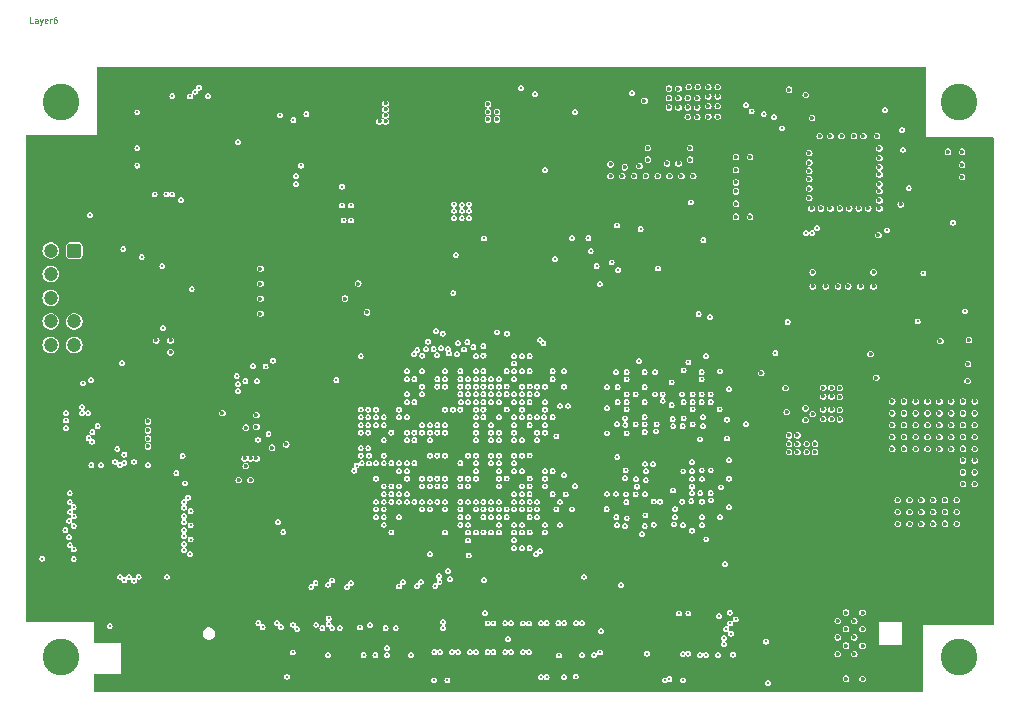
<source format=gbr>
%TF.GenerationSoftware,KiCad,Pcbnew,7.99.0-3539-g7abe2e3ea0*%
%TF.CreationDate,2023-11-26T19:50:54+01:00*%
%TF.ProjectId,SBC,5342432e-6b69-4636-9164-5f7063625858,rev?*%
%TF.SameCoordinates,Original*%
%TF.FileFunction,Copper,L6,Inr*%
%TF.FilePolarity,Positive*%
%FSLAX46Y46*%
G04 Gerber Fmt 4.6, Leading zero omitted, Abs format (unit mm)*
G04 Created by KiCad (PCBNEW 7.99.0-3539-g7abe2e3ea0) date 2023-11-26 19:50:54*
%MOMM*%
%LPD*%
G01*
G04 APERTURE LIST*
G04 Aperture macros list*
%AMRoundRect*
0 Rectangle with rounded corners*
0 $1 Rounding radius*
0 $2 $3 $4 $5 $6 $7 $8 $9 X,Y pos of 4 corners*
0 Add a 4 corners polygon primitive as box body*
4,1,4,$2,$3,$4,$5,$6,$7,$8,$9,$2,$3,0*
0 Add four circle primitives for the rounded corners*
1,1,$1+$1,$2,$3*
1,1,$1+$1,$4,$5*
1,1,$1+$1,$6,$7*
1,1,$1+$1,$8,$9*
0 Add four rect primitives between the rounded corners*
20,1,$1+$1,$2,$3,$4,$5,0*
20,1,$1+$1,$4,$5,$6,$7,0*
20,1,$1+$1,$6,$7,$8,$9,0*
20,1,$1+$1,$8,$9,$2,$3,0*%
G04 Aperture macros list end*
%ADD10C,0.100000*%
%TA.AperFunction,NonConductor*%
%ADD11C,0.100000*%
%TD*%
%TA.AperFunction,ComponentPad*%
%ADD12RoundRect,0.250000X-0.350000X0.350000X-0.350000X-0.350000X0.350000X-0.350000X0.350000X0.350000X0*%
%TD*%
%TA.AperFunction,ComponentPad*%
%ADD13C,1.200000*%
%TD*%
%TA.AperFunction,ComponentPad*%
%ADD14C,0.300000*%
%TD*%
%TA.AperFunction,ComponentPad*%
%ADD15C,3.100000*%
%TD*%
%TA.AperFunction,ComponentPad*%
%ADD16C,0.500000*%
%TD*%
%TA.AperFunction,ViaPad*%
%ADD17C,0.800000*%
%TD*%
%TA.AperFunction,ViaPad*%
%ADD18C,0.300000*%
%TD*%
%TA.AperFunction,ViaPad*%
%ADD19C,0.360000*%
%TD*%
G04 APERTURE END LIST*
D10*
D11*
X59200412Y-74851623D02*
X58962317Y-74851623D01*
X58962317Y-74851623D02*
X58962317Y-74351623D01*
X59581365Y-74851623D02*
X59581365Y-74589718D01*
X59581365Y-74589718D02*
X59557555Y-74542099D01*
X59557555Y-74542099D02*
X59509936Y-74518290D01*
X59509936Y-74518290D02*
X59414698Y-74518290D01*
X59414698Y-74518290D02*
X59367079Y-74542099D01*
X59581365Y-74827814D02*
X59533746Y-74851623D01*
X59533746Y-74851623D02*
X59414698Y-74851623D01*
X59414698Y-74851623D02*
X59367079Y-74827814D01*
X59367079Y-74827814D02*
X59343270Y-74780194D01*
X59343270Y-74780194D02*
X59343270Y-74732575D01*
X59343270Y-74732575D02*
X59367079Y-74684956D01*
X59367079Y-74684956D02*
X59414698Y-74661147D01*
X59414698Y-74661147D02*
X59533746Y-74661147D01*
X59533746Y-74661147D02*
X59581365Y-74637337D01*
X59771841Y-74518290D02*
X59890889Y-74851623D01*
X60009936Y-74518290D02*
X59890889Y-74851623D01*
X59890889Y-74851623D02*
X59843270Y-74970671D01*
X59843270Y-74970671D02*
X59819460Y-74994480D01*
X59819460Y-74994480D02*
X59771841Y-75018290D01*
X60390888Y-74827814D02*
X60343269Y-74851623D01*
X60343269Y-74851623D02*
X60248031Y-74851623D01*
X60248031Y-74851623D02*
X60200412Y-74827814D01*
X60200412Y-74827814D02*
X60176603Y-74780194D01*
X60176603Y-74780194D02*
X60176603Y-74589718D01*
X60176603Y-74589718D02*
X60200412Y-74542099D01*
X60200412Y-74542099D02*
X60248031Y-74518290D01*
X60248031Y-74518290D02*
X60343269Y-74518290D01*
X60343269Y-74518290D02*
X60390888Y-74542099D01*
X60390888Y-74542099D02*
X60414698Y-74589718D01*
X60414698Y-74589718D02*
X60414698Y-74637337D01*
X60414698Y-74637337D02*
X60176603Y-74684956D01*
X60628983Y-74851623D02*
X60628983Y-74518290D01*
X60628983Y-74613528D02*
X60652793Y-74565909D01*
X60652793Y-74565909D02*
X60676602Y-74542099D01*
X60676602Y-74542099D02*
X60724221Y-74518290D01*
X60724221Y-74518290D02*
X60771840Y-74518290D01*
X61152793Y-74351623D02*
X61057555Y-74351623D01*
X61057555Y-74351623D02*
X61009936Y-74375433D01*
X61009936Y-74375433D02*
X60986126Y-74399242D01*
X60986126Y-74399242D02*
X60938507Y-74470671D01*
X60938507Y-74470671D02*
X60914698Y-74565909D01*
X60914698Y-74565909D02*
X60914698Y-74756385D01*
X60914698Y-74756385D02*
X60938507Y-74804004D01*
X60938507Y-74804004D02*
X60962317Y-74827814D01*
X60962317Y-74827814D02*
X61009936Y-74851623D01*
X61009936Y-74851623D02*
X61105174Y-74851623D01*
X61105174Y-74851623D02*
X61152793Y-74827814D01*
X61152793Y-74827814D02*
X61176602Y-74804004D01*
X61176602Y-74804004D02*
X61200412Y-74756385D01*
X61200412Y-74756385D02*
X61200412Y-74637337D01*
X61200412Y-74637337D02*
X61176602Y-74589718D01*
X61176602Y-74589718D02*
X61152793Y-74565909D01*
X61152793Y-74565909D02*
X61105174Y-74542099D01*
X61105174Y-74542099D02*
X61009936Y-74542099D01*
X61009936Y-74542099D02*
X60962317Y-74565909D01*
X60962317Y-74565909D02*
X60938507Y-74589718D01*
X60938507Y-74589718D02*
X60914698Y-74637337D01*
D12*
%TO.N,Net-(J2-Pin_1)*%
%TO.C,J2*%
X62677481Y-94118014D03*
D13*
%TO.N,JTAG_TMS*%
X60677481Y-94118014D03*
%TO.N,GND*%
X62677481Y-96118014D03*
%TO.N,JTAG_TCK*%
X60677481Y-96118014D03*
%TO.N,GND*%
X62677481Y-98118014D03*
%TO.N,JTAG_TDO*%
X60677481Y-98118014D03*
%TO.N,Net-(J2-Pin_7)*%
X62677481Y-100118014D03*
%TO.N,JTAG_TDI*%
X60677481Y-100118014D03*
%TO.N,Net-(J2-Pin_9)*%
X62677481Y-102118014D03*
%TO.N,Net-(D7-K)*%
X60677481Y-102118014D03*
%TD*%
D14*
%TO.N,GND*%
%TO.C,U6*%
X68720000Y-105630400D03*
X69220000Y-105630400D03*
X69720000Y-105630400D03*
X68720000Y-104630400D03*
X69220000Y-104630400D03*
X69720000Y-104630400D03*
%TD*%
D15*
%TO.N,Net-(C263-Pad1)*%
%TO.C,H3*%
X61565481Y-81545014D03*
%TD*%
%TO.N,Net-(C261-Pad1)*%
%TO.C,H1*%
X137565481Y-81545014D03*
%TD*%
%TO.N,Net-(C262-Pad1)*%
%TO.C,H2*%
X61565481Y-128545014D03*
%TD*%
D16*
%TO.N,GND*%
%TO.C,U1*%
X125893462Y-85120028D03*
X125893462Y-86295028D03*
X125893462Y-87470028D03*
X125893462Y-88645028D03*
X125893462Y-89820028D03*
X126893462Y-85120028D03*
X126893462Y-86295028D03*
X126893462Y-87470028D03*
X126893462Y-88645028D03*
X126893462Y-89820028D03*
X127893462Y-85120028D03*
X127893462Y-86295028D03*
X127893462Y-87470028D03*
X127893462Y-88645028D03*
X127893462Y-89820028D03*
X128893462Y-85120028D03*
X128893462Y-86295028D03*
X128893462Y-87470028D03*
X128893462Y-88645028D03*
X128893462Y-89820028D03*
X129893462Y-85120028D03*
X129893462Y-86295028D03*
X129893462Y-87470028D03*
X129893462Y-88645028D03*
X129893462Y-89820028D03*
%TD*%
D15*
%TO.N,Net-(C264-Pad1)*%
%TO.C,H4*%
X137565481Y-128545014D03*
%TD*%
D17*
%TO.N,GND*%
X122880481Y-112736014D03*
D18*
X77977481Y-81218014D03*
X140318681Y-120409414D03*
X58693462Y-96720028D03*
X114895000Y-110101400D03*
D19*
X128885481Y-98766014D03*
X116543462Y-92057528D03*
D18*
X79125481Y-116746014D03*
D19*
X102650481Y-88857014D03*
X65120000Y-83430400D03*
D18*
X68620000Y-115692900D03*
D19*
X64970216Y-82503204D03*
D18*
X96020000Y-108880400D03*
X104693462Y-78720028D03*
D19*
X129893462Y-110220028D03*
D18*
X72685081Y-131376614D03*
D19*
X122943462Y-106770028D03*
D18*
X58683081Y-92902214D03*
X140343462Y-108370028D03*
D19*
X126443462Y-80370028D03*
D18*
X58693462Y-101720028D03*
X92770000Y-112780400D03*
D17*
X114665481Y-122457014D03*
D19*
X86707500Y-95640014D03*
D18*
X71693462Y-78720028D03*
X62120000Y-84630400D03*
X97165481Y-130179514D03*
X111776400Y-106730000D03*
X72300000Y-121712900D03*
X140343462Y-104370028D03*
D19*
X130193462Y-99420028D03*
D18*
X117435000Y-105148400D03*
X65377481Y-84618014D03*
D19*
X79832321Y-85458099D03*
X134818462Y-90225028D03*
D18*
X140318681Y-114409414D03*
X89520000Y-111480400D03*
X103495000Y-105955400D03*
X91470000Y-107580400D03*
X101220000Y-104980400D03*
D17*
X125165481Y-124900514D03*
X137365481Y-120520028D03*
D18*
X100570000Y-108880400D03*
X113420000Y-113980400D03*
D19*
X59515481Y-125070014D03*
X135870000Y-90470400D03*
D18*
X113420000Y-115230400D03*
X113670000Y-128430900D03*
X96020000Y-116030400D03*
D19*
X85728981Y-81410014D03*
D18*
X140318681Y-117409414D03*
X99270000Y-110180400D03*
X140318681Y-122409414D03*
X92120000Y-108230400D03*
X140343462Y-101415014D03*
X140320000Y-85230400D03*
X129693462Y-131370028D03*
X140320000Y-89430400D03*
X58693462Y-97720028D03*
X88693462Y-131370028D03*
X99270000Y-111480400D03*
X76777481Y-83218014D03*
X106165481Y-128346014D03*
X67320000Y-118292900D03*
X96020000Y-107580400D03*
D19*
X72202481Y-83873014D03*
X135890481Y-123770014D03*
X67249481Y-90392014D03*
D18*
X65227481Y-103668014D03*
D17*
X122880481Y-119721014D03*
D19*
X129243462Y-99420028D03*
D18*
X90693462Y-78720028D03*
D19*
X70932481Y-85143014D03*
X64715481Y-125720014D03*
D18*
X97320000Y-113430400D03*
X58683081Y-93902214D03*
X91693462Y-78720028D03*
X66020000Y-115692900D03*
X108923000Y-83253014D03*
X138843462Y-120720028D03*
X97320000Y-109530400D03*
X132749481Y-80475014D03*
X92871481Y-95198014D03*
X58693462Y-122720028D03*
X58693462Y-98720028D03*
X122693462Y-78720028D03*
D19*
X85565481Y-84830900D03*
D18*
X99465481Y-100345014D03*
X77977481Y-85218014D03*
X97320000Y-112130400D03*
X58693462Y-117720028D03*
X86693462Y-131370028D03*
D19*
X124855962Y-98820028D03*
X134436481Y-78782014D03*
D17*
X137365481Y-122395014D03*
D18*
X65720000Y-121730400D03*
X114133000Y-105529400D03*
X80693462Y-131370028D03*
X111920000Y-116530400D03*
X110196000Y-109593400D03*
X95365481Y-93095014D03*
X140320000Y-86230400D03*
X100165481Y-130179514D03*
D19*
X128343462Y-80370028D03*
D18*
X65444481Y-85905014D03*
X92120000Y-117930400D03*
X116693462Y-131370028D03*
D19*
X64715481Y-131245014D03*
D17*
X111665481Y-125233014D03*
D18*
X88220000Y-114080400D03*
D19*
X137160191Y-84971449D03*
D18*
X123693462Y-78720028D03*
X95693462Y-78720028D03*
D19*
X79100000Y-106225000D03*
X64986726Y-81372269D03*
D18*
X87693462Y-131370028D03*
X131693462Y-131370028D03*
X109149481Y-98001014D03*
X58693462Y-120720028D03*
X101220000Y-103680400D03*
D19*
X67790481Y-128545014D03*
X127593462Y-111570028D03*
D18*
X127693462Y-131370028D03*
X90820000Y-114080400D03*
X115784000Y-107561400D03*
X111044681Y-97519814D03*
X65227481Y-98618014D03*
X106165481Y-124855014D03*
X92770000Y-108230400D03*
D17*
X115165481Y-130745014D03*
D19*
X117043462Y-90607528D03*
X124878462Y-106733429D03*
X136825000Y-90470400D03*
D18*
X96020000Y-104330400D03*
X138843462Y-121720028D03*
X119693462Y-131370028D03*
X133840481Y-94970014D03*
X58683081Y-90902214D03*
X90170000Y-106930400D03*
X107665481Y-130146014D03*
D19*
X128893462Y-110220028D03*
D18*
X101870000Y-113430400D03*
D19*
X85982981Y-82807014D03*
D18*
X63153481Y-84666014D03*
X101870000Y-108880400D03*
X99270000Y-114730400D03*
X108545000Y-109466400D03*
D19*
X72227481Y-85168014D03*
D18*
X129621481Y-78747814D03*
D19*
X127393462Y-80370028D03*
D18*
X132693462Y-131370028D03*
X130693462Y-131370028D03*
X68620000Y-116992900D03*
X93420000Y-104330400D03*
X140343462Y-107370028D03*
X115020000Y-115830400D03*
X140343462Y-112370028D03*
X85693462Y-78720028D03*
X90163035Y-124848460D03*
D19*
X85677481Y-82118014D03*
D18*
X102520000Y-116030400D03*
X114937279Y-105665169D03*
X103120000Y-103230400D03*
D17*
X131365481Y-129395014D03*
D18*
X125621481Y-78747814D03*
X77944481Y-92635014D03*
X118693462Y-131370028D03*
D19*
X117043462Y-87757528D03*
D18*
X114693462Y-78720028D03*
X87165481Y-124846014D03*
X79693462Y-78720028D03*
D19*
X126255962Y-99320028D03*
D18*
X102720000Y-119230400D03*
X89520000Y-117330400D03*
X72577481Y-92618014D03*
D17*
X123093462Y-126470028D03*
D18*
X108672000Y-107561400D03*
D19*
X73472481Y-86540014D03*
D18*
X140343462Y-105370028D03*
X58693462Y-107720028D03*
X87420000Y-118780400D03*
X99920000Y-107580400D03*
X117693462Y-78720028D03*
D19*
X91697981Y-88268014D03*
D18*
X103693462Y-131370028D03*
X86415481Y-104395014D03*
X140343462Y-90370028D03*
X109693462Y-131370028D03*
D17*
X99358481Y-96223014D03*
D18*
X67320000Y-115792900D03*
X69412481Y-93895014D03*
X96667681Y-124801014D03*
X140320000Y-88630400D03*
X96670000Y-117330400D03*
D19*
X77100000Y-113525000D03*
X124878462Y-105896627D03*
D18*
X72693462Y-78720028D03*
X94070000Y-114730400D03*
X140318681Y-123409414D03*
D19*
X65690481Y-126695014D03*
X129893462Y-106820028D03*
D18*
X117165481Y-122946014D03*
D19*
X93221981Y-89030014D03*
D18*
X92120000Y-112130400D03*
X91470000Y-104330400D03*
X97320000Y-111480400D03*
X95370000Y-109530400D03*
X140343462Y-92370028D03*
X109327626Y-103711393D03*
D19*
X131818462Y-80965028D03*
D18*
X103165481Y-128290514D03*
D19*
X101253481Y-87841014D03*
X126893462Y-81070028D03*
D18*
X102076286Y-85275614D03*
X115670000Y-114080400D03*
D17*
X121610481Y-115911014D03*
D18*
X96693462Y-131370028D03*
X117611081Y-94613814D03*
X89693462Y-78720028D03*
D19*
X64715481Y-130270014D03*
D18*
X96020000Y-110180400D03*
D19*
X61313481Y-86699014D03*
X124893462Y-106320028D03*
D18*
X97320000Y-114730400D03*
X117420000Y-112480400D03*
X121665481Y-122946014D03*
D19*
X131205962Y-94570028D03*
D18*
X68693462Y-78720028D03*
X110220590Y-112829954D03*
D19*
X128655962Y-82920028D03*
D18*
X58693462Y-95720028D03*
X71177481Y-92618014D03*
X114265481Y-93065014D03*
X94865481Y-99295014D03*
X92693462Y-131370028D03*
X86770000Y-118080400D03*
X66020000Y-117092900D03*
D19*
X134847962Y-89325028D03*
D18*
X99920000Y-105630400D03*
X86693462Y-78720028D03*
X115770000Y-112130400D03*
D19*
X124243462Y-106720028D03*
D18*
X94665481Y-122921414D03*
X90170000Y-108880400D03*
X109470000Y-114030400D03*
X99270000Y-108880400D03*
X104915481Y-98096014D03*
D19*
X70932481Y-86413014D03*
X132622481Y-82507014D03*
X81170000Y-98507514D03*
D18*
X99270000Y-117980400D03*
X58693462Y-102720028D03*
D19*
X130693462Y-98770028D03*
X84339551Y-88405134D03*
D18*
X130138591Y-80221514D03*
D19*
X128793462Y-81070028D03*
X75200000Y-112375000D03*
X127893462Y-81070028D03*
D18*
X58693462Y-116720028D03*
D19*
X80100000Y-106225000D03*
D18*
X106714481Y-84784014D03*
X107783000Y-105021400D03*
X91665481Y-124846014D03*
X119315481Y-98195014D03*
D19*
X129393462Y-109620028D03*
D18*
X140343462Y-100415014D03*
X97970000Y-114080400D03*
D19*
X107476481Y-92774514D03*
X135971471Y-84971449D03*
D18*
X97970000Y-113430400D03*
X113371000Y-107815400D03*
X92665481Y-130141495D03*
X58693462Y-112720028D03*
D19*
X131143462Y-99420028D03*
D18*
X87570000Y-103030400D03*
D19*
X66377481Y-85418014D03*
D18*
X95370000Y-110180400D03*
X89693462Y-131370028D03*
D19*
X78600000Y-106225000D03*
X117043462Y-89707528D03*
D18*
X117370000Y-113630400D03*
X103320000Y-118830400D03*
X104693462Y-131370028D03*
X95693462Y-131370028D03*
D19*
X138720000Y-90470400D03*
D17*
X125165481Y-130516014D03*
D18*
X116546000Y-109466400D03*
D19*
X129693462Y-98770028D03*
X134265481Y-131245014D03*
D17*
X133365481Y-129395014D03*
D19*
X93221981Y-89665014D03*
X124355962Y-99370028D03*
D18*
X124693462Y-131370028D03*
X95265481Y-101145014D03*
D19*
X95472286Y-84285014D03*
D18*
X92025481Y-101145014D03*
X140318681Y-121409414D03*
X86165481Y-128346014D03*
X116673000Y-107688400D03*
X87665481Y-128335014D03*
X88870000Y-112780400D03*
X100570000Y-103680400D03*
X58693462Y-99720028D03*
D17*
X133365481Y-122395014D03*
D18*
X94070000Y-110180400D03*
X82477481Y-81818014D03*
X76693462Y-131370028D03*
X94165481Y-128369014D03*
D19*
X65003236Y-79779054D03*
D18*
X58683081Y-91902214D03*
D17*
X122880481Y-117816014D03*
D18*
X123693462Y-131370028D03*
X104665481Y-128346014D03*
D19*
X125755962Y-98820028D03*
D18*
X100175481Y-124965014D03*
D19*
X84020000Y-96307514D03*
X72202481Y-86413014D03*
D18*
X113693462Y-131370028D03*
X77165481Y-128346014D03*
D17*
X122783992Y-130606543D03*
D18*
X140343462Y-93370028D03*
X58835481Y-87841014D03*
D19*
X92436481Y-85855014D03*
X129893462Y-107820028D03*
D18*
X58693462Y-100720028D03*
X117693462Y-131370028D03*
X105693462Y-78720028D03*
X140343462Y-110370028D03*
D19*
X65882500Y-124890400D03*
X94903481Y-84666014D03*
D18*
X103155481Y-125016014D03*
X138843462Y-119720028D03*
X70685081Y-131376614D03*
X83693462Y-131370028D03*
X99270000Y-117330400D03*
X93693462Y-131370028D03*
X140343462Y-102370028D03*
X105376567Y-95098792D03*
D19*
X73599481Y-83873014D03*
D18*
X100570000Y-113430400D03*
X100693462Y-131370028D03*
X94693462Y-131370028D03*
X90712481Y-99135014D03*
X140265481Y-98545014D03*
X120693462Y-131370028D03*
X58693462Y-119720028D03*
X101220000Y-118630400D03*
D19*
X139611926Y-85053999D03*
X126755962Y-98820028D03*
D18*
X116665481Y-130146014D03*
D19*
X138505756Y-85020979D03*
D18*
X138843462Y-123720028D03*
D19*
X129893462Y-108820028D03*
D18*
X58693462Y-109720028D03*
X94070000Y-112780400D03*
D19*
X117043462Y-85857528D03*
D18*
X83693462Y-78720028D03*
X108672000Y-106291400D03*
D19*
X86315481Y-84331014D03*
X133615481Y-78782014D03*
D18*
X68620000Y-118292900D03*
X107665481Y-124845014D03*
D19*
X120565481Y-85577528D03*
D18*
X94693462Y-78720028D03*
X140343462Y-113370028D03*
X87693462Y-78720028D03*
X58693462Y-103720028D03*
D17*
X135365481Y-122395014D03*
D18*
X77977481Y-91618014D03*
D17*
X131365481Y-120520028D03*
D18*
X101665481Y-128290514D03*
D19*
X102650481Y-89365014D03*
X116543462Y-91107528D03*
X116493462Y-89207528D03*
D18*
X109265481Y-98795014D03*
X120693462Y-78720028D03*
D19*
X64715481Y-126695014D03*
D18*
X75693462Y-131370028D03*
D19*
X67315481Y-127345014D03*
X77546846Y-108071846D03*
D18*
X102520000Y-114730400D03*
X140318681Y-116409414D03*
D19*
X84323041Y-87629164D03*
D18*
X92490481Y-100151014D03*
X77693462Y-78720028D03*
X82693462Y-131370028D03*
X98693462Y-131370028D03*
X92120000Y-114730400D03*
X81693462Y-78720028D03*
X131621481Y-78747814D03*
D19*
X65003236Y-78887514D03*
D18*
X104047481Y-80348014D03*
D19*
X117043462Y-86757528D03*
D18*
X109645481Y-91727028D03*
X115784000Y-103624400D03*
X75693462Y-78720028D03*
X97693462Y-131370028D03*
X140318681Y-119409414D03*
X108693462Y-131370028D03*
D19*
X128185481Y-99416014D03*
D18*
X108693462Y-78720028D03*
X62640000Y-110292900D03*
D19*
X94903481Y-85555014D03*
D18*
X93420000Y-110180400D03*
X67320000Y-116992900D03*
X86920000Y-103680400D03*
X140343462Y-103370028D03*
D19*
X134315481Y-128495014D03*
X102650481Y-90889014D03*
D18*
X94070000Y-108230400D03*
D19*
X132505962Y-89220028D03*
D18*
X110693462Y-131370028D03*
X140343462Y-109370028D03*
X101693462Y-131370028D03*
X88250981Y-111492900D03*
D19*
X61313481Y-90699014D03*
D18*
X102693462Y-131370028D03*
D19*
X63415481Y-125070014D03*
X128893462Y-111570028D03*
D17*
X121610481Y-119721014D03*
D19*
X123255962Y-90720028D03*
X65427481Y-92768014D03*
D18*
X64320000Y-84630400D03*
X97320000Y-110180400D03*
D19*
X134265481Y-123770014D03*
X86565481Y-83188014D03*
X137780000Y-90470400D03*
X81170000Y-96307514D03*
X124893462Y-105470028D03*
X67315481Y-129945014D03*
D18*
X91470000Y-114080400D03*
X90820000Y-111480400D03*
D17*
X96808481Y-98623014D03*
D18*
X73693462Y-78720028D03*
D19*
X116543462Y-88207528D03*
D18*
X96565481Y-94495014D03*
X90170000Y-104980400D03*
X97970000Y-104330400D03*
X108626800Y-112216400D03*
D19*
X70932481Y-83873014D03*
D18*
X77977481Y-87218014D03*
X111847000Y-104975900D03*
X90170000Y-106280400D03*
X115055481Y-111486014D03*
X78693462Y-131370028D03*
D19*
X121193462Y-80497528D03*
X134465962Y-84630028D03*
X134465962Y-83680028D03*
X84020000Y-98607514D03*
D18*
X78665481Y-128346014D03*
D19*
X129893462Y-111570028D03*
D18*
X115870000Y-115980400D03*
X99693462Y-78720028D03*
X138065481Y-96045014D03*
D19*
X81252181Y-84789444D03*
D18*
X66693462Y-78720028D03*
D19*
X94456286Y-81821214D03*
D17*
X135365481Y-120520028D03*
D19*
X130755962Y-94570028D03*
D18*
X140343462Y-111370028D03*
D19*
X120868462Y-108170028D03*
D18*
X58693462Y-114720028D03*
X138083481Y-98144414D03*
D19*
X95472286Y-85809014D03*
D18*
X140265481Y-99445014D03*
X138843462Y-122720028D03*
X103693462Y-78720028D03*
X88665481Y-124846014D03*
D19*
X65427481Y-90568014D03*
D18*
X92770000Y-114730400D03*
X67693462Y-78720028D03*
D19*
X62440481Y-125070014D03*
D18*
X70693462Y-78720028D03*
X69693462Y-78720028D03*
X115693462Y-78720028D03*
X83165481Y-128346014D03*
X101220000Y-117330400D03*
X105693462Y-131370028D03*
X112693462Y-78720028D03*
D19*
X124643462Y-92050028D03*
D18*
X62198062Y-106298045D03*
X99270000Y-112130400D03*
X74693462Y-78720028D03*
X66020000Y-118292900D03*
X93420000Y-108230400D03*
D17*
X119855481Y-127755014D03*
X133365481Y-124395014D03*
X75590481Y-122345014D03*
D18*
X98693462Y-78720028D03*
D19*
X66417481Y-87018014D03*
D18*
X92770000Y-107580400D03*
D19*
X83794721Y-86869704D03*
D18*
X92120000Y-106930400D03*
X76619481Y-92635014D03*
D19*
X133290481Y-79713014D03*
D18*
X99270000Y-103030400D03*
X67685081Y-131376614D03*
X96670000Y-114730400D03*
D17*
X75590481Y-130745014D03*
D18*
X106693462Y-131370028D03*
X108620000Y-115430400D03*
D19*
X122865353Y-104250528D03*
D18*
X58693462Y-104720028D03*
D19*
X116543462Y-87257528D03*
D18*
X88870000Y-109530400D03*
X111847000Y-107942400D03*
X107620000Y-116380400D03*
X122693462Y-131370028D03*
X60420000Y-106018462D03*
D19*
X85601981Y-85601014D03*
D18*
X140343462Y-94370028D03*
X116693462Y-78720028D03*
X93420000Y-114730400D03*
X113693462Y-78720028D03*
D17*
X120165481Y-130745014D03*
D18*
X93420000Y-112780400D03*
X114693462Y-131370028D03*
X100570000Y-109530400D03*
X101220000Y-112130400D03*
X99693462Y-131370028D03*
D19*
X80567016Y-85474609D03*
D18*
X89520000Y-107580400D03*
D19*
X128393462Y-109620028D03*
X131705962Y-94570028D03*
D18*
X93165481Y-124846014D03*
X98665481Y-130195014D03*
X68685081Y-131376614D03*
D17*
X80165481Y-122345014D03*
D18*
X99270000Y-103680400D03*
D19*
X73242500Y-122730400D03*
X65690481Y-131245014D03*
D18*
X97970000Y-114730400D03*
X100693462Y-78720028D03*
X65377481Y-87418014D03*
X140343462Y-106370028D03*
X109165481Y-130146014D03*
X101693462Y-78720028D03*
X96020000Y-112780400D03*
X77977481Y-80018014D03*
X117434996Y-108958400D03*
X97970000Y-107580400D03*
X92120000Y-111480400D03*
D17*
X133365481Y-120520028D03*
D19*
X116493462Y-85357528D03*
D18*
X112165481Y-130146014D03*
X139643462Y-115870028D03*
X97970000Y-117330400D03*
D19*
X82570000Y-97545014D03*
X63920000Y-123952900D03*
X61375481Y-84920014D03*
D18*
X130621481Y-78747814D03*
D19*
X134493826Y-82618774D03*
D18*
X58693462Y-110720028D03*
D19*
X65427481Y-91618014D03*
D18*
X100570000Y-116680400D03*
X101220000Y-107580400D03*
X95370000Y-117980400D03*
D17*
X121610481Y-117816014D03*
D18*
X99920000Y-114080400D03*
X99270000Y-115380400D03*
D19*
X79620000Y-109730400D03*
D18*
X90693462Y-131370028D03*
X102693462Y-78720028D03*
D17*
X131365481Y-124395014D03*
D18*
X131138591Y-80221514D03*
X140320000Y-87830400D03*
D19*
X116543462Y-90157528D03*
D18*
X58693462Y-115720028D03*
X140343462Y-95370028D03*
D19*
X127593462Y-110220028D03*
D18*
X107693462Y-78720028D03*
D19*
X78100000Y-113525000D03*
D18*
X84665481Y-128346014D03*
X91693462Y-131370028D03*
D19*
X125305962Y-99320028D03*
D18*
X82693462Y-78720028D03*
X58683081Y-88902214D03*
X99920000Y-116680400D03*
D19*
X122880000Y-93030400D03*
D18*
X109693462Y-78720028D03*
X111693462Y-78720028D03*
D19*
X102650481Y-90381014D03*
D18*
X117308000Y-106926400D03*
X98665481Y-124755014D03*
X69685081Y-131376614D03*
D19*
X129293462Y-80370028D03*
D18*
X121693462Y-78720028D03*
X126621481Y-78747814D03*
X128621481Y-78747814D03*
D19*
X93221981Y-91189014D03*
D17*
X122295481Y-127475014D03*
D18*
X88693462Y-78720028D03*
X121693462Y-131370028D03*
X85665481Y-124846014D03*
X102520000Y-111480400D03*
X100570000Y-118630400D03*
X77693462Y-131370028D03*
X93693462Y-78720028D03*
X109149481Y-97051014D03*
X61248481Y-85809014D03*
X140318681Y-115409414D03*
X91470000Y-108230400D03*
D19*
X129293462Y-107320028D03*
D18*
X140320000Y-87030400D03*
X133693462Y-131370028D03*
D19*
X116543462Y-86307528D03*
D18*
X102515481Y-85445014D03*
X70245481Y-89835014D03*
X77977481Y-84418014D03*
X80693462Y-78720028D03*
X70665481Y-97445014D03*
X124621481Y-78747814D03*
X107693462Y-131370028D03*
X101665481Y-124946014D03*
D17*
X81665481Y-122345014D03*
D18*
X138843462Y-117720028D03*
D19*
X94837286Y-80932214D03*
D18*
X127621481Y-78747814D03*
X111693462Y-131370028D03*
D17*
X131365481Y-122395014D03*
D19*
X80700000Y-111425000D03*
D18*
X78693462Y-78720028D03*
X138065481Y-93545014D03*
X76693462Y-78720028D03*
X107275000Y-107307400D03*
X89520000Y-112780400D03*
D19*
X70809532Y-110932927D03*
X93221981Y-90681014D03*
D18*
X79693462Y-131370028D03*
X71685081Y-131376614D03*
X140265481Y-97545014D03*
X84693462Y-131370028D03*
D17*
X122880481Y-115911014D03*
D18*
X58693462Y-113720028D03*
X97693462Y-78720028D03*
X115693462Y-131370028D03*
X90170000Y-111480400D03*
D19*
X133638481Y-82507014D03*
D18*
X58693462Y-121720028D03*
D19*
X129293462Y-108320028D03*
D18*
X140318681Y-118409414D03*
X113303000Y-106374200D03*
X132621481Y-78747814D03*
X110243000Y-105624200D03*
X110665481Y-130146014D03*
X65577481Y-97868014D03*
D19*
X134365481Y-124545014D03*
D18*
X91470000Y-113430400D03*
X58683081Y-94902214D03*
D19*
X80600000Y-106225000D03*
D18*
X112693462Y-131370028D03*
X58683081Y-89902214D03*
X92120000Y-107580400D03*
D17*
X77165481Y-122345014D03*
D18*
X58693462Y-111720028D03*
X106693462Y-78720028D03*
X96693462Y-78720028D03*
X92120000Y-110180400D03*
X90165481Y-130125514D03*
D19*
X94837286Y-82583214D03*
D18*
X115657000Y-109466400D03*
D19*
X129293462Y-106320028D03*
D18*
X81665481Y-128346014D03*
X110196000Y-108196400D03*
X110693462Y-78720028D03*
X62945000Y-106308462D03*
D19*
X134019481Y-79713014D03*
D18*
X58693462Y-124720028D03*
D19*
X127205962Y-99320028D03*
D18*
X90170000Y-110180400D03*
D19*
X60490481Y-125070014D03*
D18*
X119693462Y-78720028D03*
X95665481Y-128345014D03*
D19*
X73599481Y-85143014D03*
D18*
X58693462Y-123720028D03*
X116420000Y-111530400D03*
D19*
X117043462Y-91607528D03*
D18*
X58693462Y-108720028D03*
X111720000Y-113480400D03*
D19*
X65690481Y-130270014D03*
D18*
X109290481Y-85120014D03*
X99270000Y-108230400D03*
X99270000Y-112780400D03*
X58693462Y-105720028D03*
D19*
X80650000Y-108375000D03*
D18*
X71062500Y-123040400D03*
X80165481Y-128346014D03*
X95370000Y-112780400D03*
D19*
X103539481Y-93241014D03*
D18*
X84693462Y-78720028D03*
X118693462Y-78720028D03*
X99270000Y-109530400D03*
X111770000Y-114680400D03*
X84165481Y-124846014D03*
D19*
X134893462Y-85277528D03*
D18*
X104665481Y-124919514D03*
D17*
X78665481Y-122345014D03*
D18*
X92693462Y-78720028D03*
X138843462Y-118720028D03*
X117534881Y-100582814D03*
X97320000Y-112780400D03*
X66685081Y-131376614D03*
X77977481Y-90418014D03*
X100570000Y-112130400D03*
X103364981Y-98746014D03*
D19*
X64262481Y-87829014D03*
X129393462Y-110870028D03*
D18*
X74685081Y-131376614D03*
X81693462Y-131370028D03*
X65470000Y-106018462D03*
D17*
X120165481Y-122345014D03*
D18*
X73685081Y-131376614D03*
D19*
X66677481Y-92768014D03*
X95472286Y-85047014D03*
D18*
X108470000Y-113480400D03*
X91470000Y-111480400D03*
X117320000Y-114780400D03*
D19*
X61465481Y-125070014D03*
D18*
X140265481Y-96445014D03*
X95370000Y-108230400D03*
D19*
X95411481Y-83015014D03*
D18*
X58693462Y-118720028D03*
X101870000Y-112130400D03*
X58693462Y-106720028D03*
X118665481Y-122946014D03*
X77977481Y-86218014D03*
X85693462Y-131370028D03*
D19*
X128393462Y-110870028D03*
D18*
X140343462Y-91370028D03*
%TO.N,GBE0_MDI3_N*%
X71970000Y-119480400D03*
%TO.N,GBE0_MDI3_P*%
X71970000Y-118980400D03*
%TO.N,/IO/LED0*%
X67320000Y-121730400D03*
%TO.N,/IO/LED1*%
X66920000Y-122030400D03*
%TO.N,GBE0_MDI2_N*%
X71970000Y-118280400D03*
%TO.N,GBE0_MDI2_P*%
X71970000Y-117780400D03*
%TO.N,/MPU/VDDA_0P9*%
X97970898Y-108878794D03*
%TO.N,GBE0_MDI1_N*%
X71970000Y-117080400D03*
%TO.N,GBE0_MDI1_P*%
X71970000Y-116580400D03*
%TO.N,GBE0_MDI0_N*%
X71970000Y-115880400D03*
%TO.N,GBE0_MDI0_P*%
X71970000Y-115380400D03*
%TO.N,3.3V_SW*%
X114865481Y-90045014D03*
D19*
X115420981Y-82803014D03*
X137393462Y-116245028D03*
X133918462Y-108895028D03*
X128693462Y-84407528D03*
X134918462Y-110895028D03*
X115420981Y-82003014D03*
X136918462Y-109895028D03*
X133918462Y-106895028D03*
X131918462Y-109895028D03*
X127493462Y-90557528D03*
X130843462Y-85470028D03*
X129493462Y-84407528D03*
X115420981Y-81203014D03*
X138918462Y-112895028D03*
X133393462Y-117245028D03*
X137918462Y-113895028D03*
X137918462Y-110895028D03*
X138918462Y-111895028D03*
X130843462Y-90557528D03*
X134393462Y-116245028D03*
X124893462Y-89670028D03*
X138918462Y-113895028D03*
X113820981Y-81203014D03*
X132918462Y-110895028D03*
X117156481Y-82775014D03*
X123193462Y-80497528D03*
X135918462Y-106895028D03*
X127638838Y-84403766D03*
X135918462Y-107895028D03*
X133918462Y-109895028D03*
X133393462Y-115245028D03*
X138918462Y-109895028D03*
X132393462Y-115245028D03*
X136918462Y-107895028D03*
X116356481Y-81075014D03*
X134918462Y-106895028D03*
X131918462Y-107895028D03*
X135393462Y-117245028D03*
X130843462Y-87057528D03*
X117156481Y-80275014D03*
X122893462Y-105770028D03*
X113820981Y-82003014D03*
X131918462Y-108895028D03*
X136918462Y-110895028D03*
X136393462Y-117245028D03*
X116356481Y-81875014D03*
X113020981Y-80403014D03*
X115467481Y-80275014D03*
X113020981Y-82003014D03*
X137918462Y-109895028D03*
X124893462Y-88070028D03*
D18*
X117765481Y-120645014D03*
D19*
X136918462Y-108895028D03*
X136393462Y-116245028D03*
X131918462Y-110895028D03*
X130843462Y-87670028D03*
X135393462Y-116245028D03*
X129893462Y-90557528D03*
X125793462Y-84420028D03*
X124893462Y-87357528D03*
D18*
X121915481Y-82820014D03*
D19*
X138918462Y-107895028D03*
X114620981Y-81203014D03*
X137918462Y-107895028D03*
X113020981Y-81203014D03*
X134393462Y-115245028D03*
X137918462Y-112895028D03*
X129093462Y-90557528D03*
X117156481Y-81075014D03*
X131918462Y-106895028D03*
X137393462Y-117245028D03*
X137918462Y-108895028D03*
X116356481Y-82775014D03*
D18*
X99270000Y-107580400D03*
D19*
X132393462Y-116245028D03*
X116356481Y-80275014D03*
X117156481Y-81875014D03*
X130840643Y-89870028D03*
X124893462Y-85870028D03*
X114620981Y-82803014D03*
X114705481Y-80275014D03*
D18*
X137065481Y-91745014D03*
D19*
X134918462Y-108895028D03*
X135393462Y-115245028D03*
X120833500Y-104463796D03*
X126693462Y-84407528D03*
D18*
X101703767Y-80847014D03*
D19*
X136393462Y-115245028D03*
X128293462Y-90557528D03*
X126693462Y-90553941D03*
X132918462Y-108895028D03*
X138918462Y-108895028D03*
X135918462Y-110895028D03*
X135918462Y-109895028D03*
X130840643Y-89070028D03*
X136918462Y-106895028D03*
X137393462Y-115245028D03*
X132393462Y-117245028D03*
D18*
X108715481Y-95745014D03*
D19*
X134918462Y-107895028D03*
X133918462Y-107895028D03*
X134393462Y-117245028D03*
X124893462Y-86670028D03*
X130643462Y-84407528D03*
X132918462Y-109895028D03*
D18*
X109915481Y-80795014D03*
D19*
X124893462Y-88870028D03*
X133918462Y-110895028D03*
X125893462Y-90557528D03*
X137918462Y-111895028D03*
X132918462Y-106895028D03*
X138918462Y-110895028D03*
X137918462Y-106895028D03*
X135918462Y-108895028D03*
X130843462Y-86270028D03*
X134918462Y-109895028D03*
D18*
X134070281Y-100125614D03*
D19*
X113820981Y-80403014D03*
X130840643Y-88470028D03*
X133393462Y-116245028D03*
X114620981Y-82003014D03*
X125093462Y-90557528D03*
X132918462Y-107895028D03*
X138918462Y-106895028D03*
D18*
%TO.N,VBAT*%
X132749481Y-83895014D03*
X121260000Y-127220000D03*
%TO.N,I2C1_SCL*%
X89520000Y-114730400D03*
X103695481Y-128396014D03*
%TO.N,I2C1_SDA*%
X89520000Y-114080400D03*
X104145481Y-130236014D03*
%TO.N,I2C2_SCL*%
X90820000Y-115380400D03*
X105675481Y-128356014D03*
%TO.N,I2C2_SDA*%
X105126335Y-130185160D03*
X90170000Y-115380400D03*
%TO.N,I2C3_SCL*%
X106665481Y-128346014D03*
X90820000Y-114730400D03*
%TO.N,I2C3_SDA*%
X90170000Y-114080400D03*
X107165481Y-128146014D03*
%TO.N,USB1_OC*%
X93551138Y-121694557D03*
X92770000Y-116030400D03*
%TO.N,USB1_PWR_EN*%
X94332151Y-121270914D03*
X93420000Y-115380400D03*
%TO.N,UART2_TXD*%
X88870000Y-115380400D03*
X87165481Y-128346014D03*
%TO.N,UART2_RXD*%
X85145481Y-126075014D03*
%TO.N,UART1_TXD*%
X83165481Y-125795014D03*
%TO.N,UART1_RXD*%
X88220000Y-115380400D03*
X84165481Y-128346014D03*
%TO.N,/IO/ENET_2.5V_A*%
X72520000Y-116192900D03*
X71320000Y-112942900D03*
X71845000Y-111492900D03*
X72520000Y-117392900D03*
X72475481Y-119825014D03*
%TO.N,USB2_RX_N*%
X81556777Y-126147177D03*
%TO.N,USB2_RX_P*%
X81203223Y-125793623D03*
%TO.N,USB2_TX_N*%
X80186777Y-125987177D03*
%TO.N,USB2_TX_P*%
X79833223Y-125633623D03*
%TO.N,USB2_DP*%
X78263223Y-125633623D03*
%TO.N,VDD_1V*%
X61952556Y-107869557D03*
X72070000Y-113830400D03*
X61952556Y-109139557D03*
X61952556Y-108504557D03*
X64120000Y-112292900D03*
%TO.N,UART3_RXD*%
X84520500Y-126096514D03*
%TO.N,UART3_TXD*%
X83685481Y-126096514D03*
%TO.N,UART4_RXD*%
X102165481Y-130204919D03*
X88220000Y-116030400D03*
%TO.N,NVCC_DRAM_1V1*%
X118120000Y-105830400D03*
X100570000Y-112780400D03*
X101220000Y-117980400D03*
X109320000Y-117430400D03*
D19*
X128193462Y-97157528D03*
D18*
X114207000Y-117353000D03*
X113445000Y-117302200D03*
X118120000Y-111830400D03*
D19*
X129243462Y-97157528D03*
D18*
X105087698Y-114076115D03*
X111974000Y-108831400D03*
X115784000Y-104386400D03*
X100570000Y-104330400D03*
X115657000Y-110101400D03*
X101870000Y-110180400D03*
X112487600Y-106831600D03*
X101220000Y-114080400D03*
X101870000Y-116030400D03*
X109434000Y-107561400D03*
X101220000Y-106280400D03*
X114133000Y-106291400D03*
X99920000Y-112130400D03*
X107745100Y-116001529D03*
X111720000Y-117330400D03*
X113370000Y-114430400D03*
X112276600Y-115371800D03*
X117920000Y-110030400D03*
X108630000Y-108791400D03*
X113548400Y-115979600D03*
X111847000Y-104386400D03*
X101220000Y-108880400D03*
X118120000Y-115830400D03*
X114260000Y-104259400D03*
X101870000Y-106280400D03*
X113323912Y-108404900D03*
X101220000Y-108230400D03*
X100570000Y-117980400D03*
X107783000Y-105656400D03*
X110760400Y-118109200D03*
X99920000Y-110180400D03*
X110303200Y-114096000D03*
X109434000Y-104386400D03*
X101220000Y-104330400D03*
X102458881Y-108189414D03*
X110504387Y-103467404D03*
X101220000Y-114730400D03*
X109434000Y-109593400D03*
X115680200Y-114660600D03*
D19*
X130343462Y-95957528D03*
X130343462Y-97157528D03*
D18*
X113244000Y-107180400D03*
X101220000Y-116030400D03*
X99920000Y-111480400D03*
X112482000Y-106291400D03*
D19*
X132648462Y-90220028D03*
D18*
X107783000Y-109593400D03*
X115843000Y-117374200D03*
X118120000Y-113430400D03*
X115784000Y-106926400D03*
X117920000Y-108430400D03*
X108654088Y-111622900D03*
%TO.N,DRAM_DQ21*%
X99920000Y-119280400D03*
X111717800Y-115371800D03*
%TO.N,DRAM_DQ19*%
X103495000Y-116030400D03*
X108525200Y-114705600D03*
%TO.N,DRAM_DQ25*%
X117356600Y-116692600D03*
X99920000Y-117330400D03*
%TO.N,DRAM_DQ24*%
X116188200Y-118572200D03*
X100570000Y-117330400D03*
%TO.N,DRAM_DQ26*%
X99920000Y-117980400D03*
X116594600Y-115270200D03*
%TO.N,DRAM_DQ28*%
X114969000Y-114660600D03*
X100570000Y-114730400D03*
%TO.N,DRAM_DQ27*%
X99920000Y-116030400D03*
X116543800Y-114660600D03*
%TO.N,DRAM_DQ30*%
X100570000Y-115380400D03*
X114969000Y-117824200D03*
%TO.N,DRAM_VREF*%
X133318800Y-88801600D03*
%TO.N,DRAM_DQ15*%
X113244000Y-105275400D03*
X100570000Y-108230400D03*
%TO.N,DRAM_DQ12*%
X100570000Y-107580400D03*
X114260000Y-106926400D03*
%TO.N,DRAM_DQ14*%
X114672000Y-103580400D03*
X100570000Y-106930400D03*
%TO.N,DRAM_DQ11*%
X116546000Y-106926400D03*
X99920000Y-106280400D03*
D19*
%TO.N,Net-(U13-VDDI)*%
X75211268Y-107875000D03*
D18*
%TO.N,DRAM_DQ9*%
X117339000Y-104342400D03*
X99920000Y-104980400D03*
%TO.N,DRAM_DQ10*%
X99920000Y-104330400D03*
X116546000Y-106291400D03*
%TO.N,DRAM_DQ4*%
X99920000Y-103680400D03*
X110958000Y-106926400D03*
%TO.N,DRAM_DQ6*%
X100570000Y-103030400D03*
X110958000Y-105656400D03*
%TO.N,DRAM_DQ22*%
X100570000Y-119280400D03*
X111032000Y-116540200D03*
%TO.N,DRAM_DQ23*%
X110963600Y-117429200D03*
X101220000Y-119280400D03*
%TO.N,DRAM_DQS3_P*%
X101220000Y-116680400D03*
X115832600Y-115371800D03*
%TO.N,DRAM_DM3*%
X100570000Y-116030400D03*
X115843000Y-116674200D03*
%TO.N,DRAMREF*%
X100570000Y-110180400D03*
%TO.N,DRAM_DQ13*%
X101220000Y-106930400D03*
X115022000Y-106926400D03*
%TO.N,DRAM_DM1*%
X100570000Y-106280400D03*
X115784000Y-105021400D03*
%TO.N,DRAM_DQS1_P*%
X101220000Y-105630400D03*
X115784000Y-106291400D03*
%TO.N,DRAM_DQ8*%
X100570000Y-105630400D03*
X116170000Y-103030400D03*
%TO.N,DRAM_DQ7*%
X110958000Y-104386400D03*
X101220000Y-103030400D03*
%TO.N,DRAM_DQS2_N*%
X101761000Y-119791400D03*
X110193800Y-114762200D03*
%TO.N,DRAM_DQS2_P*%
X102116600Y-119537400D03*
X109417100Y-115394300D03*
%TO.N,DRAM_DQS3_N*%
X114918200Y-115321000D03*
X101870000Y-116680400D03*
%TO.N,DRAM_nCS0_B*%
X101220000Y-113430400D03*
X111065200Y-112775200D03*
%TO.N,DRAM_CKE0_A*%
X101870000Y-109530400D03*
X110958000Y-109466400D03*
%TO.N,DRAM_DQS1_N*%
X101870000Y-105630400D03*
X115022000Y-106291400D03*
%TO.N,DRAM_DQS0_P*%
X102398564Y-101979764D03*
X109434000Y-106291400D03*
%TO.N,DRAM_DQS0_N*%
X110196000Y-106291400D03*
X102087436Y-101668636D03*
%TO.N,DRAM_DQ16*%
X103820000Y-117330400D03*
X108626800Y-117347200D03*
%TO.N,DRAM_DM2*%
X102520000Y-117330400D03*
X109439600Y-116788400D03*
%TO.N,DRAM_DQ18*%
X104795000Y-116030400D03*
X109388800Y-114756400D03*
%TO.N,PMIC_SCL*%
X90170000Y-114730400D03*
X120020000Y-82330400D03*
%TO.N,DRAM_nCS1_B*%
X110220000Y-113455400D03*
X102520000Y-114080400D03*
%TO.N,DRAM_CKE0_B*%
X111014400Y-112165600D03*
X102520000Y-112780400D03*
%TO.N,DRAM_CA0_A*%
X102520000Y-108880400D03*
X109307000Y-108323400D03*
%TO.N,DRAM_CA2_A*%
X104470000Y-107255400D03*
X114260000Y-108323400D03*
%TO.N,DRAM_DQ3*%
X102520000Y-105630400D03*
X108672000Y-106926400D03*
%TO.N,DRAM_DM0*%
X109434000Y-105021400D03*
X103170000Y-104980400D03*
%TO.N,DRAM_DQ1*%
X108672000Y-105656400D03*
X103170000Y-104330400D03*
%TO.N,DRAM_DQ17*%
X108576000Y-116686800D03*
X102520000Y-117980400D03*
%TO.N,DRAM_CA1_A*%
X102520000Y-109530400D03*
X109338000Y-108863600D03*
%TO.N,DRAM_CKE1_A*%
X103495000Y-109855400D03*
X111921000Y-109428200D03*
%TO.N,DRAM_CA5_A*%
X102520000Y-107580400D03*
X115911000Y-108958400D03*
%TO.N,DRAM_DQ2*%
X109434000Y-106926400D03*
X104145000Y-105630400D03*
%TO.N,DRAM_DQ0*%
X108545000Y-104386400D03*
X104145000Y-104330400D03*
%TO.N,SPI1_MOSI*%
X89025481Y-126096514D03*
%TO.N,SPI2_SSO*%
X86845481Y-126026014D03*
%TO.N,UART4_TXD*%
X102665481Y-130236014D03*
X89520000Y-115380400D03*
%TO.N,Net-(U9A-MIPI_VDD1)*%
X89520000Y-109530400D03*
D19*
%TO.N,Net-(L6-Pad1)*%
X130090000Y-102880000D03*
X126793462Y-106470028D03*
X138430000Y-101700000D03*
X127493462Y-108420028D03*
X127493462Y-106520028D03*
X126793462Y-108370028D03*
X126093462Y-105720028D03*
X126793462Y-105720028D03*
X138310000Y-105140000D03*
X126093462Y-108370028D03*
X138350000Y-103720000D03*
X126093462Y-106470028D03*
X127493462Y-107620028D03*
X130580000Y-104870000D03*
X136010000Y-101780000D03*
X126093462Y-107570028D03*
X127493462Y-105770028D03*
X126793462Y-107570028D03*
D18*
%TO.N,SPI1_MISO*%
X89885481Y-126096514D03*
%TO.N,HDMI_TX3_P*%
X98165481Y-125685014D03*
%TO.N,PCIE2_RXN*%
X94665481Y-128091014D03*
%TO.N,SPI2_MISO*%
X87715481Y-125846014D03*
%TO.N,SPI2_SCLK*%
X88165481Y-128346014D03*
X88220000Y-116680400D03*
%TO.N,PCIE2_RXP*%
X95165481Y-128091014D03*
%TO.N,PCIE1_TXN*%
X92143763Y-103008660D03*
X99665481Y-128091014D03*
%TO.N,SPI1_SSO*%
X91165481Y-128346014D03*
X88870000Y-117330400D03*
%TO.N,Net-(U9B-ZQ_{slash}_ZQ_{slash}_ZQ)*%
X100570000Y-111480400D03*
%TO.N,PCIE1_TXP*%
X99165481Y-128091014D03*
X92470000Y-102442900D03*
%TO.N,HDMI_TX2_P*%
X99165481Y-125665014D03*
%TO.N,Net-(U9M-USB1_RESREF)*%
X86578131Y-112323939D03*
%TO.N,Net-(U9K-PCIE2_RESREF)*%
X86920000Y-103030400D03*
%TO.N,Net-(U9M-USB2_RESREF)*%
X86396521Y-112744944D03*
%TO.N,PCIE2_REF_CLKN*%
X96165481Y-128115144D03*
%TO.N,PCIE2_REF_CLKP*%
X96665481Y-128115144D03*
D19*
%TO.N,QSPIA_SCLK*%
X78432500Y-96910014D03*
D18*
X90820000Y-106930400D03*
%TO.N,Net-(U9J-HDMI_REXT)*%
X96055500Y-119942900D03*
%TO.N,NAND_DATA0*%
X90820000Y-106280400D03*
D19*
X85597500Y-98180014D03*
D18*
%TO.N,Net-(U9L-MIPI_DSI_REXT)*%
X88220000Y-108230400D03*
%TO.N,QSPIA_nSS0 *%
X91470000Y-106930400D03*
D19*
X87465481Y-99355014D03*
%TO.N,NAND_DATA2*%
X78432500Y-98180014D03*
D18*
X91470000Y-104980400D03*
%TO.N,PCIE1_RXP*%
X91720000Y-102540400D03*
X100665481Y-128091014D03*
D19*
%TO.N,NAND_DATA1*%
X86707500Y-96910014D03*
D18*
X92120000Y-106280400D03*
%TO.N,SPI1_SCLK*%
X88870000Y-116030400D03*
X89136351Y-127769900D03*
%TO.N,NAND_DATA3*%
X92120000Y-105630400D03*
D19*
X78432500Y-95640014D03*
D18*
%TO.N,SPI2_MOSI*%
X89165481Y-128359400D03*
X88870000Y-116680400D03*
%TO.N,PCIE1_REF_CLKP*%
X98165481Y-128091014D03*
X93089500Y-102442900D03*
%TO.N,SD2_nCD*%
X118165481Y-124775014D03*
X93420000Y-105630400D03*
%TO.N,SD2_CLK*%
X93420000Y-104980400D03*
X118435481Y-128325014D03*
%TO.N,SD1_CMD*%
X93384500Y-102978827D03*
D19*
X77600000Y-111725000D03*
D18*
%TO.N,SD1_CLK*%
X93706949Y-102347522D03*
D19*
X78100000Y-111725000D03*
D18*
%TO.N,SD2_WP*%
X118204481Y-125685014D03*
X94070000Y-105630400D03*
%TO.N,HDMI_REFCLK_N*%
X100665481Y-125685014D03*
%TO.N,HDMI_REFCLK_P*%
X101165481Y-125685014D03*
%TO.N,USB2_PWR_EN*%
X94268481Y-130504014D03*
X92770000Y-115380400D03*
X99385756Y-127010514D03*
%TO.N,SD2_CMD*%
X94070000Y-104980400D03*
X117665481Y-127435014D03*
%TO.N,SD1_D1*%
X94326250Y-102436650D03*
X77165481Y-105179900D03*
%TO.N,SD1_D0*%
X76520000Y-106030400D03*
X94420000Y-102830400D03*
%TO.N,ENET_MDIO*%
X94720000Y-107580400D03*
X62220000Y-118392900D03*
%TO.N,ENET_MDC*%
X62282500Y-119030400D03*
X95420000Y-106930400D03*
%TO.N,SD2_D1*%
X95370000Y-105630400D03*
X118265481Y-126546014D03*
%TO.N,HDMI_TX0_P*%
X102165481Y-125665014D03*
%TO.N,GPIO9*%
X94070000Y-116030400D03*
X112683481Y-130504014D03*
%TO.N,GPIO10*%
X111165481Y-128246014D03*
X94070000Y-115380400D03*
%TO.N,GPIO6*%
X95370000Y-116680400D03*
X114207481Y-130504014D03*
%TO.N,SD2_D0*%
X117665481Y-126946014D03*
X95370000Y-104980400D03*
%TO.N,SD1_D4*%
X76520000Y-105430400D03*
X95175984Y-101932397D03*
%TO.N,SD1_D2*%
X95075500Y-102864409D03*
X78134581Y-105179900D03*
%TO.N,ENET_TX_CTL*%
X95370000Y-107580400D03*
X61920000Y-117792900D03*
%TO.N,ENET_TD3*%
X95370000Y-106280400D03*
X62620000Y-116630400D03*
%TO.N,Net-(U9H-TEST_MODE)*%
X98620000Y-115380400D03*
%TO.N,GPIO8*%
X95370000Y-115380400D03*
X113064481Y-130377014D03*
%TO.N,GPIO3*%
X113865481Y-124846014D03*
X95370000Y-117330400D03*
X116165481Y-128346014D03*
%TO.N,SD2_D3*%
X96020000Y-105630400D03*
X118665481Y-125346014D03*
%TO.N,SD2_D2*%
X117865481Y-126146014D03*
X96020000Y-104980400D03*
%TO.N,SD1_D5*%
X77805481Y-103915014D03*
X95958100Y-101884987D03*
%TO.N,SD1_D3*%
X95665000Y-102495014D03*
X76420000Y-104730400D03*
%TO.N,ENET_TD2*%
X96020000Y-106930400D03*
X62282500Y-116230400D03*
%TO.N,ENET_TD0*%
X62220000Y-116992900D03*
X96020000Y-106280400D03*
%TO.N,HDMI_TX1_P*%
X104165481Y-125655014D03*
%TO.N,GPIO4*%
X114665481Y-124846014D03*
X96020000Y-116680400D03*
X117165481Y-128346014D03*
%TO.N,ENET_TD1*%
X62620000Y-115830400D03*
X96670000Y-106280400D03*
%TO.N,SD2_nRST*%
X117265481Y-125046014D03*
X96670000Y-105630400D03*
%TO.N,CLK1_P*%
X96670000Y-104980400D03*
%TO.N,SD1_nRST*%
X96670000Y-103030400D03*
X79120000Y-109630400D03*
%TO.N,SD1_D6*%
X78865481Y-103945014D03*
X96470000Y-102292900D03*
%TO.N,JTAG_TCK*%
X97320000Y-116680400D03*
X70127481Y-95418014D03*
%TO.N,ENET_TXC*%
X62282500Y-114630400D03*
X96670000Y-106930400D03*
%TO.N,ENET_RXC*%
X97320000Y-106280400D03*
X64920000Y-112292900D03*
%TO.N,GPIO5*%
X114185481Y-128266014D03*
X96020000Y-115380400D03*
%TO.N,ENET_RX_CTL*%
X97320000Y-105630400D03*
X66320000Y-110892900D03*
%TO.N,CLK2_P*%
X97320000Y-104980400D03*
%TO.N,CLK1_N*%
X96670000Y-104330400D03*
%TO.N,SD1_STROBE*%
X97320000Y-103008014D03*
X78220000Y-110130400D03*
%TO.N,SD1_D7*%
X79520000Y-103430400D03*
X97314135Y-102200971D03*
%TO.N,JTAG_TDO*%
X97970000Y-116680400D03*
%TO.N,JTAG_nTRS*%
X97320000Y-115380400D03*
X68377481Y-94668014D03*
%TO.N,ENET_RD0*%
X66120000Y-111992900D03*
X97320000Y-106930400D03*
%TO.N,ENET_RD2*%
X97970000Y-106280400D03*
X66920000Y-111392900D03*
%TO.N,ENET_RD1*%
X66920000Y-112092900D03*
X97970000Y-105630400D03*
%TO.N,CLK2_N*%
X97970000Y-104980400D03*
%TO.N,JTAG_TMS*%
X97970000Y-116030400D03*
%TO.N,BOOT_MODE1*%
X98620000Y-116030400D03*
X116493481Y-99744614D03*
%TO.N,Net-(U9H-JTAG_MOD)*%
X105820000Y-121730400D03*
X97970000Y-115380400D03*
%TO.N,ENET_RD3*%
X67720000Y-111992900D03*
X97970000Y-106930400D03*
%TO.N,PMIC_ON_REQ*%
X98467287Y-101046014D03*
X108645481Y-91996014D03*
X98620000Y-106930400D03*
%TO.N,PMIC_STBY_REQ*%
X105063481Y-82380014D03*
X106892738Y-95436014D03*
X98620000Y-105630400D03*
%TO.N,JTAG_TDI*%
X99270000Y-116680400D03*
X70177481Y-100668014D03*
%TO.N,BOOT_MODE0*%
X99270000Y-116030400D03*
X115528281Y-99490614D03*
%TO.N,POR_B*%
X106395481Y-94165514D03*
X64027481Y-91118014D03*
X98620000Y-106280400D03*
%TO.N,ONOFF*%
X99325981Y-101149379D03*
X123065481Y-100145014D03*
X99270000Y-105630400D03*
%TO.N,/MPU/RTC_nRST*%
X99270000Y-106280400D03*
X108175481Y-95126014D03*
%TO.N,DRAM_DQ20*%
X99920000Y-118630400D03*
X110988354Y-114729646D03*
%TO.N,DRAM_DQ5*%
X111847000Y-106291400D03*
X99920000Y-103030400D03*
%TO.N,DRAM_nRST*%
X101220000Y-111480400D03*
X116551600Y-112724400D03*
%TO.N,/POWER/PMIC_ON*%
X100491481Y-80339014D03*
X121045000Y-82555400D03*
%TO.N,Net-(U15-REFCLK_SEL_0)*%
X68120000Y-121730400D03*
%TO.N,Net-(U15-REFCLK_SEL_1)*%
X67720000Y-122067900D03*
%TO.N,PMIC_SDA*%
X90820000Y-113430400D03*
X119552000Y-81780400D03*
%TO.N,PMIC_nINT*%
X122600000Y-83772400D03*
X119552000Y-108791400D03*
X95370000Y-116030400D03*
X107247881Y-126342948D03*
D19*
%TO.N,VIN*%
X125193462Y-107970028D03*
X128015481Y-127570028D03*
X129415481Y-130370028D03*
X129415481Y-124770028D03*
X123893462Y-111170028D03*
X125393462Y-110470028D03*
X128715481Y-125470028D03*
X127315481Y-128270028D03*
X123893462Y-110470028D03*
X128015481Y-124770028D03*
X125393462Y-111170028D03*
X123193462Y-109770028D03*
X129415481Y-126170028D03*
X128715481Y-126870028D03*
X129415481Y-127570028D03*
X127315481Y-126870028D03*
D18*
X122041445Y-102803214D03*
D19*
X128015481Y-126170028D03*
X123193462Y-111170028D03*
X124593462Y-108470028D03*
X123893462Y-109770028D03*
X124693462Y-111170028D03*
X128715481Y-128270028D03*
X124693462Y-110470028D03*
X124593462Y-107470028D03*
X123193462Y-110470028D03*
X122993462Y-107770028D03*
X128015481Y-130370028D03*
X127315481Y-125470028D03*
D18*
%TO.N,VDDA_1V8*%
X97320000Y-104330400D03*
X97320000Y-108230400D03*
X98620000Y-108230400D03*
X99270000Y-104330400D03*
X92770000Y-110180400D03*
X96670000Y-108230400D03*
X99920000Y-112780400D03*
X103365481Y-94845014D03*
X95370000Y-112130400D03*
X131479481Y-92404014D03*
%TO.N,DRAM_CA2_B*%
X114976800Y-112775200D03*
X101870000Y-115380400D03*
%TO.N,DRAM_nCS1_A*%
X110196000Y-108831400D03*
X101870000Y-108230400D03*
%TO.N,DRAM_CA5_B*%
X104268900Y-114762200D03*
X115789600Y-112724400D03*
%TO.N,DRAM_CA4_A*%
X115911000Y-108196400D03*
X102520000Y-106930400D03*
%TO.N,DRAM_CA4_B*%
X115840400Y-113435600D03*
X103820000Y-115380400D03*
%TO.N,DRAM_CA3_B*%
X114976800Y-113435600D03*
X103170000Y-114730400D03*
%TO.N,DRAM_CA0_B*%
X109305222Y-113380300D03*
X104145000Y-113105400D03*
%TO.N,DRAM_CA1_B*%
X102520000Y-113430400D03*
X109352013Y-112728400D03*
%TO.N,DRAM_CKE1_B*%
X103170000Y-112780400D03*
X111667000Y-112171400D03*
%TO.N,DRAM_nCS0_A*%
X110958000Y-108831400D03*
X103170000Y-108230400D03*
%TO.N,DRAM_CA3_A*%
X103820000Y-107255400D03*
X115022000Y-108831400D03*
%TO.N,VDD_PHY_0V9*%
X97970000Y-117980400D03*
X90820000Y-104980400D03*
X89520000Y-112130400D03*
X124613462Y-92645014D03*
X88870000Y-111480400D03*
X125563462Y-92195014D03*
X88870000Y-112130400D03*
X90820000Y-104330400D03*
X90170000Y-107580400D03*
X90170000Y-108230400D03*
X125163462Y-92645014D03*
X97320000Y-117980400D03*
X90820000Y-108230400D03*
X88220000Y-112130400D03*
%TO.N,VDD_PHY_1V8*%
X95989500Y-118660960D03*
X88220000Y-107580400D03*
D19*
X130755962Y-92810028D03*
D18*
X88870000Y-108230400D03*
%TO.N,VDD_PHY_3V3*%
X90820000Y-112130400D03*
X90820000Y-112780400D03*
X92120000Y-104330400D03*
X132840000Y-85580000D03*
X91470000Y-112130400D03*
X90170000Y-112130400D03*
X90170000Y-112780400D03*
%TO.N,VDD_ARM_0V9*%
X86109981Y-91570014D03*
X92770000Y-108880400D03*
X92120000Y-108880400D03*
X94070000Y-108880400D03*
X90820000Y-110180400D03*
X93420000Y-108880400D03*
X84865481Y-105095014D03*
X90820000Y-109530400D03*
X85474981Y-91570014D03*
X85347981Y-90300014D03*
X92770000Y-109530400D03*
X91470000Y-109530400D03*
X92120000Y-109530400D03*
X93420000Y-109530400D03*
X86109981Y-90300014D03*
X91470000Y-110180400D03*
X94070000Y-109530400D03*
D19*
%TO.N,VDD_GPU_0V9*%
X118693462Y-86207528D03*
X118693462Y-87307528D03*
X119893462Y-86207528D03*
D18*
X93289625Y-100939513D03*
X93420000Y-113430400D03*
X92770000Y-114080400D03*
X102515481Y-87295014D03*
X94070000Y-113430400D03*
X94070000Y-114080400D03*
X97365481Y-93095014D03*
X92120000Y-113430400D03*
D19*
X118693462Y-88357528D03*
D18*
X93420000Y-114080400D03*
X92770000Y-113430400D03*
X92120000Y-114080400D03*
%TO.N,VDD_SOC_0V9*%
X96115767Y-90745095D03*
X94765481Y-97695014D03*
X96020000Y-111480400D03*
X94965481Y-94495014D03*
X96107286Y-91380095D03*
X96670000Y-108880400D03*
X94837286Y-90203214D03*
X96670000Y-109530400D03*
X94070000Y-111480400D03*
X93867062Y-101144141D03*
X93420000Y-111480400D03*
X96670000Y-112130400D03*
X92770000Y-111480400D03*
X95472286Y-90237095D03*
X94845767Y-90745095D03*
X96670000Y-112780400D03*
X96107286Y-90203214D03*
X95472286Y-91380095D03*
X96670000Y-111480400D03*
X96670000Y-110180400D03*
X95480767Y-90745095D03*
X96670000Y-113430400D03*
X94837286Y-91346214D03*
%TO.N,NVCC_SD1_1V8*%
X94070000Y-104330400D03*
%TO.N,VDD_VPU_0V9*%
X110615481Y-92295014D03*
D19*
X118693462Y-90157528D03*
D18*
X96020000Y-114080400D03*
X95370000Y-113430400D03*
X96020000Y-113430400D03*
D19*
X118693462Y-91257528D03*
X118693462Y-89107528D03*
D18*
X95370000Y-114080400D03*
D19*
X119893462Y-91257528D03*
D18*
%TO.N,NVCC_SD2*%
X95370000Y-104330400D03*
%TO.N,VDD_SNVS_0V9*%
X81227481Y-83068014D03*
X82327481Y-82568014D03*
X131318462Y-82205028D03*
X96670000Y-107580400D03*
X80077481Y-82668014D03*
%TO.N,NVCC_ENET_2V5*%
X62282500Y-115430400D03*
X62620000Y-117430400D03*
X66520000Y-112292900D03*
D19*
X68920000Y-108592900D03*
D18*
X97353481Y-122007014D03*
D19*
X68920000Y-110042900D03*
D18*
X66520000Y-121730400D03*
X68920000Y-112292900D03*
D19*
X68920000Y-109342900D03*
D18*
X97320000Y-107580400D03*
D19*
X68920000Y-110692900D03*
D18*
%TO.N,VDD_DRAM_0V9*%
X99920000Y-106930400D03*
X99920000Y-108230400D03*
X98620000Y-112130400D03*
X97970000Y-110180400D03*
X98620000Y-111480400D03*
D19*
X137843462Y-86857528D03*
D18*
X98620000Y-109530400D03*
X99920000Y-114730400D03*
X97970000Y-109530400D03*
X98620000Y-114080400D03*
X99920000Y-109530400D03*
X97970000Y-111480400D03*
D19*
X136643462Y-85757528D03*
X137843462Y-85757528D03*
D18*
X99920000Y-115380400D03*
X99270000Y-113430400D03*
X99920000Y-108880400D03*
D19*
X137843462Y-87907528D03*
D18*
X98620000Y-112780400D03*
X97970000Y-112130400D03*
X98620000Y-110180400D03*
X98620000Y-113430400D03*
%TO.N,USB1_TX_N*%
X92046777Y-122153623D03*
X87620000Y-111479900D03*
%TO.N,USB1_TX_P*%
X91693223Y-122507177D03*
X86920000Y-111479900D03*
%TO.N,USB1_RX_N*%
X93596777Y-122153623D03*
X87616097Y-112142900D03*
%TO.N,USB1_RX_P*%
X93243223Y-122507177D03*
X87008589Y-112127052D03*
%TO.N,USB1_DP*%
X86920000Y-110830400D03*
X90143223Y-122557177D03*
%TO.N,USB1_DN*%
X90496777Y-122203623D03*
X87570000Y-110830400D03*
%TO.N,USB1_ID1*%
X80375481Y-117965014D03*
%TO.N,USB1_VBUS*%
X88870000Y-110180400D03*
X94490981Y-121905414D03*
%TO.N,HDMI_SDA*%
X96020000Y-117980400D03*
%TO.N,HDMI_SCL*%
X96670000Y-117980400D03*
D19*
%TO.N,VDD_1V8*%
X77100000Y-111725000D03*
D18*
X110958000Y-108196400D03*
D19*
X78100000Y-108025000D03*
D18*
X107783000Y-107434400D03*
X115022000Y-107561400D03*
D19*
X110943000Y-81428000D03*
X77200000Y-112375000D03*
X127343462Y-97157528D03*
X126293462Y-97157528D03*
D18*
X111050980Y-113556192D03*
X107763200Y-114705600D03*
X117435000Y-114165400D03*
D19*
X77600000Y-113525000D03*
X76600000Y-113525000D03*
D18*
X117308000Y-107561400D03*
D19*
X125193462Y-95957528D03*
X125193462Y-97157528D03*
D18*
X114960757Y-114095014D03*
%TO.N,DRAM_DQ29*%
X101220000Y-115380400D03*
X114156200Y-115371800D03*
%TO.N,/IO/VDD1A*%
X63880000Y-109982900D03*
X64207500Y-109467900D03*
X70520000Y-121730400D03*
X64645000Y-108992900D03*
X72282500Y-115030400D03*
X72520000Y-118592900D03*
X64160000Y-110292900D03*
%TO.N,GPIO0*%
X97320000Y-116030400D03*
X115665481Y-128346014D03*
%TO.N,GPIO1*%
X114665481Y-128246014D03*
X96670000Y-115380400D03*
D19*
%TO.N,3.3V_SW_DELAYED*%
X113070981Y-87803014D03*
X97697481Y-82380014D03*
D18*
X79925481Y-117096014D03*
X66720000Y-103630400D03*
X70477481Y-89368014D03*
X90170000Y-116680400D03*
D19*
X111070981Y-87803014D03*
X125143462Y-82882528D03*
D18*
X59970000Y-120192900D03*
X68011481Y-85418014D03*
D19*
X69620000Y-101730400D03*
X77200000Y-109125000D03*
D18*
X63349556Y-107361557D03*
X72615481Y-97395014D03*
D19*
X97697481Y-83015014D03*
D18*
X63857556Y-107869557D03*
X94070000Y-107580400D03*
D19*
X115070981Y-87803014D03*
D18*
X63420000Y-105358462D03*
D19*
X110070981Y-87803014D03*
X124603462Y-80935028D03*
D18*
X91470000Y-115380400D03*
X66827481Y-93968014D03*
D19*
X70820000Y-102730400D03*
X98459481Y-83015014D03*
D18*
X70977481Y-89368014D03*
X81877481Y-86918014D03*
X76527481Y-84918014D03*
D19*
X97697481Y-81745014D03*
D18*
X81433791Y-87802519D03*
X112106681Y-95629814D03*
X69477481Y-89368014D03*
D19*
X88522981Y-83188014D03*
X108073661Y-87810622D03*
X89030981Y-82680014D03*
X79414310Y-110810690D03*
X98459481Y-82380014D03*
D18*
X63349556Y-107869557D03*
D19*
X111240481Y-86420014D03*
X114815481Y-86420014D03*
X78432500Y-99450014D03*
X111240481Y-85445014D03*
X89030981Y-81664014D03*
X113840481Y-86745014D03*
D18*
X64082500Y-105058462D03*
X96670000Y-116030400D03*
D19*
X80620000Y-110530400D03*
X114815481Y-85445014D03*
X109070981Y-87803014D03*
X109290481Y-87070014D03*
D18*
X92120000Y-115380400D03*
X89520000Y-117980400D03*
X115945481Y-93216014D03*
X71725481Y-89845014D03*
D19*
X110524481Y-86952014D03*
X78100000Y-109025000D03*
X108073661Y-86810622D03*
X112070981Y-87803014D03*
X112865481Y-86745014D03*
X89030981Y-83188014D03*
D18*
X88870000Y-114730400D03*
D19*
X89030981Y-82172014D03*
D18*
X68014481Y-86918014D03*
D19*
X70820000Y-101730400D03*
D18*
X98620000Y-116680400D03*
D19*
X114070981Y-87803014D03*
D18*
X68011481Y-82418014D03*
X94070000Y-117980400D03*
X81425536Y-88487684D03*
%TO.N,ENET_INT*%
X62620000Y-120230400D03*
X92775481Y-119796014D03*
X65670000Y-125892900D03*
%TO.N,DSI_D3_N*%
X84205481Y-125266014D03*
X86920000Y-109530400D03*
%TO.N,DSI_D1_N*%
X85743223Y-122607177D03*
X86920000Y-108880400D03*
%TO.N,DSI_D0_N*%
X84143223Y-122407177D03*
X86920000Y-108230400D03*
%TO.N,DSI_D2_N*%
X86920000Y-107580400D03*
X82743223Y-122607177D03*
%TO.N,DSI_D3_P*%
X87570000Y-109530400D03*
X84205481Y-125766014D03*
%TO.N,DSI_D1_P*%
X87570000Y-108880400D03*
X86096777Y-122253623D03*
%TO.N,DSI_D0_P*%
X87570000Y-108230400D03*
X84496777Y-122053623D03*
%TO.N,DSI_D2_P*%
X83096777Y-122253623D03*
X87570000Y-107580400D03*
%TO.N,DSI_CLK_N*%
X93905481Y-126056014D03*
X88220000Y-108880400D03*
%TO.N,DSI_CLK_P*%
X93905481Y-125556014D03*
X88870000Y-108880400D03*
%TO.N,USB2_DN*%
X78616777Y-125987177D03*
%TO.N,USB2_ID1*%
X80705481Y-130196014D03*
X88220000Y-113430400D03*
%TO.N,/IO/VDDMDIO*%
X62620000Y-119430400D03*
%TO.N,DRAM_DQ31*%
X100570000Y-114080400D03*
X113511843Y-116680679D03*
%TO.N,/MPU/RTC_CLK*%
X107165481Y-96935900D03*
X98620000Y-104980400D03*
%TO.N,DRAM_CKB_P*%
X114239258Y-112810868D03*
%TO.N,DRAM_CKA_P*%
X113392835Y-108990434D03*
%TO.N,DRAM_CKB_N*%
X114992124Y-112012614D03*
%TO.N,DRAM_CKA_N*%
X114171165Y-108982028D03*
%TO.N,HDMI_AUX_P*%
X105165481Y-125655014D03*
%TO.N,HDMI_HDP*%
X98620000Y-117980400D03*
%TO.N,HDMI_CEC*%
X98620000Y-117330400D03*
%TO.N,HDMI_TX3_N*%
X97665481Y-125685014D03*
%TO.N,HDMI_TX2_N*%
X99665481Y-125665014D03*
%TO.N,HDMI_TX0_N*%
X102665481Y-125665014D03*
%TO.N,HDMI_TX1_N*%
X103665481Y-125655014D03*
%TO.N,HDMI_AUX_N*%
X105665481Y-125655014D03*
%TO.N,USB2_OC*%
X93125481Y-130504014D03*
X92120000Y-116030400D03*
X97429681Y-124801014D03*
%TO.N,USB2_VBUS*%
X88870000Y-114080400D03*
X81165481Y-128146014D03*
%TO.N,PCIE2_TXN*%
X93165481Y-128091014D03*
%TO.N,PCIE2_TXP*%
X93665481Y-128091014D03*
%TO.N,PCIE1_RXN*%
X91460000Y-102870900D03*
X101165481Y-128091014D03*
%TO.N,PCIE1_REF_CLKN*%
X97665481Y-128091014D03*
X92640738Y-101825400D03*
%TO.N,SYS_NRST*%
X134565481Y-96045014D03*
X106206481Y-93039014D03*
X121421081Y-130732614D03*
%TO.N,NWDOG*%
X104815481Y-93045014D03*
X96020000Y-117330400D03*
%TO.N,BOOT_SEL*%
X108975481Y-122445514D03*
%TO.N,PG_VIN*%
X138083481Y-99262014D03*
X85327481Y-88705014D03*
%TO.N,/IO/SIO1*%
X73977481Y-81018014D03*
%TO.N,/IO/SIO3*%
X72477481Y-81068014D03*
%TO.N,/IO/SCLK*%
X72877481Y-80668014D03*
%TO.N,/IO/SIO2*%
X73227481Y-80318014D03*
%TO.N,/IO/SIO0*%
X70977481Y-81018014D03*
%TD*%
%TA.AperFunction,Conductor*%
%TO.N,GND*%
G36*
X59840481Y-121982514D02*
G01*
X59840481Y-122259594D01*
X59857791Y-122391074D01*
X59908540Y-122513594D01*
X59989271Y-122618804D01*
X61966691Y-124596224D01*
X62071901Y-124676955D01*
X62194421Y-124727704D01*
X62325901Y-124745014D01*
X65832481Y-124745014D01*
X66340481Y-124745014D01*
X66340481Y-125253014D01*
X66340481Y-126187014D01*
X66357791Y-126318494D01*
X66408540Y-126441014D01*
X66489271Y-126546224D01*
X66594481Y-126626955D01*
X66717001Y-126677704D01*
X66848481Y-126695014D01*
X68757481Y-126695014D01*
X69265481Y-126695014D01*
X69265481Y-131045014D01*
X66165481Y-131045014D01*
X66165481Y-131519514D01*
X64364481Y-131519514D01*
X64329833Y-131505162D01*
X64315481Y-131470514D01*
X64315481Y-129994014D01*
X64329833Y-129959366D01*
X64364481Y-129945014D01*
X66665481Y-129945014D01*
X66665481Y-127345014D01*
X64364481Y-127345014D01*
X64329833Y-127330662D01*
X64315481Y-127296014D01*
X64315481Y-125892901D01*
X65414592Y-125892901D01*
X65434033Y-125990639D01*
X65489398Y-126073501D01*
X65572260Y-126128866D01*
X65669998Y-126148308D01*
X65670000Y-126148308D01*
X65670002Y-126148308D01*
X65735160Y-126135346D01*
X65767740Y-126128866D01*
X65850601Y-126073501D01*
X65905966Y-125990640D01*
X65925408Y-125892900D01*
X65905966Y-125795160D01*
X65850601Y-125712298D01*
X65767739Y-125656933D01*
X65670002Y-125637492D01*
X65669998Y-125637492D01*
X65572260Y-125656933D01*
X65489398Y-125712298D01*
X65434033Y-125795160D01*
X65414592Y-125892898D01*
X65414592Y-125892901D01*
X64315481Y-125892901D01*
X64315481Y-125545014D01*
X58639981Y-125545014D01*
X58605333Y-125530662D01*
X58590981Y-125496014D01*
X58590981Y-121495014D01*
X59840481Y-121495014D01*
X59840481Y-121982514D01*
G37*
%TD.AperFunction*%
%TD*%
%TA.AperFunction,Conductor*%
%TO.N,GND*%
G36*
X140065481Y-123913000D02*
G01*
X139977462Y-123913000D01*
X134966000Y-123913000D01*
X134834520Y-123930310D01*
X134712000Y-123981059D01*
X134606790Y-124061790D01*
X134526059Y-124167000D01*
X134475310Y-124289520D01*
X134458000Y-124421000D01*
X134458000Y-131045014D01*
X129993462Y-131045014D01*
X129993462Y-125545014D01*
X130765481Y-125545014D01*
X130765481Y-127545014D01*
X132765481Y-127545014D01*
X132765481Y-125545014D01*
X130765481Y-125545014D01*
X129993462Y-125545014D01*
X129993462Y-118670028D01*
X140065481Y-118670028D01*
X140065481Y-123913000D01*
G37*
%TD.AperFunction*%
%TD*%
%TA.AperFunction,Conductor*%
%TO.N,GND*%
G36*
X59065481Y-121495014D02*
G01*
X58590981Y-121495014D01*
X58590981Y-87642014D01*
X59065481Y-87642014D01*
X59065481Y-121495014D01*
G37*
%TD.AperFunction*%
%TD*%
%TA.AperFunction,Conductor*%
%TO.N,GND*%
G36*
X134781481Y-78576727D02*
G01*
X134781481Y-79045014D01*
X134531481Y-79045014D01*
X65016081Y-79045014D01*
X64766081Y-79045014D01*
X64766081Y-78570514D01*
X134766481Y-78570514D01*
X134781481Y-78576727D01*
G37*
%TD.AperFunction*%
%TD*%
%TA.AperFunction,Conductor*%
%TO.N,GND*%
G36*
X140539981Y-84594014D02*
G01*
X140539981Y-123941014D01*
X140315481Y-123941014D01*
X140065481Y-123941014D01*
X140065481Y-84590214D01*
X140538407Y-84590214D01*
X140539981Y-84594014D01*
G37*
%TD.AperFunction*%
%TD*%
%TA.AperFunction,Conductor*%
%TO.N,GND*%
G36*
X134485481Y-131519514D02*
G01*
X66165481Y-131519514D01*
X66165481Y-131045014D01*
X134485481Y-131045014D01*
X134485481Y-131519514D01*
G37*
%TD.AperFunction*%
%TD*%
%TA.AperFunction,Conductor*%
%TO.N,GND*%
G36*
X140065481Y-123941014D02*
G01*
X140539981Y-123941014D01*
X140539981Y-125746014D01*
X140525629Y-125780662D01*
X140490981Y-125795014D01*
X134565481Y-125795014D01*
X134565481Y-131470514D01*
X134551129Y-131505162D01*
X134516481Y-131519514D01*
X134485481Y-131519514D01*
X134485481Y-131045014D01*
X134458000Y-131045014D01*
X134458000Y-123913000D01*
X140065481Y-123913000D01*
X140065481Y-123941014D01*
G37*
%TD.AperFunction*%
%TA.AperFunction,Conductor*%
G36*
X64766081Y-79045014D02*
G01*
X134781481Y-79045014D01*
X134781481Y-78576727D01*
X134801129Y-78584866D01*
X134815481Y-78619514D01*
X134815481Y-84545014D01*
X140490981Y-84545014D01*
X140525629Y-84559366D01*
X140538407Y-84590214D01*
X140065481Y-84590214D01*
X140065481Y-118670028D01*
X129993462Y-118670028D01*
X129993462Y-131045014D01*
X69265481Y-131045014D01*
X69265481Y-130504015D01*
X92870073Y-130504015D01*
X92889514Y-130601753D01*
X92944879Y-130684615D01*
X93027741Y-130739980D01*
X93125479Y-130759422D01*
X93125481Y-130759422D01*
X93125483Y-130759422D01*
X93190641Y-130746460D01*
X93223221Y-130739980D01*
X93306082Y-130684615D01*
X93361447Y-130601754D01*
X93380889Y-130504015D01*
X94013073Y-130504015D01*
X94032514Y-130601753D01*
X94087879Y-130684615D01*
X94170741Y-130739980D01*
X94268479Y-130759422D01*
X94268481Y-130759422D01*
X94268483Y-130759422D01*
X94333641Y-130746460D01*
X94366221Y-130739980D01*
X94449082Y-130684615D01*
X94504447Y-130601754D01*
X94523889Y-130504015D01*
X112428073Y-130504015D01*
X112447514Y-130601753D01*
X112502879Y-130684615D01*
X112585741Y-130739980D01*
X112683479Y-130759422D01*
X112683481Y-130759422D01*
X112683483Y-130759422D01*
X112748641Y-130746460D01*
X112781221Y-130739980D01*
X112864082Y-130684615D01*
X112886858Y-130650528D01*
X112901636Y-130628411D01*
X112932818Y-130607575D01*
X112961404Y-130613256D01*
X112962284Y-130611134D01*
X112966741Y-130612980D01*
X113064479Y-130632422D01*
X113064481Y-130632422D01*
X113064483Y-130632422D01*
X113129641Y-130619460D01*
X113162221Y-130612980D01*
X113245082Y-130557615D01*
X113280896Y-130504015D01*
X113952073Y-130504015D01*
X113971514Y-130601753D01*
X114026879Y-130684615D01*
X114109741Y-130739980D01*
X114207479Y-130759422D01*
X114207481Y-130759422D01*
X114207483Y-130759422D01*
X114272641Y-130746460D01*
X114305221Y-130739980D01*
X114316244Y-130732615D01*
X121165673Y-130732615D01*
X121185114Y-130830353D01*
X121240479Y-130913215D01*
X121323341Y-130968580D01*
X121421079Y-130988022D01*
X121421081Y-130988022D01*
X121421083Y-130988022D01*
X121486241Y-130975060D01*
X121518821Y-130968580D01*
X121601682Y-130913215D01*
X121657047Y-130830354D01*
X121666768Y-130781484D01*
X121676489Y-130732615D01*
X121676489Y-130732612D01*
X121657047Y-130634874D01*
X121601682Y-130552012D01*
X121518820Y-130496647D01*
X121421083Y-130477206D01*
X121421079Y-130477206D01*
X121323341Y-130496647D01*
X121240479Y-130552012D01*
X121185114Y-130634874D01*
X121165673Y-130732612D01*
X121165673Y-130732615D01*
X114316244Y-130732615D01*
X114388082Y-130684615D01*
X114443447Y-130601754D01*
X114462889Y-130504014D01*
X114460384Y-130491422D01*
X114443447Y-130406274D01*
X114419229Y-130370028D01*
X127730654Y-130370028D01*
X127738868Y-130416615D01*
X127747832Y-130467448D01*
X127797289Y-130553109D01*
X127797291Y-130553112D01*
X127855260Y-130601753D01*
X127873067Y-130616695D01*
X127966021Y-130650528D01*
X128064941Y-130650528D01*
X128157895Y-130616695D01*
X128233671Y-130553111D01*
X128283131Y-130467445D01*
X128300308Y-130370028D01*
X129130654Y-130370028D01*
X129138868Y-130416615D01*
X129147832Y-130467448D01*
X129197289Y-130553109D01*
X129197291Y-130553112D01*
X129255260Y-130601753D01*
X129273067Y-130616695D01*
X129366021Y-130650528D01*
X129464941Y-130650528D01*
X129557895Y-130616695D01*
X129633671Y-130553111D01*
X129683131Y-130467445D01*
X129700308Y-130370028D01*
X129683131Y-130272611D01*
X129683129Y-130272607D01*
X129633672Y-130186946D01*
X129633670Y-130186943D01*
X129557895Y-130123361D01*
X129557893Y-130123360D01*
X129464941Y-130089528D01*
X129366021Y-130089528D01*
X129273069Y-130123360D01*
X129273067Y-130123361D01*
X129197289Y-130186946D01*
X129147832Y-130272607D01*
X129147831Y-130272610D01*
X129147831Y-130272611D01*
X129130654Y-130370028D01*
X128300308Y-130370028D01*
X128283131Y-130272611D01*
X128283129Y-130272607D01*
X128233672Y-130186946D01*
X128233670Y-130186943D01*
X128157895Y-130123361D01*
X128157893Y-130123360D01*
X128064941Y-130089528D01*
X127966021Y-130089528D01*
X127873069Y-130123360D01*
X127873067Y-130123361D01*
X127797289Y-130186946D01*
X127747832Y-130272607D01*
X127747831Y-130272610D01*
X127747831Y-130272611D01*
X127730654Y-130370028D01*
X114419229Y-130370028D01*
X114388082Y-130323412D01*
X114305220Y-130268047D01*
X114207483Y-130248606D01*
X114207479Y-130248606D01*
X114109741Y-130268047D01*
X114026879Y-130323412D01*
X113971514Y-130406274D01*
X113952073Y-130504012D01*
X113952073Y-130504015D01*
X113280896Y-130504015D01*
X113300447Y-130474754D01*
X113319889Y-130377014D01*
X113318499Y-130370028D01*
X113300447Y-130279274D01*
X113245082Y-130196412D01*
X113162220Y-130141047D01*
X113064483Y-130121606D01*
X113064479Y-130121606D01*
X112966741Y-130141047D01*
X112883880Y-130196411D01*
X112846325Y-130252618D01*
X112815143Y-130273453D01*
X112786558Y-130267767D01*
X112785678Y-130269894D01*
X112781220Y-130268047D01*
X112683483Y-130248606D01*
X112683479Y-130248606D01*
X112585741Y-130268047D01*
X112502879Y-130323412D01*
X112447514Y-130406274D01*
X112428073Y-130504012D01*
X112428073Y-130504015D01*
X94523889Y-130504015D01*
X94523889Y-130504014D01*
X94521384Y-130491422D01*
X94504447Y-130406274D01*
X94449082Y-130323412D01*
X94366220Y-130268047D01*
X94268483Y-130248606D01*
X94268479Y-130248606D01*
X94170741Y-130268047D01*
X94087879Y-130323412D01*
X94032514Y-130406274D01*
X94013073Y-130504012D01*
X94013073Y-130504015D01*
X93380889Y-130504015D01*
X93380889Y-130504014D01*
X93378384Y-130491422D01*
X93361447Y-130406274D01*
X93306082Y-130323412D01*
X93223220Y-130268047D01*
X93125483Y-130248606D01*
X93125479Y-130248606D01*
X93027741Y-130268047D01*
X92944879Y-130323412D01*
X92889514Y-130406274D01*
X92870073Y-130504012D01*
X92870073Y-130504015D01*
X69265481Y-130504015D01*
X69265481Y-130196015D01*
X80450073Y-130196015D01*
X80469514Y-130293753D01*
X80524879Y-130376615D01*
X80607741Y-130431980D01*
X80705479Y-130451422D01*
X80705481Y-130451422D01*
X80705483Y-130451422D01*
X80770641Y-130438460D01*
X80803221Y-130431980D01*
X80886082Y-130376615D01*
X80941447Y-130293754D01*
X80952933Y-130236012D01*
X80959118Y-130204920D01*
X101910073Y-130204920D01*
X101929514Y-130302658D01*
X101984879Y-130385520D01*
X102067741Y-130440885D01*
X102165479Y-130460327D01*
X102165481Y-130460327D01*
X102165483Y-130460327D01*
X102230641Y-130447365D01*
X102263221Y-130440885D01*
X102346082Y-130385520D01*
X102364350Y-130358179D01*
X102395531Y-130337343D01*
X102432313Y-130344658D01*
X102445834Y-130358178D01*
X102484880Y-130416616D01*
X102567741Y-130471980D01*
X102665479Y-130491422D01*
X102665481Y-130491422D01*
X102665483Y-130491422D01*
X102730641Y-130478460D01*
X102763221Y-130471980D01*
X102846082Y-130416615D01*
X102901447Y-130333754D01*
X102920889Y-130236015D01*
X103890073Y-130236015D01*
X103909514Y-130333753D01*
X103964879Y-130416615D01*
X104047741Y-130471980D01*
X104145479Y-130491422D01*
X104145481Y-130491422D01*
X104145483Y-130491422D01*
X104210641Y-130478460D01*
X104243221Y-130471980D01*
X104326082Y-130416615D01*
X104381447Y-130333754D01*
X104400889Y-130236014D01*
X104394703Y-130204917D01*
X104390773Y-130185161D01*
X104870927Y-130185161D01*
X104890368Y-130282899D01*
X104945733Y-130365761D01*
X105028595Y-130421126D01*
X105126333Y-130440568D01*
X105126335Y-130440568D01*
X105126337Y-130440568D01*
X105191495Y-130427606D01*
X105224075Y-130421126D01*
X105306936Y-130365761D01*
X105362301Y-130282900D01*
X105372022Y-130234030D01*
X105381743Y-130185161D01*
X105381743Y-130185158D01*
X105362301Y-130087420D01*
X105306936Y-130004558D01*
X105224074Y-129949193D01*
X105126337Y-129929752D01*
X105126333Y-129929752D01*
X105028595Y-129949193D01*
X104945733Y-130004558D01*
X104890368Y-130087420D01*
X104870927Y-130185158D01*
X104870927Y-130185161D01*
X104390773Y-130185161D01*
X104381447Y-130138274D01*
X104326082Y-130055412D01*
X104243220Y-130000047D01*
X104145483Y-129980606D01*
X104145479Y-129980606D01*
X104047741Y-130000047D01*
X103964879Y-130055412D01*
X103909514Y-130138274D01*
X103890073Y-130236012D01*
X103890073Y-130236015D01*
X102920889Y-130236015D01*
X102920889Y-130236014D01*
X102914703Y-130204917D01*
X102901447Y-130138274D01*
X102846082Y-130055412D01*
X102763220Y-130000047D01*
X102665483Y-129980606D01*
X102665479Y-129980606D01*
X102567741Y-130000047D01*
X102484880Y-130055411D01*
X102466611Y-130082754D01*
X102435429Y-130103589D01*
X102398646Y-130096273D01*
X102385127Y-130082753D01*
X102346082Y-130024317D01*
X102263220Y-129968952D01*
X102165483Y-129949511D01*
X102165479Y-129949511D01*
X102067741Y-129968952D01*
X101984879Y-130024317D01*
X101929514Y-130107179D01*
X101910073Y-130204917D01*
X101910073Y-130204920D01*
X80959118Y-130204920D01*
X80960889Y-130196015D01*
X80960889Y-130196012D01*
X80941447Y-130098274D01*
X80886082Y-130015412D01*
X80803220Y-129960047D01*
X80705483Y-129940606D01*
X80705479Y-129940606D01*
X80607741Y-129960047D01*
X80524879Y-130015412D01*
X80469514Y-130098274D01*
X80450073Y-130196012D01*
X80450073Y-130196015D01*
X69265481Y-130196015D01*
X69265481Y-128146015D01*
X80910073Y-128146015D01*
X80929514Y-128243753D01*
X80984879Y-128326615D01*
X81067741Y-128381980D01*
X81165479Y-128401422D01*
X81165481Y-128401422D01*
X81165483Y-128401422D01*
X81233676Y-128387857D01*
X81263221Y-128381980D01*
X81317047Y-128346015D01*
X83910073Y-128346015D01*
X83929514Y-128443753D01*
X83984879Y-128526615D01*
X84067741Y-128581980D01*
X84165479Y-128601422D01*
X84165481Y-128601422D01*
X84165483Y-128601422D01*
X84230641Y-128588460D01*
X84263221Y-128581980D01*
X84346082Y-128526615D01*
X84401447Y-128443754D01*
X84416008Y-128370552D01*
X84420889Y-128346015D01*
X86910073Y-128346015D01*
X86929514Y-128443753D01*
X86984879Y-128526615D01*
X87067741Y-128581980D01*
X87165479Y-128601422D01*
X87165481Y-128601422D01*
X87165483Y-128601422D01*
X87230641Y-128588460D01*
X87263221Y-128581980D01*
X87346082Y-128526615D01*
X87401447Y-128443754D01*
X87416008Y-128370552D01*
X87420889Y-128346015D01*
X87910073Y-128346015D01*
X87929514Y-128443753D01*
X87984879Y-128526615D01*
X88067741Y-128581980D01*
X88165479Y-128601422D01*
X88165481Y-128601422D01*
X88165483Y-128601422D01*
X88230641Y-128588460D01*
X88263221Y-128581980D01*
X88346082Y-128526615D01*
X88401447Y-128443754D01*
X88416008Y-128370552D01*
X88420889Y-128346015D01*
X88420889Y-128346012D01*
X88401447Y-128248274D01*
X88346082Y-128165412D01*
X88263220Y-128110047D01*
X88165483Y-128090606D01*
X88165479Y-128090606D01*
X88067741Y-128110047D01*
X87984879Y-128165412D01*
X87929514Y-128248274D01*
X87910073Y-128346012D01*
X87910073Y-128346015D01*
X87420889Y-128346015D01*
X87420889Y-128346012D01*
X87401447Y-128248274D01*
X87346082Y-128165412D01*
X87263220Y-128110047D01*
X87165483Y-128090606D01*
X87165479Y-128090606D01*
X87067741Y-128110047D01*
X86984879Y-128165412D01*
X86929514Y-128248274D01*
X86910073Y-128346012D01*
X86910073Y-128346015D01*
X84420889Y-128346015D01*
X84420889Y-128346012D01*
X84401447Y-128248274D01*
X84346082Y-128165412D01*
X84263220Y-128110047D01*
X84165483Y-128090606D01*
X84165479Y-128090606D01*
X84067741Y-128110047D01*
X83984879Y-128165412D01*
X83929514Y-128248274D01*
X83910073Y-128346012D01*
X83910073Y-128346015D01*
X81317047Y-128346015D01*
X81346082Y-128326615D01*
X81401447Y-128243754D01*
X81414368Y-128178798D01*
X81420889Y-128146015D01*
X81420889Y-128146012D01*
X81401447Y-128048274D01*
X81346082Y-127965412D01*
X81263220Y-127910047D01*
X81165483Y-127890606D01*
X81165479Y-127890606D01*
X81067741Y-127910047D01*
X80984879Y-127965412D01*
X80929514Y-128048274D01*
X80910073Y-128146012D01*
X80910073Y-128146015D01*
X69265481Y-128146015D01*
X69265481Y-127769901D01*
X88880943Y-127769901D01*
X88900384Y-127867639D01*
X88955749Y-127950501D01*
X89038611Y-128005866D01*
X89107095Y-128019489D01*
X89138278Y-128040324D01*
X89145594Y-128077106D01*
X89124759Y-128108289D01*
X89107096Y-128115605D01*
X89067741Y-128123433D01*
X88984879Y-128178798D01*
X88929514Y-128261660D01*
X88910073Y-128359398D01*
X88910073Y-128359401D01*
X88929514Y-128457139D01*
X88984879Y-128540001D01*
X89067741Y-128595366D01*
X89165479Y-128614808D01*
X89165481Y-128614808D01*
X89165483Y-128614808D01*
X89232776Y-128601422D01*
X89263221Y-128595366D01*
X89346082Y-128540001D01*
X89401447Y-128457140D01*
X89413773Y-128395172D01*
X89420889Y-128359401D01*
X89420889Y-128359398D01*
X89418227Y-128346015D01*
X90910073Y-128346015D01*
X90929514Y-128443753D01*
X90984879Y-128526615D01*
X91067741Y-128581980D01*
X91165479Y-128601422D01*
X91165481Y-128601422D01*
X91165483Y-128601422D01*
X91230641Y-128588460D01*
X91263221Y-128581980D01*
X91346082Y-128526615D01*
X91401447Y-128443754D01*
X91410943Y-128396015D01*
X103440073Y-128396015D01*
X103459514Y-128493753D01*
X103514879Y-128576615D01*
X103597741Y-128631980D01*
X103695479Y-128651422D01*
X103695481Y-128651422D01*
X103695483Y-128651422D01*
X103760641Y-128638460D01*
X103793221Y-128631980D01*
X103876082Y-128576615D01*
X103931447Y-128493754D01*
X103950889Y-128396014D01*
X103949266Y-128387857D01*
X103942932Y-128356015D01*
X105420073Y-128356015D01*
X105439514Y-128453753D01*
X105494879Y-128536615D01*
X105577741Y-128591980D01*
X105675479Y-128611422D01*
X105675481Y-128611422D01*
X105675483Y-128611422D01*
X105740641Y-128598460D01*
X105773221Y-128591980D01*
X105856082Y-128536615D01*
X105911447Y-128453754D01*
X105928615Y-128367445D01*
X105930889Y-128356015D01*
X105930889Y-128356012D01*
X105928900Y-128346015D01*
X106410073Y-128346015D01*
X106429514Y-128443753D01*
X106484879Y-128526615D01*
X106567741Y-128581980D01*
X106665479Y-128601422D01*
X106665481Y-128601422D01*
X106665483Y-128601422D01*
X106730641Y-128588460D01*
X106763221Y-128581980D01*
X106846082Y-128526615D01*
X106901447Y-128443754D01*
X106917496Y-128363070D01*
X106938330Y-128331891D01*
X106975112Y-128324574D01*
X106992775Y-128331891D01*
X107067741Y-128381980D01*
X107165479Y-128401422D01*
X107165481Y-128401422D01*
X107165483Y-128401422D01*
X107233676Y-128387857D01*
X107263221Y-128381980D01*
X107346082Y-128326615D01*
X107399936Y-128246015D01*
X110910073Y-128246015D01*
X110929514Y-128343753D01*
X110984879Y-128426615D01*
X111067741Y-128481980D01*
X111165479Y-128501422D01*
X111165481Y-128501422D01*
X111165483Y-128501422D01*
X111254438Y-128483727D01*
X111263221Y-128481980D01*
X111346082Y-128426615D01*
X111401447Y-128343754D01*
X111416112Y-128270028D01*
X111416910Y-128266015D01*
X113930073Y-128266015D01*
X113949514Y-128363753D01*
X114004879Y-128446615D01*
X114087741Y-128501980D01*
X114185479Y-128521422D01*
X114185481Y-128521422D01*
X114185483Y-128521422D01*
X114250641Y-128508460D01*
X114283221Y-128501980D01*
X114366082Y-128446615D01*
X114391421Y-128408691D01*
X114422601Y-128387857D01*
X114459384Y-128395172D01*
X114472904Y-128408692D01*
X114484880Y-128426616D01*
X114567741Y-128481980D01*
X114665479Y-128501422D01*
X114665481Y-128501422D01*
X114665483Y-128501422D01*
X114754438Y-128483727D01*
X114763221Y-128481980D01*
X114846082Y-128426615D01*
X114899936Y-128346015D01*
X115410073Y-128346015D01*
X115429514Y-128443753D01*
X115484879Y-128526615D01*
X115567741Y-128581980D01*
X115665479Y-128601422D01*
X115665481Y-128601422D01*
X115665483Y-128601422D01*
X115730641Y-128588460D01*
X115763221Y-128581980D01*
X115846082Y-128526615D01*
X115860114Y-128505615D01*
X115874739Y-128483727D01*
X115905921Y-128462891D01*
X115942703Y-128470207D01*
X115956223Y-128483727D01*
X115984879Y-128526615D01*
X116067741Y-128581980D01*
X116165479Y-128601422D01*
X116165481Y-128601422D01*
X116165483Y-128601422D01*
X116230641Y-128588460D01*
X116263221Y-128581980D01*
X116346082Y-128526615D01*
X116401447Y-128443754D01*
X116416008Y-128370552D01*
X116420889Y-128346015D01*
X116910073Y-128346015D01*
X116929514Y-128443753D01*
X116984879Y-128526615D01*
X117067741Y-128581980D01*
X117165479Y-128601422D01*
X117165481Y-128601422D01*
X117165483Y-128601422D01*
X117230641Y-128588460D01*
X117263221Y-128581980D01*
X117346082Y-128526615D01*
X117401447Y-128443754D01*
X117416008Y-128370552D01*
X117420889Y-128346015D01*
X117420889Y-128346012D01*
X117416712Y-128325015D01*
X118180073Y-128325015D01*
X118199514Y-128422753D01*
X118254879Y-128505615D01*
X118337741Y-128560980D01*
X118435479Y-128580422D01*
X118435481Y-128580422D01*
X118435483Y-128580422D01*
X118500641Y-128567460D01*
X118533221Y-128560980D01*
X118616082Y-128505615D01*
X118671447Y-128422754D01*
X118684049Y-128359400D01*
X118690889Y-128325015D01*
X118690889Y-128325012D01*
X118679952Y-128270028D01*
X127030654Y-128270028D01*
X127047180Y-128363754D01*
X127047832Y-128367448D01*
X127097289Y-128453109D01*
X127097291Y-128453112D01*
X127145726Y-128493753D01*
X127173067Y-128516695D01*
X127266021Y-128550528D01*
X127364941Y-128550528D01*
X127457895Y-128516695D01*
X127523167Y-128461924D01*
X127533670Y-128453112D01*
X127533672Y-128453109D01*
X127537421Y-128446616D01*
X127583131Y-128367445D01*
X127600308Y-128270028D01*
X128430654Y-128270028D01*
X128447180Y-128363754D01*
X128447832Y-128367448D01*
X128497289Y-128453109D01*
X128497291Y-128453112D01*
X128545726Y-128493753D01*
X128573067Y-128516695D01*
X128666021Y-128550528D01*
X128764941Y-128550528D01*
X128857895Y-128516695D01*
X128923167Y-128461924D01*
X128933670Y-128453112D01*
X128933672Y-128453109D01*
X128937421Y-128446616D01*
X128983131Y-128367445D01*
X129000308Y-128270028D01*
X128983131Y-128172611D01*
X128980627Y-128168274D01*
X128933672Y-128086946D01*
X128933670Y-128086943D01*
X128857895Y-128023361D01*
X128857893Y-128023360D01*
X128764941Y-127989528D01*
X128666021Y-127989528D01*
X128573069Y-128023360D01*
X128573067Y-128023361D01*
X128497289Y-128086946D01*
X128447832Y-128172607D01*
X128447831Y-128172610D01*
X128447831Y-128172611D01*
X128430654Y-128270028D01*
X127600308Y-128270028D01*
X127583131Y-128172611D01*
X127580627Y-128168274D01*
X127533672Y-128086946D01*
X127533670Y-128086943D01*
X127457895Y-128023361D01*
X127457893Y-128023360D01*
X127364941Y-127989528D01*
X127266021Y-127989528D01*
X127173069Y-128023360D01*
X127173067Y-128023361D01*
X127097289Y-128086946D01*
X127047832Y-128172607D01*
X127047831Y-128172610D01*
X127047831Y-128172611D01*
X127030654Y-128270028D01*
X118679952Y-128270028D01*
X118671447Y-128227274D01*
X118616082Y-128144412D01*
X118533220Y-128089047D01*
X118435483Y-128069606D01*
X118435479Y-128069606D01*
X118337741Y-128089047D01*
X118254879Y-128144412D01*
X118199514Y-128227274D01*
X118180073Y-128325012D01*
X118180073Y-128325015D01*
X117416712Y-128325015D01*
X117401447Y-128248274D01*
X117346082Y-128165412D01*
X117263220Y-128110047D01*
X117165483Y-128090606D01*
X117165479Y-128090606D01*
X117067741Y-128110047D01*
X116984879Y-128165412D01*
X116929514Y-128248274D01*
X116910073Y-128346012D01*
X116910073Y-128346015D01*
X116420889Y-128346015D01*
X116420889Y-128346012D01*
X116401447Y-128248274D01*
X116346082Y-128165412D01*
X116263220Y-128110047D01*
X116165483Y-128090606D01*
X116165479Y-128090606D01*
X116067741Y-128110047D01*
X115984880Y-128165411D01*
X115956223Y-128208301D01*
X115925041Y-128229136D01*
X115888258Y-128221820D01*
X115874739Y-128208301D01*
X115846081Y-128165411D01*
X115763220Y-128110047D01*
X115665483Y-128090606D01*
X115665479Y-128090606D01*
X115567741Y-128110047D01*
X115484879Y-128165412D01*
X115429514Y-128248274D01*
X115410073Y-128346012D01*
X115410073Y-128346015D01*
X114899936Y-128346015D01*
X114901447Y-128343754D01*
X114916112Y-128270028D01*
X114920889Y-128246015D01*
X114920889Y-128246012D01*
X114901447Y-128148274D01*
X114846082Y-128065412D01*
X114763220Y-128010047D01*
X114665483Y-127990606D01*
X114665479Y-127990606D01*
X114567741Y-128010047D01*
X114484880Y-128065411D01*
X114459541Y-128103335D01*
X114428358Y-128124170D01*
X114391576Y-128116854D01*
X114378057Y-128103334D01*
X114366082Y-128085412D01*
X114283220Y-128030047D01*
X114185483Y-128010606D01*
X114185479Y-128010606D01*
X114087741Y-128030047D01*
X114004879Y-128085412D01*
X113949514Y-128168274D01*
X113930073Y-128266012D01*
X113930073Y-128266015D01*
X111416910Y-128266015D01*
X111420889Y-128246015D01*
X111420889Y-128246012D01*
X111401447Y-128148274D01*
X111346082Y-128065412D01*
X111263220Y-128010047D01*
X111165483Y-127990606D01*
X111165479Y-127990606D01*
X111067741Y-128010047D01*
X110984879Y-128065412D01*
X110929514Y-128148274D01*
X110910073Y-128246012D01*
X110910073Y-128246015D01*
X107399936Y-128246015D01*
X107401447Y-128243754D01*
X107414368Y-128178798D01*
X107420889Y-128146015D01*
X107420889Y-128146012D01*
X107401447Y-128048274D01*
X107346082Y-127965412D01*
X107263220Y-127910047D01*
X107165483Y-127890606D01*
X107165479Y-127890606D01*
X107067741Y-127910047D01*
X106984879Y-127965412D01*
X106929514Y-128048274D01*
X106913466Y-128128954D01*
X106892631Y-128160136D01*
X106855848Y-128167452D01*
X106838186Y-128160136D01*
X106763220Y-128110047D01*
X106665483Y-128090606D01*
X106665479Y-128090606D01*
X106567741Y-128110047D01*
X106484879Y-128165412D01*
X106429514Y-128248274D01*
X106410073Y-128346012D01*
X106410073Y-128346015D01*
X105928900Y-128346015D01*
X105911447Y-128258274D01*
X105856082Y-128175412D01*
X105773220Y-128120047D01*
X105675483Y-128100606D01*
X105675479Y-128100606D01*
X105577741Y-128120047D01*
X105494879Y-128175412D01*
X105439514Y-128258274D01*
X105420073Y-128356012D01*
X105420073Y-128356015D01*
X103942932Y-128356015D01*
X103931447Y-128298274D01*
X103876082Y-128215412D01*
X103793220Y-128160047D01*
X103695483Y-128140606D01*
X103695479Y-128140606D01*
X103597741Y-128160047D01*
X103514879Y-128215412D01*
X103459514Y-128298274D01*
X103440073Y-128396012D01*
X103440073Y-128396015D01*
X91410943Y-128396015D01*
X91416008Y-128370552D01*
X91420889Y-128346015D01*
X91420889Y-128346012D01*
X91401447Y-128248274D01*
X91346082Y-128165412D01*
X91263220Y-128110047D01*
X91167539Y-128091015D01*
X92910073Y-128091015D01*
X92929514Y-128188753D01*
X92984879Y-128271615D01*
X93067741Y-128326980D01*
X93165479Y-128346422D01*
X93165481Y-128346422D01*
X93165483Y-128346422D01*
X93238532Y-128331891D01*
X93263221Y-128326980D01*
X93346082Y-128271615D01*
X93354996Y-128258274D01*
X93374739Y-128228727D01*
X93405921Y-128207891D01*
X93442703Y-128215207D01*
X93456223Y-128228727D01*
X93484879Y-128271615D01*
X93567741Y-128326980D01*
X93665479Y-128346422D01*
X93665481Y-128346422D01*
X93665483Y-128346422D01*
X93738532Y-128331891D01*
X93763221Y-128326980D01*
X93846082Y-128271615D01*
X93901447Y-128188754D01*
X93915749Y-128116854D01*
X93920889Y-128091015D01*
X94410073Y-128091015D01*
X94429514Y-128188753D01*
X94484879Y-128271615D01*
X94567741Y-128326980D01*
X94665479Y-128346422D01*
X94665481Y-128346422D01*
X94665483Y-128346422D01*
X94738532Y-128331891D01*
X94763221Y-128326980D01*
X94846082Y-128271615D01*
X94854996Y-128258274D01*
X94874739Y-128228727D01*
X94905921Y-128207891D01*
X94942703Y-128215207D01*
X94956223Y-128228727D01*
X94984879Y-128271615D01*
X95067741Y-128326980D01*
X95165479Y-128346422D01*
X95165481Y-128346422D01*
X95165483Y-128346422D01*
X95238532Y-128331891D01*
X95263221Y-128326980D01*
X95346082Y-128271615D01*
X95401447Y-128188754D01*
X95415749Y-128116854D01*
X95416089Y-128115145D01*
X95910073Y-128115145D01*
X95929514Y-128212883D01*
X95984879Y-128295745D01*
X96067741Y-128351110D01*
X96165479Y-128370552D01*
X96165481Y-128370552D01*
X96165483Y-128370552D01*
X96238577Y-128356012D01*
X96263221Y-128351110D01*
X96346082Y-128295745D01*
X96362205Y-128271615D01*
X96374739Y-128252857D01*
X96405921Y-128232021D01*
X96442703Y-128239337D01*
X96456223Y-128252857D01*
X96484879Y-128295745D01*
X96567741Y-128351110D01*
X96665479Y-128370552D01*
X96665481Y-128370552D01*
X96665483Y-128370552D01*
X96738577Y-128356012D01*
X96763221Y-128351110D01*
X96846082Y-128295745D01*
X96901447Y-128212884D01*
X96914748Y-128146015D01*
X96920889Y-128115145D01*
X96920889Y-128115142D01*
X96916090Y-128091015D01*
X97410073Y-128091015D01*
X97429514Y-128188753D01*
X97484879Y-128271615D01*
X97567741Y-128326980D01*
X97665479Y-128346422D01*
X97665481Y-128346422D01*
X97665483Y-128346422D01*
X97738532Y-128331891D01*
X97763221Y-128326980D01*
X97846082Y-128271615D01*
X97854996Y-128258274D01*
X97874739Y-128228727D01*
X97905921Y-128207891D01*
X97942703Y-128215207D01*
X97956223Y-128228727D01*
X97984879Y-128271615D01*
X98067741Y-128326980D01*
X98165479Y-128346422D01*
X98165481Y-128346422D01*
X98165483Y-128346422D01*
X98238532Y-128331891D01*
X98263221Y-128326980D01*
X98346082Y-128271615D01*
X98401447Y-128188754D01*
X98415749Y-128116854D01*
X98420889Y-128091015D01*
X98910073Y-128091015D01*
X98929514Y-128188753D01*
X98984879Y-128271615D01*
X99067741Y-128326980D01*
X99165479Y-128346422D01*
X99165481Y-128346422D01*
X99165483Y-128346422D01*
X99238532Y-128331891D01*
X99263221Y-128326980D01*
X99346082Y-128271615D01*
X99354996Y-128258274D01*
X99374739Y-128228727D01*
X99405921Y-128207891D01*
X99442703Y-128215207D01*
X99456223Y-128228727D01*
X99484879Y-128271615D01*
X99567741Y-128326980D01*
X99665479Y-128346422D01*
X99665481Y-128346422D01*
X99665483Y-128346422D01*
X99738532Y-128331891D01*
X99763221Y-128326980D01*
X99846082Y-128271615D01*
X99901447Y-128188754D01*
X99915749Y-128116854D01*
X99920889Y-128091015D01*
X100410073Y-128091015D01*
X100429514Y-128188753D01*
X100484879Y-128271615D01*
X100567741Y-128326980D01*
X100665479Y-128346422D01*
X100665481Y-128346422D01*
X100665483Y-128346422D01*
X100738532Y-128331891D01*
X100763221Y-128326980D01*
X100846082Y-128271615D01*
X100854996Y-128258274D01*
X100874739Y-128228727D01*
X100905921Y-128207891D01*
X100942703Y-128215207D01*
X100956223Y-128228727D01*
X100984879Y-128271615D01*
X101067741Y-128326980D01*
X101165479Y-128346422D01*
X101165481Y-128346422D01*
X101165483Y-128346422D01*
X101238532Y-128331891D01*
X101263221Y-128326980D01*
X101346082Y-128271615D01*
X101401447Y-128188754D01*
X101415749Y-128116854D01*
X101420889Y-128091015D01*
X101420889Y-128091012D01*
X101401447Y-127993274D01*
X101346082Y-127910412D01*
X101263220Y-127855047D01*
X101165483Y-127835606D01*
X101165479Y-127835606D01*
X101067741Y-127855047D01*
X100984880Y-127910411D01*
X100956223Y-127953301D01*
X100925041Y-127974136D01*
X100888258Y-127966820D01*
X100874739Y-127953301D01*
X100846081Y-127910411D01*
X100763220Y-127855047D01*
X100665483Y-127835606D01*
X100665479Y-127835606D01*
X100567741Y-127855047D01*
X100484879Y-127910412D01*
X100429514Y-127993274D01*
X100410073Y-128091012D01*
X100410073Y-128091015D01*
X99920889Y-128091015D01*
X99920889Y-128091012D01*
X99901447Y-127993274D01*
X99846082Y-127910412D01*
X99763220Y-127855047D01*
X99665483Y-127835606D01*
X99665479Y-127835606D01*
X99567741Y-127855047D01*
X99484880Y-127910411D01*
X99456223Y-127953301D01*
X99425041Y-127974136D01*
X99388258Y-127966820D01*
X99374739Y-127953301D01*
X99346081Y-127910411D01*
X99263220Y-127855047D01*
X99165483Y-127835606D01*
X99165479Y-127835606D01*
X99067741Y-127855047D01*
X98984879Y-127910412D01*
X98929514Y-127993274D01*
X98910073Y-128091012D01*
X98910073Y-128091015D01*
X98420889Y-128091015D01*
X98420889Y-128091012D01*
X98401447Y-127993274D01*
X98346082Y-127910412D01*
X98263220Y-127855047D01*
X98165483Y-127835606D01*
X98165479Y-127835606D01*
X98067741Y-127855047D01*
X97984880Y-127910411D01*
X97956223Y-127953301D01*
X97925041Y-127974136D01*
X97888258Y-127966820D01*
X97874739Y-127953301D01*
X97846081Y-127910411D01*
X97763220Y-127855047D01*
X97665483Y-127835606D01*
X97665479Y-127835606D01*
X97567741Y-127855047D01*
X97484879Y-127910412D01*
X97429514Y-127993274D01*
X97410073Y-128091012D01*
X97410073Y-128091015D01*
X96916090Y-128091015D01*
X96901447Y-128017404D01*
X96846082Y-127934542D01*
X96763220Y-127879177D01*
X96665483Y-127859736D01*
X96665479Y-127859736D01*
X96567741Y-127879177D01*
X96484880Y-127934541D01*
X96456223Y-127977431D01*
X96425041Y-127998266D01*
X96388258Y-127990950D01*
X96374739Y-127977431D01*
X96346081Y-127934541D01*
X96263220Y-127879177D01*
X96165483Y-127859736D01*
X96165479Y-127859736D01*
X96067741Y-127879177D01*
X95984879Y-127934542D01*
X95929514Y-128017404D01*
X95910073Y-128115142D01*
X95910073Y-128115145D01*
X95416089Y-128115145D01*
X95420889Y-128091015D01*
X95420889Y-128091012D01*
X95401447Y-127993274D01*
X95346082Y-127910412D01*
X95263220Y-127855047D01*
X95165483Y-127835606D01*
X95165479Y-127835606D01*
X95067741Y-127855047D01*
X94984880Y-127910411D01*
X94956223Y-127953301D01*
X94925041Y-127974136D01*
X94888258Y-127966820D01*
X94874739Y-127953301D01*
X94846081Y-127910411D01*
X94763220Y-127855047D01*
X94665483Y-127835606D01*
X94665479Y-127835606D01*
X94567741Y-127855047D01*
X94484879Y-127910412D01*
X94429514Y-127993274D01*
X94410073Y-128091012D01*
X94410073Y-128091015D01*
X93920889Y-128091015D01*
X93920889Y-128091012D01*
X93901447Y-127993274D01*
X93846082Y-127910412D01*
X93763220Y-127855047D01*
X93665483Y-127835606D01*
X93665479Y-127835606D01*
X93567741Y-127855047D01*
X93484880Y-127910411D01*
X93456223Y-127953301D01*
X93425041Y-127974136D01*
X93388258Y-127966820D01*
X93374739Y-127953301D01*
X93346081Y-127910411D01*
X93263220Y-127855047D01*
X93165483Y-127835606D01*
X93165479Y-127835606D01*
X93067741Y-127855047D01*
X92984879Y-127910412D01*
X92929514Y-127993274D01*
X92910073Y-128091012D01*
X92910073Y-128091015D01*
X91167539Y-128091015D01*
X91165483Y-128090606D01*
X91165479Y-128090606D01*
X91067741Y-128110047D01*
X90984879Y-128165412D01*
X90929514Y-128248274D01*
X90910073Y-128346012D01*
X90910073Y-128346015D01*
X89418227Y-128346015D01*
X89401447Y-128261660D01*
X89346082Y-128178798D01*
X89263220Y-128123433D01*
X89194735Y-128109810D01*
X89163553Y-128088974D01*
X89156237Y-128052192D01*
X89177073Y-128021010D01*
X89194729Y-128013695D01*
X89234091Y-128005866D01*
X89316952Y-127950501D01*
X89372317Y-127867640D01*
X89391759Y-127769900D01*
X89388419Y-127753111D01*
X89372317Y-127672160D01*
X89316952Y-127589298D01*
X89234090Y-127533933D01*
X89136353Y-127514492D01*
X89136349Y-127514492D01*
X89038611Y-127533933D01*
X88955749Y-127589298D01*
X88900384Y-127672160D01*
X88880943Y-127769898D01*
X88880943Y-127769901D01*
X69265481Y-127769901D01*
X69265481Y-127435015D01*
X117410073Y-127435015D01*
X117429514Y-127532753D01*
X117484879Y-127615615D01*
X117567741Y-127670980D01*
X117665479Y-127690422D01*
X117665481Y-127690422D01*
X117665483Y-127690422D01*
X117730641Y-127677460D01*
X117763221Y-127670980D01*
X117846082Y-127615615D01*
X117876542Y-127570028D01*
X127730654Y-127570028D01*
X127747832Y-127667448D01*
X127797289Y-127753109D01*
X127797291Y-127753112D01*
X127817300Y-127769901D01*
X127873067Y-127816695D01*
X127966021Y-127850528D01*
X128064941Y-127850528D01*
X128157895Y-127816695D01*
X128233671Y-127753111D01*
X128283131Y-127667445D01*
X128300308Y-127570028D01*
X129130654Y-127570028D01*
X129147832Y-127667448D01*
X129197289Y-127753109D01*
X129197291Y-127753112D01*
X129217300Y-127769901D01*
X129273067Y-127816695D01*
X129366021Y-127850528D01*
X129464941Y-127850528D01*
X129557895Y-127816695D01*
X129633671Y-127753111D01*
X129683131Y-127667445D01*
X129700308Y-127570028D01*
X129683131Y-127472611D01*
X129661423Y-127435012D01*
X129633672Y-127386946D01*
X129633670Y-127386943D01*
X129557895Y-127323361D01*
X129557893Y-127323360D01*
X129464941Y-127289528D01*
X129366021Y-127289528D01*
X129273069Y-127323360D01*
X129273067Y-127323361D01*
X129197289Y-127386946D01*
X129147832Y-127472607D01*
X129147831Y-127472610D01*
X129147831Y-127472611D01*
X129137018Y-127533934D01*
X129130654Y-127570028D01*
X128300308Y-127570028D01*
X128283131Y-127472611D01*
X128261423Y-127435012D01*
X128233672Y-127386946D01*
X128233670Y-127386943D01*
X128157895Y-127323361D01*
X128157893Y-127323360D01*
X128064941Y-127289528D01*
X127966021Y-127289528D01*
X127873069Y-127323360D01*
X127873067Y-127323361D01*
X127797289Y-127386946D01*
X127747832Y-127472607D01*
X127747831Y-127472610D01*
X127747831Y-127472611D01*
X127737018Y-127533934D01*
X127730654Y-127570028D01*
X117876542Y-127570028D01*
X117901447Y-127532754D01*
X117920889Y-127435014D01*
X117911327Y-127386945D01*
X117901447Y-127337274D01*
X117846083Y-127254414D01*
X117834209Y-127246480D01*
X117811424Y-127231255D01*
X117803904Y-127220001D01*
X121004592Y-127220001D01*
X121024033Y-127317739D01*
X121079398Y-127400601D01*
X121162260Y-127455966D01*
X121259998Y-127475408D01*
X121260000Y-127475408D01*
X121260002Y-127475408D01*
X121325160Y-127462446D01*
X121357740Y-127455966D01*
X121440601Y-127400601D01*
X121495966Y-127317740D01*
X121515408Y-127220000D01*
X121511444Y-127200074D01*
X121495966Y-127122260D01*
X121440601Y-127039398D01*
X121357739Y-126984033D01*
X121260002Y-126964592D01*
X121259998Y-126964592D01*
X121162260Y-126984033D01*
X121079398Y-127039398D01*
X121024033Y-127122260D01*
X121004592Y-127219998D01*
X121004592Y-127220001D01*
X117803904Y-127220001D01*
X117790589Y-127200074D01*
X117797904Y-127163292D01*
X117811422Y-127149773D01*
X117846082Y-127126615D01*
X117901447Y-127043754D01*
X117913326Y-126984033D01*
X117920889Y-126946015D01*
X117920889Y-126946012D01*
X117905774Y-126870028D01*
X127030654Y-126870028D01*
X127047702Y-126966716D01*
X127047832Y-126967448D01*
X127097289Y-127053109D01*
X127097291Y-127053112D01*
X127162563Y-127107881D01*
X127173067Y-127116695D01*
X127266021Y-127150528D01*
X127364941Y-127150528D01*
X127457895Y-127116695D01*
X127533671Y-127053111D01*
X127583131Y-126967445D01*
X127600308Y-126870028D01*
X128430654Y-126870028D01*
X128447702Y-126966716D01*
X128447832Y-126967448D01*
X128497289Y-127053109D01*
X128497291Y-127053112D01*
X128562563Y-127107881D01*
X128573067Y-127116695D01*
X128666021Y-127150528D01*
X128764941Y-127150528D01*
X128857895Y-127116695D01*
X128933671Y-127053111D01*
X128983131Y-126967445D01*
X129000308Y-126870028D01*
X128983131Y-126772611D01*
X128978975Y-126765412D01*
X128933672Y-126686946D01*
X128933670Y-126686943D01*
X128857895Y-126623361D01*
X128857893Y-126623360D01*
X128764941Y-126589528D01*
X128666021Y-126589528D01*
X128573069Y-126623360D01*
X128573067Y-126623361D01*
X128497289Y-126686946D01*
X128447832Y-126772607D01*
X128447831Y-126772610D01*
X128447831Y-126772611D01*
X128430654Y-126870028D01*
X127600308Y-126870028D01*
X127583131Y-126772611D01*
X127578975Y-126765412D01*
X127533672Y-126686946D01*
X127533670Y-126686943D01*
X127457895Y-126623361D01*
X127457893Y-126623360D01*
X127364941Y-126589528D01*
X127266021Y-126589528D01*
X127173069Y-126623360D01*
X127173067Y-126623361D01*
X127097289Y-126686946D01*
X127047832Y-126772607D01*
X127047831Y-126772610D01*
X127047831Y-126772611D01*
X127030654Y-126870028D01*
X117905774Y-126870028D01*
X117901447Y-126848274D01*
X117846082Y-126765412D01*
X117763220Y-126710047D01*
X117665483Y-126690606D01*
X117665479Y-126690606D01*
X117567741Y-126710047D01*
X117484879Y-126765412D01*
X117429514Y-126848274D01*
X117410073Y-126946012D01*
X117410073Y-126946015D01*
X117429514Y-127043753D01*
X117484878Y-127126614D01*
X117519537Y-127149772D01*
X117540372Y-127180954D01*
X117533056Y-127217737D01*
X117519537Y-127231256D01*
X117484878Y-127254413D01*
X117429514Y-127337274D01*
X117410073Y-127435012D01*
X117410073Y-127435015D01*
X69265481Y-127435015D01*
X69265481Y-126695014D01*
X66340481Y-126695014D01*
X66340481Y-126614396D01*
X73538481Y-126614396D01*
X73574395Y-126748426D01*
X73574397Y-126748430D01*
X73643771Y-126868592D01*
X73643774Y-126868596D01*
X73643776Y-126868599D01*
X73741896Y-126966719D01*
X73741899Y-126966720D01*
X73741902Y-126966723D01*
X73817752Y-127010514D01*
X73862067Y-127036099D01*
X73890635Y-127043754D01*
X73996098Y-127072014D01*
X73996100Y-127072014D01*
X74134864Y-127072014D01*
X74205407Y-127053111D01*
X74268895Y-127036099D01*
X74313208Y-127010515D01*
X99130348Y-127010515D01*
X99149789Y-127108253D01*
X99205154Y-127191115D01*
X99288016Y-127246480D01*
X99385754Y-127265922D01*
X99385756Y-127265922D01*
X99385758Y-127265922D01*
X99450916Y-127252960D01*
X99483496Y-127246480D01*
X99566357Y-127191115D01*
X99621722Y-127108254D01*
X99641164Y-127010514D01*
X99632453Y-126966723D01*
X99621722Y-126912774D01*
X99566357Y-126829912D01*
X99483495Y-126774547D01*
X99385758Y-126755106D01*
X99385754Y-126755106D01*
X99288016Y-126774547D01*
X99205154Y-126829912D01*
X99149789Y-126912774D01*
X99130348Y-127010512D01*
X99130348Y-127010515D01*
X74313208Y-127010515D01*
X74389066Y-126966719D01*
X74487186Y-126868599D01*
X74556566Y-126748428D01*
X74592481Y-126614395D01*
X74592481Y-126475633D01*
X74592481Y-126475631D01*
X74562947Y-126365413D01*
X74556566Y-126341600D01*
X74500746Y-126244916D01*
X74487190Y-126221435D01*
X74487187Y-126221432D01*
X74487186Y-126221429D01*
X74389066Y-126123309D01*
X74389063Y-126123307D01*
X74389059Y-126123304D01*
X74268897Y-126053930D01*
X74268893Y-126053928D01*
X74134864Y-126018014D01*
X74134862Y-126018014D01*
X73996100Y-126018014D01*
X73996098Y-126018014D01*
X73862068Y-126053928D01*
X73862064Y-126053930D01*
X73741902Y-126123304D01*
X73741893Y-126123311D01*
X73643778Y-126221426D01*
X73643771Y-126221435D01*
X73574397Y-126341597D01*
X73574395Y-126341601D01*
X73538481Y-126475631D01*
X73538481Y-126614396D01*
X66340481Y-126614396D01*
X66340481Y-125633624D01*
X78007815Y-125633624D01*
X78027256Y-125731362D01*
X78082621Y-125814224D01*
X78165483Y-125869589D01*
X78263221Y-125889031D01*
X78263223Y-125889031D01*
X78263225Y-125889031D01*
X78313813Y-125878968D01*
X78350596Y-125886284D01*
X78371431Y-125917466D01*
X78371432Y-125936585D01*
X78369437Y-125946615D01*
X78361370Y-125987175D01*
X78361369Y-125987178D01*
X78380810Y-126084916D01*
X78436175Y-126167778D01*
X78519037Y-126223143D01*
X78616775Y-126242585D01*
X78616777Y-126242585D01*
X78616779Y-126242585D01*
X78681937Y-126229623D01*
X78714517Y-126223143D01*
X78797378Y-126167778D01*
X78852743Y-126084917D01*
X78866051Y-126018014D01*
X78872185Y-125987178D01*
X78872185Y-125987175D01*
X78852743Y-125889437D01*
X78797378Y-125806575D01*
X78714516Y-125751210D01*
X78616779Y-125731769D01*
X78616777Y-125731769D01*
X78595143Y-125736072D01*
X78566185Y-125741832D01*
X78529402Y-125734515D01*
X78508567Y-125703332D01*
X78508568Y-125684213D01*
X78518631Y-125633624D01*
X79577815Y-125633624D01*
X79597256Y-125731362D01*
X79652621Y-125814224D01*
X79735483Y-125869589D01*
X79833221Y-125889031D01*
X79833223Y-125889031D01*
X79833225Y-125889031D01*
X79883813Y-125878968D01*
X79920596Y-125886284D01*
X79941431Y-125917466D01*
X79941432Y-125936585D01*
X79939437Y-125946615D01*
X79931370Y-125987175D01*
X79931369Y-125987178D01*
X79950810Y-126084916D01*
X80006175Y-126167778D01*
X80089037Y-126223143D01*
X80186775Y-126242585D01*
X80186777Y-126242585D01*
X80186779Y-126242585D01*
X80251937Y-126229623D01*
X80284517Y-126223143D01*
X80367378Y-126167778D01*
X80422743Y-126084917D01*
X80436051Y-126018014D01*
X80442185Y-125987178D01*
X80442185Y-125987175D01*
X80422743Y-125889437D01*
X80367378Y-125806575D01*
X80347995Y-125793624D01*
X80947815Y-125793624D01*
X80967256Y-125891362D01*
X81022621Y-125974224D01*
X81105483Y-126029589D01*
X81203221Y-126049031D01*
X81203223Y-126049031D01*
X81203225Y-126049031D01*
X81253813Y-126038968D01*
X81290596Y-126046284D01*
X81311431Y-126077466D01*
X81311432Y-126096585D01*
X81309364Y-126106982D01*
X81301370Y-126147175D01*
X81301369Y-126147178D01*
X81320810Y-126244916D01*
X81376175Y-126327778D01*
X81459037Y-126383143D01*
X81556775Y-126402585D01*
X81556777Y-126402585D01*
X81556779Y-126402585D01*
X81621937Y-126389623D01*
X81654517Y-126383143D01*
X81737378Y-126327778D01*
X81792743Y-126244917D01*
X81808087Y-126167778D01*
X81812185Y-126147178D01*
X81812185Y-126147175D01*
X81802108Y-126096515D01*
X83430073Y-126096515D01*
X83449514Y-126194253D01*
X83504879Y-126277115D01*
X83587741Y-126332480D01*
X83685479Y-126351922D01*
X83685481Y-126351922D01*
X83685483Y-126351922D01*
X83750641Y-126338960D01*
X83783221Y-126332480D01*
X83866082Y-126277115D01*
X83921447Y-126194254D01*
X83940889Y-126096514D01*
X83938582Y-126084917D01*
X83921447Y-125998774D01*
X83866082Y-125915912D01*
X83783220Y-125860547D01*
X83685483Y-125841106D01*
X83685479Y-125841106D01*
X83587741Y-125860547D01*
X83504879Y-125915912D01*
X83449514Y-125998774D01*
X83430073Y-126096512D01*
X83430073Y-126096515D01*
X81802108Y-126096515D01*
X81792743Y-126049437D01*
X81737378Y-125966575D01*
X81654516Y-125911210D01*
X81556779Y-125891769D01*
X81556777Y-125891769D01*
X81535143Y-125896072D01*
X81506185Y-125901832D01*
X81469402Y-125894515D01*
X81448567Y-125863332D01*
X81448568Y-125844213D01*
X81458355Y-125795014D01*
X82910073Y-125795014D01*
X82929514Y-125892753D01*
X82984879Y-125975615D01*
X83067741Y-126030980D01*
X83165479Y-126050422D01*
X83165481Y-126050422D01*
X83165483Y-126050422D01*
X83230641Y-126037460D01*
X83263221Y-126030980D01*
X83346082Y-125975615D01*
X83401447Y-125892754D01*
X83420889Y-125795014D01*
X83420612Y-125793623D01*
X83415120Y-125766015D01*
X83950073Y-125766015D01*
X83969514Y-125863753D01*
X84024879Y-125946615D01*
X84090769Y-125990640D01*
X84107741Y-126001980D01*
X84205481Y-126021422D01*
X84211173Y-126020289D01*
X84247953Y-126027603D01*
X84268792Y-126058783D01*
X84268793Y-126077905D01*
X84265092Y-126096514D01*
X84265092Y-126096515D01*
X84284533Y-126194253D01*
X84339898Y-126277115D01*
X84422760Y-126332480D01*
X84520498Y-126351922D01*
X84520500Y-126351922D01*
X84520502Y-126351922D01*
X84585660Y-126338960D01*
X84618240Y-126332480D01*
X84701101Y-126277115D01*
X84756466Y-126194254D01*
X84775908Y-126096514D01*
X84773601Y-126084917D01*
X84771631Y-126075015D01*
X84890073Y-126075015D01*
X84909514Y-126172753D01*
X84964879Y-126255615D01*
X85047741Y-126310980D01*
X85145479Y-126330422D01*
X85145481Y-126330422D01*
X85145483Y-126330422D01*
X85210641Y-126317460D01*
X85243221Y-126310980D01*
X85326082Y-126255615D01*
X85381447Y-126172754D01*
X85396613Y-126096512D01*
X85400889Y-126075015D01*
X85400889Y-126075012D01*
X85391143Y-126026015D01*
X86590073Y-126026015D01*
X86609514Y-126123753D01*
X86664879Y-126206615D01*
X86747741Y-126261980D01*
X86845479Y-126281422D01*
X86845481Y-126281422D01*
X86845483Y-126281422D01*
X86915747Y-126267445D01*
X86943221Y-126261980D01*
X87026082Y-126206615D01*
X87081447Y-126123754D01*
X87095336Y-126053929D01*
X87100889Y-126026015D01*
X87100889Y-126026012D01*
X87081447Y-125928274D01*
X87026485Y-125846015D01*
X87460073Y-125846015D01*
X87479514Y-125943753D01*
X87534879Y-126026615D01*
X87617741Y-126081980D01*
X87715479Y-126101422D01*
X87715481Y-126101422D01*
X87715483Y-126101422D01*
X87740151Y-126096515D01*
X88770073Y-126096515D01*
X88789514Y-126194253D01*
X88844879Y-126277115D01*
X88927741Y-126332480D01*
X89025479Y-126351922D01*
X89025481Y-126351922D01*
X89025483Y-126351922D01*
X89090641Y-126338960D01*
X89123221Y-126332480D01*
X89206082Y-126277115D01*
X89261447Y-126194254D01*
X89280889Y-126096515D01*
X89630073Y-126096515D01*
X89649514Y-126194253D01*
X89704879Y-126277115D01*
X89787741Y-126332480D01*
X89885479Y-126351922D01*
X89885481Y-126351922D01*
X89885483Y-126351922D01*
X89930589Y-126342949D01*
X106992473Y-126342949D01*
X107011914Y-126440687D01*
X107067279Y-126523549D01*
X107150141Y-126578914D01*
X107247879Y-126598356D01*
X107247881Y-126598356D01*
X107247883Y-126598356D01*
X107313041Y-126585394D01*
X107345621Y-126578914D01*
X107428482Y-126523549D01*
X107483847Y-126440688D01*
X107501267Y-126353112D01*
X107503289Y-126342949D01*
X107503289Y-126342946D01*
X107483847Y-126245208D01*
X107428482Y-126162346D01*
X107404040Y-126146015D01*
X117610073Y-126146015D01*
X117629514Y-126243753D01*
X117684879Y-126326615D01*
X117767741Y-126381980D01*
X117865479Y-126401422D01*
X117865481Y-126401422D01*
X117865483Y-126401422D01*
X117957374Y-126383143D01*
X117963221Y-126381980D01*
X117963226Y-126381976D01*
X117967095Y-126380374D01*
X118004598Y-126380369D01*
X118031120Y-126406885D01*
X118031125Y-126444388D01*
X118031122Y-126444393D01*
X118029514Y-126448273D01*
X118010073Y-126546012D01*
X118010073Y-126546015D01*
X118029514Y-126643753D01*
X118084879Y-126726615D01*
X118167741Y-126781980D01*
X118265479Y-126801422D01*
X118265481Y-126801422D01*
X118265483Y-126801422D01*
X118330641Y-126788460D01*
X118363221Y-126781980D01*
X118446082Y-126726615D01*
X118501447Y-126643754D01*
X118520889Y-126546014D01*
X118516420Y-126523549D01*
X118501447Y-126448274D01*
X118446082Y-126365412D01*
X118363220Y-126310047D01*
X118265483Y-126290606D01*
X118265479Y-126290606D01*
X118167740Y-126310047D01*
X118163860Y-126311655D01*
X118126357Y-126311655D01*
X118099839Y-126285136D01*
X118099839Y-126247633D01*
X118099841Y-126247628D01*
X118101443Y-126243759D01*
X118101447Y-126243754D01*
X118116112Y-126170028D01*
X127730654Y-126170028D01*
X127746867Y-126261980D01*
X127747832Y-126267448D01*
X127797289Y-126353109D01*
X127797291Y-126353112D01*
X127854865Y-126401422D01*
X127873067Y-126416695D01*
X127966021Y-126450528D01*
X128064941Y-126450528D01*
X128157895Y-126416695D01*
X128233671Y-126353111D01*
X128283131Y-126267445D01*
X128300308Y-126170028D01*
X129130654Y-126170028D01*
X129146867Y-126261980D01*
X129147832Y-126267448D01*
X129197289Y-126353109D01*
X129197291Y-126353112D01*
X129254865Y-126401422D01*
X129273067Y-126416695D01*
X129366021Y-126450528D01*
X129464941Y-126450528D01*
X129557895Y-126416695D01*
X129633671Y-126353111D01*
X129683131Y-126267445D01*
X129700308Y-126170028D01*
X129683131Y-126072611D01*
X129683129Y-126072607D01*
X129633672Y-125986946D01*
X129633670Y-125986943D01*
X129557895Y-125923361D01*
X129557893Y-125923360D01*
X129464941Y-125889528D01*
X129366021Y-125889528D01*
X129273069Y-125923360D01*
X129273067Y-125923361D01*
X129197289Y-125986946D01*
X129147832Y-126072607D01*
X129147831Y-126072610D01*
X129147831Y-126072611D01*
X129130654Y-126170028D01*
X128300308Y-126170028D01*
X128283131Y-126072611D01*
X128283129Y-126072607D01*
X128233672Y-125986946D01*
X128233670Y-125986943D01*
X128157895Y-125923361D01*
X128157893Y-125923360D01*
X128064941Y-125889528D01*
X127966021Y-125889528D01*
X127873069Y-125923360D01*
X127873067Y-125923361D01*
X127797289Y-125986946D01*
X127747832Y-126072607D01*
X127747831Y-126072610D01*
X127747831Y-126072611D01*
X127730654Y-126170028D01*
X118116112Y-126170028D01*
X118117640Y-126162346D01*
X118120889Y-126146015D01*
X118120889Y-126146012D01*
X118102987Y-126056015D01*
X118101447Y-126048274D01*
X118068264Y-125998612D01*
X118060949Y-125961830D01*
X118081784Y-125930648D01*
X118118566Y-125923332D01*
X118155345Y-125930648D01*
X118204480Y-125940422D01*
X118204481Y-125940422D01*
X118204483Y-125940422D01*
X118269641Y-125927460D01*
X118302221Y-125920980D01*
X118385082Y-125865615D01*
X118440447Y-125782754D01*
X118457727Y-125695883D01*
X118459889Y-125685015D01*
X118459889Y-125685012D01*
X118449667Y-125633624D01*
X118442799Y-125599099D01*
X118450115Y-125562317D01*
X118481297Y-125541482D01*
X118518079Y-125548797D01*
X118567741Y-125581980D01*
X118600321Y-125588460D01*
X118665479Y-125601422D01*
X118665481Y-125601422D01*
X118665483Y-125601422D01*
X118730641Y-125588460D01*
X118763221Y-125581980D01*
X118846082Y-125526615D01*
X118883892Y-125470028D01*
X127030654Y-125470028D01*
X127046350Y-125559048D01*
X127047832Y-125567448D01*
X127097289Y-125653109D01*
X127097291Y-125653112D01*
X127135311Y-125685014D01*
X127173067Y-125716695D01*
X127266021Y-125750528D01*
X127364941Y-125750528D01*
X127457895Y-125716695D01*
X127531403Y-125655014D01*
X127533670Y-125653112D01*
X127533672Y-125653109D01*
X127544922Y-125633624D01*
X127583131Y-125567445D01*
X127600308Y-125470028D01*
X128430654Y-125470028D01*
X128446350Y-125559048D01*
X128447832Y-125567448D01*
X128497289Y-125653109D01*
X128497291Y-125653112D01*
X128535311Y-125685014D01*
X128573067Y-125716695D01*
X128666021Y-125750528D01*
X128764941Y-125750528D01*
X128857895Y-125716695D01*
X128931403Y-125655014D01*
X128933670Y-125653112D01*
X128933672Y-125653109D01*
X128944922Y-125633624D01*
X128983131Y-125567445D01*
X129000308Y-125470028D01*
X128983131Y-125372611D01*
X128983129Y-125372607D01*
X128933672Y-125286946D01*
X128933670Y-125286943D01*
X128857895Y-125223361D01*
X128857893Y-125223360D01*
X128764941Y-125189528D01*
X128666021Y-125189528D01*
X128573069Y-125223360D01*
X128573067Y-125223361D01*
X128497289Y-125286946D01*
X128447832Y-125372607D01*
X128447831Y-125372610D01*
X128447831Y-125372611D01*
X128430654Y-125470028D01*
X127600308Y-125470028D01*
X127583131Y-125372611D01*
X127583129Y-125372607D01*
X127533672Y-125286946D01*
X127533670Y-125286943D01*
X127457895Y-125223361D01*
X127457893Y-125223360D01*
X127364941Y-125189528D01*
X127266021Y-125189528D01*
X127173069Y-125223360D01*
X127173067Y-125223361D01*
X127097289Y-125286946D01*
X127047832Y-125372607D01*
X127047831Y-125372610D01*
X127047831Y-125372611D01*
X127030654Y-125470028D01*
X118883892Y-125470028D01*
X118901447Y-125443754D01*
X118915041Y-125375412D01*
X118920889Y-125346015D01*
X118920889Y-125346012D01*
X118901447Y-125248274D01*
X118846082Y-125165412D01*
X118763220Y-125110047D01*
X118665483Y-125090606D01*
X118665479Y-125090606D01*
X118567741Y-125110047D01*
X118484879Y-125165412D01*
X118429514Y-125248274D01*
X118410073Y-125346012D01*
X118410073Y-125346015D01*
X118427162Y-125431927D01*
X118419846Y-125468710D01*
X118388664Y-125489545D01*
X118351882Y-125482229D01*
X118302220Y-125449047D01*
X118204483Y-125429606D01*
X118204479Y-125429606D01*
X118106741Y-125449047D01*
X118023879Y-125504412D01*
X117968514Y-125587274D01*
X117949073Y-125685012D01*
X117949073Y-125685015D01*
X117968514Y-125782753D01*
X118001696Y-125832415D01*
X118009012Y-125869197D01*
X117988176Y-125900379D01*
X117951394Y-125907695D01*
X117865483Y-125890606D01*
X117865479Y-125890606D01*
X117767741Y-125910047D01*
X117684879Y-125965412D01*
X117629514Y-126048274D01*
X117610073Y-126146012D01*
X117610073Y-126146015D01*
X107404040Y-126146015D01*
X107345620Y-126106981D01*
X107247883Y-126087540D01*
X107247879Y-126087540D01*
X107150141Y-126106981D01*
X107067279Y-126162346D01*
X107011914Y-126245208D01*
X106992473Y-126342946D01*
X106992473Y-126342949D01*
X89930589Y-126342949D01*
X89950641Y-126338960D01*
X89983221Y-126332480D01*
X90066082Y-126277115D01*
X90121447Y-126194254D01*
X90140889Y-126096514D01*
X90138582Y-126084917D01*
X90132833Y-126056015D01*
X93650073Y-126056015D01*
X93669514Y-126153753D01*
X93724879Y-126236615D01*
X93807741Y-126291980D01*
X93905479Y-126311422D01*
X93905481Y-126311422D01*
X93905483Y-126311422D01*
X93970641Y-126298460D01*
X94003221Y-126291980D01*
X94086082Y-126236615D01*
X94141447Y-126153754D01*
X94156622Y-126077466D01*
X94160889Y-126056015D01*
X94160889Y-126056012D01*
X94141447Y-125958274D01*
X94086082Y-125875412D01*
X94043194Y-125846756D01*
X94022358Y-125815574D01*
X94029674Y-125778792D01*
X94043194Y-125765272D01*
X94086082Y-125736615D01*
X94099392Y-125716695D01*
X94120559Y-125685015D01*
X97410073Y-125685015D01*
X97429514Y-125782753D01*
X97484879Y-125865615D01*
X97567741Y-125920980D01*
X97665479Y-125940422D01*
X97665481Y-125940422D01*
X97665483Y-125940422D01*
X97730641Y-125927460D01*
X97763221Y-125920980D01*
X97846082Y-125865615D01*
X97859180Y-125846012D01*
X97874739Y-125822727D01*
X97905921Y-125801891D01*
X97942703Y-125809207D01*
X97956223Y-125822727D01*
X97984879Y-125865615D01*
X98067741Y-125920980D01*
X98165479Y-125940422D01*
X98165481Y-125940422D01*
X98165483Y-125940422D01*
X98230641Y-125927460D01*
X98263221Y-125920980D01*
X98346082Y-125865615D01*
X98401447Y-125782754D01*
X98418727Y-125695883D01*
X98420889Y-125685015D01*
X98420889Y-125685012D01*
X98416911Y-125665015D01*
X98910073Y-125665015D01*
X98929514Y-125762753D01*
X98984879Y-125845615D01*
X99067741Y-125900980D01*
X99165479Y-125920422D01*
X99165481Y-125920422D01*
X99165483Y-125920422D01*
X99230641Y-125907460D01*
X99263221Y-125900980D01*
X99346082Y-125845615D01*
X99352764Y-125835615D01*
X99374739Y-125802727D01*
X99405921Y-125781891D01*
X99442703Y-125789207D01*
X99456223Y-125802727D01*
X99484879Y-125845615D01*
X99567741Y-125900980D01*
X99665479Y-125920422D01*
X99665481Y-125920422D01*
X99665483Y-125920422D01*
X99730641Y-125907460D01*
X99763221Y-125900980D01*
X99846082Y-125845615D01*
X99901447Y-125762754D01*
X99915481Y-125692201D01*
X99916910Y-125685015D01*
X100410073Y-125685015D01*
X100429514Y-125782753D01*
X100484879Y-125865615D01*
X100567741Y-125920980D01*
X100665479Y-125940422D01*
X100665481Y-125940422D01*
X100665483Y-125940422D01*
X100730641Y-125927460D01*
X100763221Y-125920980D01*
X100846082Y-125865615D01*
X100859180Y-125846012D01*
X100874739Y-125822727D01*
X100905921Y-125801891D01*
X100942703Y-125809207D01*
X100956223Y-125822727D01*
X100984879Y-125865615D01*
X101067741Y-125920980D01*
X101165479Y-125940422D01*
X101165481Y-125940422D01*
X101165483Y-125940422D01*
X101230641Y-125927460D01*
X101263221Y-125920980D01*
X101346082Y-125865615D01*
X101401447Y-125782754D01*
X101418727Y-125695883D01*
X101420889Y-125685015D01*
X101420889Y-125685012D01*
X101416911Y-125665015D01*
X101910073Y-125665015D01*
X101929514Y-125762753D01*
X101984879Y-125845615D01*
X102067741Y-125900980D01*
X102165479Y-125920422D01*
X102165481Y-125920422D01*
X102165483Y-125920422D01*
X102230641Y-125907460D01*
X102263221Y-125900980D01*
X102346082Y-125845615D01*
X102352764Y-125835615D01*
X102374739Y-125802727D01*
X102405921Y-125781891D01*
X102442703Y-125789207D01*
X102456223Y-125802727D01*
X102484879Y-125845615D01*
X102567741Y-125900980D01*
X102665479Y-125920422D01*
X102665481Y-125920422D01*
X102665483Y-125920422D01*
X102730641Y-125907460D01*
X102763221Y-125900980D01*
X102846082Y-125845615D01*
X102901447Y-125762754D01*
X102915481Y-125692201D01*
X102920889Y-125665015D01*
X102920889Y-125665012D01*
X102918900Y-125655015D01*
X103410073Y-125655015D01*
X103429514Y-125752753D01*
X103484879Y-125835615D01*
X103567741Y-125890980D01*
X103665479Y-125910422D01*
X103665481Y-125910422D01*
X103665483Y-125910422D01*
X103730641Y-125897460D01*
X103763221Y-125890980D01*
X103846082Y-125835615D01*
X103850086Y-125829623D01*
X103874739Y-125792727D01*
X103905921Y-125771891D01*
X103942703Y-125779207D01*
X103956223Y-125792727D01*
X103984879Y-125835615D01*
X104067741Y-125890980D01*
X104165479Y-125910422D01*
X104165481Y-125910422D01*
X104165483Y-125910422D01*
X104230641Y-125897460D01*
X104263221Y-125890980D01*
X104346082Y-125835615D01*
X104401447Y-125752754D01*
X104415481Y-125682201D01*
X104420889Y-125655015D01*
X104910073Y-125655015D01*
X104929514Y-125752753D01*
X104984879Y-125835615D01*
X105067741Y-125890980D01*
X105165479Y-125910422D01*
X105165481Y-125910422D01*
X105165483Y-125910422D01*
X105230641Y-125897460D01*
X105263221Y-125890980D01*
X105346082Y-125835615D01*
X105350086Y-125829623D01*
X105374739Y-125792727D01*
X105405921Y-125771891D01*
X105442703Y-125779207D01*
X105456223Y-125792727D01*
X105484879Y-125835615D01*
X105567741Y-125890980D01*
X105665479Y-125910422D01*
X105665481Y-125910422D01*
X105665483Y-125910422D01*
X105730641Y-125897460D01*
X105763221Y-125890980D01*
X105846082Y-125835615D01*
X105901447Y-125752754D01*
X105915481Y-125682201D01*
X105920889Y-125655015D01*
X105920889Y-125655012D01*
X105901447Y-125557274D01*
X105846082Y-125474412D01*
X105763220Y-125419047D01*
X105665483Y-125399606D01*
X105665479Y-125399606D01*
X105567741Y-125419047D01*
X105484880Y-125474411D01*
X105456223Y-125517301D01*
X105425041Y-125538136D01*
X105388258Y-125530820D01*
X105374739Y-125517301D01*
X105346081Y-125474411D01*
X105263220Y-125419047D01*
X105165483Y-125399606D01*
X105165479Y-125399606D01*
X105067741Y-125419047D01*
X104984879Y-125474412D01*
X104929514Y-125557274D01*
X104910073Y-125655012D01*
X104910073Y-125655015D01*
X104420889Y-125655015D01*
X104420889Y-125655012D01*
X104401447Y-125557274D01*
X104346082Y-125474412D01*
X104263220Y-125419047D01*
X104165483Y-125399606D01*
X104165479Y-125399606D01*
X104067741Y-125419047D01*
X103984880Y-125474411D01*
X103956223Y-125517301D01*
X103925041Y-125538136D01*
X103888258Y-125530820D01*
X103874739Y-125517301D01*
X103846081Y-125474411D01*
X103763220Y-125419047D01*
X103665483Y-125399606D01*
X103665479Y-125399606D01*
X103567741Y-125419047D01*
X103484879Y-125474412D01*
X103429514Y-125557274D01*
X103410073Y-125655012D01*
X103410073Y-125655015D01*
X102918900Y-125655015D01*
X102901447Y-125567274D01*
X102846082Y-125484412D01*
X102763220Y-125429047D01*
X102665483Y-125409606D01*
X102665479Y-125409606D01*
X102567741Y-125429047D01*
X102484880Y-125484411D01*
X102456223Y-125527301D01*
X102425041Y-125548136D01*
X102388258Y-125540820D01*
X102374739Y-125527301D01*
X102346081Y-125484411D01*
X102263220Y-125429047D01*
X102165483Y-125409606D01*
X102165479Y-125409606D01*
X102067741Y-125429047D01*
X101984879Y-125484412D01*
X101929514Y-125567274D01*
X101910073Y-125665012D01*
X101910073Y-125665015D01*
X101416911Y-125665015D01*
X101401447Y-125587274D01*
X101346082Y-125504412D01*
X101263220Y-125449047D01*
X101165483Y-125429606D01*
X101165479Y-125429606D01*
X101067741Y-125449047D01*
X100984880Y-125504411D01*
X100956223Y-125547301D01*
X100925041Y-125568136D01*
X100888258Y-125560820D01*
X100874739Y-125547301D01*
X100846081Y-125504411D01*
X100763220Y-125449047D01*
X100665483Y-125429606D01*
X100665479Y-125429606D01*
X100567741Y-125449047D01*
X100484879Y-125504412D01*
X100429514Y-125587274D01*
X100410073Y-125685012D01*
X100410073Y-125685015D01*
X99916910Y-125685015D01*
X99920889Y-125665015D01*
X99920889Y-125665012D01*
X99901447Y-125567274D01*
X99846082Y-125484412D01*
X99763220Y-125429047D01*
X99665483Y-125409606D01*
X99665479Y-125409606D01*
X99567741Y-125429047D01*
X99484880Y-125484411D01*
X99456223Y-125527301D01*
X99425041Y-125548136D01*
X99388258Y-125540820D01*
X99374739Y-125527301D01*
X99346081Y-125484411D01*
X99263220Y-125429047D01*
X99165483Y-125409606D01*
X99165479Y-125409606D01*
X99067741Y-125429047D01*
X98984879Y-125484412D01*
X98929514Y-125567274D01*
X98910073Y-125665012D01*
X98910073Y-125665015D01*
X98416911Y-125665015D01*
X98401447Y-125587274D01*
X98346082Y-125504412D01*
X98263220Y-125449047D01*
X98165483Y-125429606D01*
X98165479Y-125429606D01*
X98067741Y-125449047D01*
X97984880Y-125504411D01*
X97956223Y-125547301D01*
X97925041Y-125568136D01*
X97888258Y-125560820D01*
X97874739Y-125547301D01*
X97846081Y-125504411D01*
X97763220Y-125449047D01*
X97665483Y-125429606D01*
X97665479Y-125429606D01*
X97567741Y-125449047D01*
X97484879Y-125504412D01*
X97429514Y-125587274D01*
X97410073Y-125685012D01*
X97410073Y-125685015D01*
X94120559Y-125685015D01*
X94141447Y-125653754D01*
X94159933Y-125560820D01*
X94160889Y-125556015D01*
X94160889Y-125556012D01*
X94141447Y-125458274D01*
X94086082Y-125375412D01*
X94003220Y-125320047D01*
X93905483Y-125300606D01*
X93905479Y-125300606D01*
X93807741Y-125320047D01*
X93724879Y-125375412D01*
X93669514Y-125458274D01*
X93650073Y-125556012D01*
X93650073Y-125556015D01*
X93669514Y-125653753D01*
X93724878Y-125736614D01*
X93767768Y-125765272D01*
X93788603Y-125796454D01*
X93781287Y-125833237D01*
X93767768Y-125846756D01*
X93724878Y-125875413D01*
X93669514Y-125958274D01*
X93650073Y-126056012D01*
X93650073Y-126056015D01*
X90132833Y-126056015D01*
X90121447Y-125998774D01*
X90066082Y-125915912D01*
X89983220Y-125860547D01*
X89885483Y-125841106D01*
X89885479Y-125841106D01*
X89787741Y-125860547D01*
X89704879Y-125915912D01*
X89649514Y-125998774D01*
X89630073Y-126096512D01*
X89630073Y-126096515D01*
X89280889Y-126096515D01*
X89280889Y-126096514D01*
X89278582Y-126084917D01*
X89261447Y-125998774D01*
X89206082Y-125915912D01*
X89123220Y-125860547D01*
X89025483Y-125841106D01*
X89025479Y-125841106D01*
X88927741Y-125860547D01*
X88844879Y-125915912D01*
X88789514Y-125998774D01*
X88770073Y-126096512D01*
X88770073Y-126096515D01*
X87740151Y-126096515D01*
X87785269Y-126087540D01*
X87813221Y-126081980D01*
X87896082Y-126026615D01*
X87951447Y-125943754D01*
X87962233Y-125889528D01*
X87970889Y-125846015D01*
X87970889Y-125846012D01*
X87951447Y-125748274D01*
X87896082Y-125665412D01*
X87813220Y-125610047D01*
X87715483Y-125590606D01*
X87715479Y-125590606D01*
X87617741Y-125610047D01*
X87534879Y-125665412D01*
X87479514Y-125748274D01*
X87460073Y-125846012D01*
X87460073Y-125846015D01*
X87026485Y-125846015D01*
X87026082Y-125845412D01*
X86943220Y-125790047D01*
X86845483Y-125770606D01*
X86845479Y-125770606D01*
X86747741Y-125790047D01*
X86664879Y-125845412D01*
X86609514Y-125928274D01*
X86590073Y-126026012D01*
X86590073Y-126026015D01*
X85391143Y-126026015D01*
X85381447Y-125977274D01*
X85326082Y-125894412D01*
X85243220Y-125839047D01*
X85145483Y-125819606D01*
X85145479Y-125819606D01*
X85047741Y-125839047D01*
X84964879Y-125894412D01*
X84909514Y-125977274D01*
X84890073Y-126075012D01*
X84890073Y-126075015D01*
X84771631Y-126075015D01*
X84756466Y-125998774D01*
X84701101Y-125915912D01*
X84618239Y-125860547D01*
X84520502Y-125841106D01*
X84520501Y-125841106D01*
X84520500Y-125841106D01*
X84514804Y-125842239D01*
X84478022Y-125834921D01*
X84457187Y-125803738D01*
X84457188Y-125784619D01*
X84460889Y-125766015D01*
X84460889Y-125766012D01*
X84441447Y-125668274D01*
X84386082Y-125585412D01*
X84343194Y-125556756D01*
X84322358Y-125525574D01*
X84329674Y-125488792D01*
X84343194Y-125475272D01*
X84386082Y-125446615D01*
X84410810Y-125409606D01*
X84441447Y-125363754D01*
X84456725Y-125286946D01*
X84460889Y-125266015D01*
X84460889Y-125266012D01*
X84441447Y-125168274D01*
X84386082Y-125085412D01*
X84303220Y-125030047D01*
X84205483Y-125010606D01*
X84205479Y-125010606D01*
X84107741Y-125030047D01*
X84024879Y-125085412D01*
X83969514Y-125168274D01*
X83950073Y-125266012D01*
X83950073Y-125266015D01*
X83969514Y-125363753D01*
X84024878Y-125446614D01*
X84067768Y-125475272D01*
X84088603Y-125506454D01*
X84081287Y-125543237D01*
X84067768Y-125556756D01*
X84024878Y-125585413D01*
X83969514Y-125668274D01*
X83950073Y-125766012D01*
X83950073Y-125766015D01*
X83415120Y-125766015D01*
X83401447Y-125697274D01*
X83346082Y-125614412D01*
X83263220Y-125559047D01*
X83165483Y-125539606D01*
X83165479Y-125539606D01*
X83067741Y-125559047D01*
X82984879Y-125614412D01*
X82929514Y-125697274D01*
X82910073Y-125795012D01*
X82910073Y-125795014D01*
X81458355Y-125795014D01*
X81458631Y-125793624D01*
X81458631Y-125793621D01*
X81439189Y-125695883D01*
X81383824Y-125613021D01*
X81300962Y-125557656D01*
X81203225Y-125538215D01*
X81203221Y-125538215D01*
X81105483Y-125557656D01*
X81022621Y-125613021D01*
X80967256Y-125695883D01*
X80947815Y-125793621D01*
X80947815Y-125793624D01*
X80347995Y-125793624D01*
X80284516Y-125751210D01*
X80186779Y-125731769D01*
X80186777Y-125731769D01*
X80165143Y-125736072D01*
X80136185Y-125741832D01*
X80099402Y-125734515D01*
X80078567Y-125703332D01*
X80078568Y-125684213D01*
X80088631Y-125633624D01*
X80088631Y-125633621D01*
X80069189Y-125535883D01*
X80013824Y-125453021D01*
X79930962Y-125397656D01*
X79833225Y-125378215D01*
X79833221Y-125378215D01*
X79735483Y-125397656D01*
X79652621Y-125453021D01*
X79597256Y-125535883D01*
X79577815Y-125633621D01*
X79577815Y-125633624D01*
X78518631Y-125633624D01*
X78518631Y-125633621D01*
X78499189Y-125535883D01*
X78443824Y-125453021D01*
X78360962Y-125397656D01*
X78263225Y-125378215D01*
X78263221Y-125378215D01*
X78165483Y-125397656D01*
X78082621Y-125453021D01*
X78027256Y-125535883D01*
X78007815Y-125633621D01*
X78007815Y-125633624D01*
X66340481Y-125633624D01*
X66340481Y-124801015D01*
X97174273Y-124801015D01*
X97193714Y-124898753D01*
X97249079Y-124981615D01*
X97331941Y-125036980D01*
X97429679Y-125056422D01*
X97429681Y-125056422D01*
X97429683Y-125056422D01*
X97494841Y-125043460D01*
X97527421Y-125036980D01*
X97610282Y-124981615D01*
X97665647Y-124898754D01*
X97676138Y-124846015D01*
X113610073Y-124846015D01*
X113629514Y-124943753D01*
X113684879Y-125026615D01*
X113767741Y-125081980D01*
X113865479Y-125101422D01*
X113865481Y-125101422D01*
X113865483Y-125101422D01*
X113945967Y-125085412D01*
X113963221Y-125081980D01*
X114046082Y-125026615D01*
X114101447Y-124943754D01*
X114115570Y-124872753D01*
X114120889Y-124846015D01*
X114410073Y-124846015D01*
X114429514Y-124943753D01*
X114484879Y-125026615D01*
X114567741Y-125081980D01*
X114665479Y-125101422D01*
X114665481Y-125101422D01*
X114665483Y-125101422D01*
X114745967Y-125085412D01*
X114763221Y-125081980D01*
X114817047Y-125046015D01*
X117010073Y-125046015D01*
X117029514Y-125143753D01*
X117084879Y-125226615D01*
X117167741Y-125281980D01*
X117265479Y-125301422D01*
X117265481Y-125301422D01*
X117265483Y-125301422D01*
X117330641Y-125288460D01*
X117363221Y-125281980D01*
X117446082Y-125226615D01*
X117501447Y-125143754D01*
X117520889Y-125046014D01*
X117517030Y-125026615D01*
X117501447Y-124948274D01*
X117446082Y-124865412D01*
X117363220Y-124810047D01*
X117265483Y-124790606D01*
X117265479Y-124790606D01*
X117167741Y-124810047D01*
X117084879Y-124865412D01*
X117029514Y-124948274D01*
X117010073Y-125046012D01*
X117010073Y-125046015D01*
X114817047Y-125046015D01*
X114846082Y-125026615D01*
X114901447Y-124943754D01*
X114915570Y-124872753D01*
X114920889Y-124846015D01*
X114920889Y-124846012D01*
X114906766Y-124775015D01*
X117910073Y-124775015D01*
X117929514Y-124872753D01*
X117984879Y-124955615D01*
X118067741Y-125010980D01*
X118165479Y-125030422D01*
X118165481Y-125030422D01*
X118165483Y-125030422D01*
X118234495Y-125016694D01*
X118263221Y-125010980D01*
X118346082Y-124955615D01*
X118401447Y-124872754D01*
X118420889Y-124775014D01*
X118419897Y-124770028D01*
X127730654Y-124770028D01*
X127744052Y-124846015D01*
X127747832Y-124867448D01*
X127797289Y-124953109D01*
X127797291Y-124953112D01*
X127862563Y-125007881D01*
X127873067Y-125016695D01*
X127966021Y-125050528D01*
X128064941Y-125050528D01*
X128157895Y-125016695D01*
X128233671Y-124953111D01*
X128283131Y-124867445D01*
X128300308Y-124770028D01*
X129130654Y-124770028D01*
X129144052Y-124846015D01*
X129147832Y-124867448D01*
X129197289Y-124953109D01*
X129197291Y-124953112D01*
X129262563Y-125007881D01*
X129273067Y-125016695D01*
X129366021Y-125050528D01*
X129464941Y-125050528D01*
X129557895Y-125016695D01*
X129633671Y-124953111D01*
X129683131Y-124867445D01*
X129700308Y-124770028D01*
X129683131Y-124672611D01*
X129652994Y-124620413D01*
X129633672Y-124586946D01*
X129633670Y-124586943D01*
X129557895Y-124523361D01*
X129557893Y-124523360D01*
X129464941Y-124489528D01*
X129366021Y-124489528D01*
X129273069Y-124523360D01*
X129273067Y-124523361D01*
X129197289Y-124586946D01*
X129147832Y-124672607D01*
X129147831Y-124672610D01*
X129147831Y-124672611D01*
X129130654Y-124770028D01*
X128300308Y-124770028D01*
X128283131Y-124672611D01*
X128252994Y-124620413D01*
X128233672Y-124586946D01*
X128233670Y-124586943D01*
X128157895Y-124523361D01*
X128157893Y-124523360D01*
X128064941Y-124489528D01*
X127966021Y-124489528D01*
X127873069Y-124523360D01*
X127873067Y-124523361D01*
X127797289Y-124586946D01*
X127747832Y-124672607D01*
X127747831Y-124672610D01*
X127747831Y-124672611D01*
X127730654Y-124770028D01*
X118419897Y-124770028D01*
X118401447Y-124677274D01*
X118346082Y-124594412D01*
X118263220Y-124539047D01*
X118165483Y-124519606D01*
X118165479Y-124519606D01*
X118067741Y-124539047D01*
X117984879Y-124594412D01*
X117929514Y-124677274D01*
X117910073Y-124775012D01*
X117910073Y-124775015D01*
X114906766Y-124775015D01*
X114901447Y-124748274D01*
X114846082Y-124665412D01*
X114763220Y-124610047D01*
X114665483Y-124590606D01*
X114665479Y-124590606D01*
X114567741Y-124610047D01*
X114484879Y-124665412D01*
X114429514Y-124748274D01*
X114410073Y-124846012D01*
X114410073Y-124846015D01*
X114120889Y-124846015D01*
X114120889Y-124846012D01*
X114101447Y-124748274D01*
X114046082Y-124665412D01*
X113963220Y-124610047D01*
X113865483Y-124590606D01*
X113865479Y-124590606D01*
X113767741Y-124610047D01*
X113684879Y-124665412D01*
X113629514Y-124748274D01*
X113610073Y-124846012D01*
X113610073Y-124846015D01*
X97676138Y-124846015D01*
X97685089Y-124801014D01*
X97679917Y-124775015D01*
X97665647Y-124703274D01*
X97610282Y-124620412D01*
X97527420Y-124565047D01*
X97429683Y-124545606D01*
X97429679Y-124545606D01*
X97331941Y-124565047D01*
X97249079Y-124620412D01*
X97193714Y-124703274D01*
X97174273Y-124801012D01*
X97174273Y-124801015D01*
X66340481Y-124801015D01*
X66340481Y-124745014D01*
X62115481Y-124745014D01*
X59977645Y-122607178D01*
X82487815Y-122607178D01*
X82507256Y-122704916D01*
X82562621Y-122787778D01*
X82645483Y-122843143D01*
X82743221Y-122862585D01*
X82743223Y-122862585D01*
X82743225Y-122862585D01*
X82808383Y-122849623D01*
X82840963Y-122843143D01*
X82923824Y-122787778D01*
X82979189Y-122704917D01*
X82998631Y-122607177D01*
X82998181Y-122604917D01*
X82988568Y-122556586D01*
X82995884Y-122519803D01*
X83027066Y-122498968D01*
X83046186Y-122498968D01*
X83096775Y-122509031D01*
X83096777Y-122509031D01*
X83096779Y-122509031D01*
X83161937Y-122496069D01*
X83194517Y-122489589D01*
X83277378Y-122434224D01*
X83295449Y-122407178D01*
X83887815Y-122407178D01*
X83907256Y-122504916D01*
X83962621Y-122587778D01*
X84045483Y-122643143D01*
X84143221Y-122662585D01*
X84143223Y-122662585D01*
X84143225Y-122662585D01*
X84208383Y-122649623D01*
X84240963Y-122643143D01*
X84294789Y-122607178D01*
X85487815Y-122607178D01*
X85507256Y-122704916D01*
X85562621Y-122787778D01*
X85645483Y-122843143D01*
X85743221Y-122862585D01*
X85743223Y-122862585D01*
X85743225Y-122862585D01*
X85808383Y-122849623D01*
X85840963Y-122843143D01*
X85923824Y-122787778D01*
X85979189Y-122704917D01*
X85998631Y-122607177D01*
X85998181Y-122604917D01*
X85988686Y-122557178D01*
X89887815Y-122557178D01*
X89907256Y-122654916D01*
X89962621Y-122737778D01*
X90045483Y-122793143D01*
X90143221Y-122812585D01*
X90143223Y-122812585D01*
X90143225Y-122812585D01*
X90208383Y-122799623D01*
X90240963Y-122793143D01*
X90323824Y-122737778D01*
X90379189Y-122654917D01*
X90398631Y-122557177D01*
X90398513Y-122556586D01*
X90388686Y-122507178D01*
X91437815Y-122507178D01*
X91457256Y-122604916D01*
X91512621Y-122687778D01*
X91595483Y-122743143D01*
X91693221Y-122762585D01*
X91693223Y-122762585D01*
X91693225Y-122762585D01*
X91758383Y-122749623D01*
X91790963Y-122743143D01*
X91873824Y-122687778D01*
X91929189Y-122604917D01*
X91941455Y-122543253D01*
X91948631Y-122507178D01*
X92987815Y-122507178D01*
X93007256Y-122604916D01*
X93062621Y-122687778D01*
X93145483Y-122743143D01*
X93243221Y-122762585D01*
X93243223Y-122762585D01*
X93243225Y-122762585D01*
X93308383Y-122749623D01*
X93340963Y-122743143D01*
X93423824Y-122687778D01*
X93479189Y-122604917D01*
X93491455Y-122543253D01*
X93498631Y-122507178D01*
X93498631Y-122507175D01*
X93488568Y-122456586D01*
X93490770Y-122445515D01*
X108720073Y-122445515D01*
X108739514Y-122543253D01*
X108794879Y-122626115D01*
X108877741Y-122681480D01*
X108975479Y-122700922D01*
X108975481Y-122700922D01*
X108975483Y-122700922D01*
X109041559Y-122687778D01*
X109073221Y-122681480D01*
X109156082Y-122626115D01*
X109211447Y-122543254D01*
X109226058Y-122469803D01*
X109230889Y-122445515D01*
X109230889Y-122445512D01*
X109211447Y-122347774D01*
X109156082Y-122264912D01*
X109073220Y-122209547D01*
X108975483Y-122190106D01*
X108975479Y-122190106D01*
X108877741Y-122209547D01*
X108794879Y-122264912D01*
X108739514Y-122347774D01*
X108720073Y-122445512D01*
X108720073Y-122445515D01*
X93490770Y-122445515D01*
X93495884Y-122419803D01*
X93527066Y-122398968D01*
X93546186Y-122398968D01*
X93596775Y-122409031D01*
X93596777Y-122409031D01*
X93596779Y-122409031D01*
X93661937Y-122396069D01*
X93694517Y-122389589D01*
X93777378Y-122334224D01*
X93832743Y-122251363D01*
X93844928Y-122190106D01*
X93852185Y-122153624D01*
X93852185Y-122153621D01*
X93832743Y-122055883D01*
X93777378Y-121973021D01*
X93740999Y-121948714D01*
X93720163Y-121917532D01*
X93722573Y-121905415D01*
X94235573Y-121905415D01*
X94255014Y-122003153D01*
X94310379Y-122086015D01*
X94393241Y-122141380D01*
X94490979Y-122160822D01*
X94490981Y-122160822D01*
X94490983Y-122160822D01*
X94556141Y-122147860D01*
X94588721Y-122141380D01*
X94671582Y-122086015D01*
X94724367Y-122007015D01*
X97098073Y-122007015D01*
X97117514Y-122104753D01*
X97172879Y-122187615D01*
X97255741Y-122242980D01*
X97353479Y-122262422D01*
X97353481Y-122262422D01*
X97353483Y-122262422D01*
X97423465Y-122248501D01*
X97451221Y-122242980D01*
X97534082Y-122187615D01*
X97589447Y-122104754D01*
X97608889Y-122007014D01*
X97608852Y-122006829D01*
X97589447Y-121909274D01*
X97534082Y-121826412D01*
X97451220Y-121771047D01*
X97353483Y-121751606D01*
X97353479Y-121751606D01*
X97255741Y-121771047D01*
X97172879Y-121826412D01*
X97117514Y-121909274D01*
X97098073Y-122007012D01*
X97098073Y-122007015D01*
X94724367Y-122007015D01*
X94726947Y-122003154D01*
X94741370Y-121930647D01*
X94746389Y-121905415D01*
X94746389Y-121905412D01*
X94726947Y-121807674D01*
X94675316Y-121730401D01*
X105564592Y-121730401D01*
X105584033Y-121828139D01*
X105639398Y-121911001D01*
X105722260Y-121966366D01*
X105819998Y-121985808D01*
X105820000Y-121985808D01*
X105820002Y-121985808D01*
X105895122Y-121970865D01*
X105917740Y-121966366D01*
X106000601Y-121911001D01*
X106055966Y-121828140D01*
X106067206Y-121771636D01*
X106075408Y-121730401D01*
X106075408Y-121730398D01*
X106055966Y-121632660D01*
X106000601Y-121549798D01*
X105917739Y-121494433D01*
X105820002Y-121474992D01*
X105819998Y-121474992D01*
X105722260Y-121494433D01*
X105639398Y-121549798D01*
X105584033Y-121632660D01*
X105564592Y-121730398D01*
X105564592Y-121730401D01*
X94675316Y-121730401D01*
X94671582Y-121724812D01*
X94588720Y-121669447D01*
X94490983Y-121650006D01*
X94490979Y-121650006D01*
X94393241Y-121669447D01*
X94310379Y-121724812D01*
X94255014Y-121807674D01*
X94235573Y-121905412D01*
X94235573Y-121905415D01*
X93722573Y-121905415D01*
X93727479Y-121880750D01*
X93730298Y-121877315D01*
X93763155Y-121828140D01*
X93787104Y-121792297D01*
X93806546Y-121694557D01*
X93801551Y-121669448D01*
X93787104Y-121596817D01*
X93731739Y-121513955D01*
X93648877Y-121458590D01*
X93551140Y-121439149D01*
X93551136Y-121439149D01*
X93453398Y-121458590D01*
X93370536Y-121513955D01*
X93315171Y-121596817D01*
X93295730Y-121694555D01*
X93295730Y-121694558D01*
X93315171Y-121792296D01*
X93370535Y-121875156D01*
X93370536Y-121875156D01*
X93370537Y-121875158D01*
X93406915Y-121899465D01*
X93427751Y-121930647D01*
X93420436Y-121967429D01*
X93417616Y-121970865D01*
X93360810Y-122055884D01*
X93341369Y-122153621D01*
X93341369Y-122153623D01*
X93344867Y-122171210D01*
X93351432Y-122204214D01*
X93344115Y-122240996D01*
X93312932Y-122261832D01*
X93293814Y-122261832D01*
X93270740Y-122257242D01*
X93243223Y-122251769D01*
X93243222Y-122251769D01*
X93243221Y-122251769D01*
X93145483Y-122271210D01*
X93062621Y-122326575D01*
X93007256Y-122409437D01*
X92987815Y-122507175D01*
X92987815Y-122507178D01*
X91948631Y-122507178D01*
X91948631Y-122507175D01*
X91938568Y-122456586D01*
X91945884Y-122419803D01*
X91977066Y-122398968D01*
X91996186Y-122398968D01*
X92046775Y-122409031D01*
X92046777Y-122409031D01*
X92046779Y-122409031D01*
X92111937Y-122396069D01*
X92144517Y-122389589D01*
X92227378Y-122334224D01*
X92282743Y-122251363D01*
X92294928Y-122190106D01*
X92302185Y-122153624D01*
X92302185Y-122153621D01*
X92282743Y-122055883D01*
X92227378Y-121973021D01*
X92144516Y-121917656D01*
X92046779Y-121898215D01*
X92046775Y-121898215D01*
X91949037Y-121917656D01*
X91866175Y-121973021D01*
X91810810Y-122055883D01*
X91791369Y-122153621D01*
X91791369Y-122153623D01*
X91794867Y-122171210D01*
X91801432Y-122204214D01*
X91794115Y-122240996D01*
X91762932Y-122261832D01*
X91743814Y-122261832D01*
X91720740Y-122257242D01*
X91693223Y-122251769D01*
X91693222Y-122251769D01*
X91693221Y-122251769D01*
X91595483Y-122271210D01*
X91512621Y-122326575D01*
X91457256Y-122409437D01*
X91437815Y-122507175D01*
X91437815Y-122507178D01*
X90388686Y-122507178D01*
X90388568Y-122506586D01*
X90395884Y-122469803D01*
X90427066Y-122448968D01*
X90446186Y-122448968D01*
X90496775Y-122459031D01*
X90496777Y-122459031D01*
X90496779Y-122459031D01*
X90564730Y-122445514D01*
X90594517Y-122439589D01*
X90677378Y-122384224D01*
X90732743Y-122301363D01*
X90747619Y-122226576D01*
X90752185Y-122203624D01*
X90752185Y-122203621D01*
X90732743Y-122105883D01*
X90677378Y-122023021D01*
X90594516Y-121967656D01*
X90496779Y-121948215D01*
X90496775Y-121948215D01*
X90399037Y-121967656D01*
X90316175Y-122023021D01*
X90260810Y-122105883D01*
X90241369Y-122203621D01*
X90241369Y-122203623D01*
X90245935Y-122226575D01*
X90251432Y-122254214D01*
X90244115Y-122290996D01*
X90212932Y-122311832D01*
X90193814Y-122311832D01*
X90170740Y-122307242D01*
X90143223Y-122301769D01*
X90143222Y-122301769D01*
X90143221Y-122301769D01*
X90045483Y-122321210D01*
X89962621Y-122376575D01*
X89907256Y-122459437D01*
X89887815Y-122557175D01*
X89887815Y-122557178D01*
X85988686Y-122557178D01*
X85988568Y-122556586D01*
X85995884Y-122519803D01*
X86027066Y-122498968D01*
X86046186Y-122498968D01*
X86096775Y-122509031D01*
X86096777Y-122509031D01*
X86096779Y-122509031D01*
X86161937Y-122496069D01*
X86194517Y-122489589D01*
X86277378Y-122434224D01*
X86332743Y-122351363D01*
X86345783Y-122285808D01*
X86352185Y-122253624D01*
X86352185Y-122253621D01*
X86332743Y-122155883D01*
X86277378Y-122073021D01*
X86194516Y-122017656D01*
X86096779Y-121998215D01*
X86096775Y-121998215D01*
X85999037Y-122017656D01*
X85916175Y-122073021D01*
X85860810Y-122155883D01*
X85841369Y-122253621D01*
X85841369Y-122253623D01*
X85843615Y-122264912D01*
X85851432Y-122304214D01*
X85844115Y-122340996D01*
X85812932Y-122361832D01*
X85793814Y-122361832D01*
X85767439Y-122356586D01*
X85743223Y-122351769D01*
X85743222Y-122351769D01*
X85743221Y-122351769D01*
X85645483Y-122371210D01*
X85562621Y-122426575D01*
X85507256Y-122509437D01*
X85487815Y-122607175D01*
X85487815Y-122607178D01*
X84294789Y-122607178D01*
X84323824Y-122587778D01*
X84379189Y-122504917D01*
X84394772Y-122426576D01*
X84398631Y-122407178D01*
X84398631Y-122407175D01*
X84388568Y-122356586D01*
X84395884Y-122319803D01*
X84427066Y-122298968D01*
X84446186Y-122298968D01*
X84496775Y-122309031D01*
X84496777Y-122309031D01*
X84496779Y-122309031D01*
X84561937Y-122296069D01*
X84594517Y-122289589D01*
X84677378Y-122234224D01*
X84732743Y-122151363D01*
X84748326Y-122073022D01*
X84752185Y-122053624D01*
X84752185Y-122053621D01*
X84732743Y-121955883D01*
X84677378Y-121873021D01*
X84594516Y-121817656D01*
X84496779Y-121798215D01*
X84496775Y-121798215D01*
X84399037Y-121817656D01*
X84316175Y-121873021D01*
X84260810Y-121955883D01*
X84245988Y-122030400D01*
X84241369Y-122053623D01*
X84241819Y-122055883D01*
X84251432Y-122104214D01*
X84244115Y-122140996D01*
X84212932Y-122161832D01*
X84193814Y-122161832D01*
X84163905Y-122155883D01*
X84143223Y-122151769D01*
X84143222Y-122151769D01*
X84143221Y-122151769D01*
X84045483Y-122171210D01*
X83962621Y-122226575D01*
X83907256Y-122309437D01*
X83887815Y-122407175D01*
X83887815Y-122407178D01*
X83295449Y-122407178D01*
X83332743Y-122351363D01*
X83345783Y-122285808D01*
X83352185Y-122253624D01*
X83352185Y-122253621D01*
X83332743Y-122155883D01*
X83277378Y-122073021D01*
X83194516Y-122017656D01*
X83096779Y-121998215D01*
X83096775Y-121998215D01*
X82999037Y-122017656D01*
X82916175Y-122073021D01*
X82860810Y-122155883D01*
X82841369Y-122253621D01*
X82841369Y-122253623D01*
X82843615Y-122264912D01*
X82851432Y-122304214D01*
X82844115Y-122340996D01*
X82812932Y-122361832D01*
X82793814Y-122361832D01*
X82767439Y-122356586D01*
X82743223Y-122351769D01*
X82743222Y-122351769D01*
X82743221Y-122351769D01*
X82645483Y-122371210D01*
X82562621Y-122426575D01*
X82507256Y-122509437D01*
X82487815Y-122607175D01*
X82487815Y-122607178D01*
X59977645Y-122607178D01*
X59840481Y-122470014D01*
X59840481Y-121730401D01*
X66264592Y-121730401D01*
X66284033Y-121828139D01*
X66339398Y-121911001D01*
X66422260Y-121966366D01*
X66519998Y-121985808D01*
X66520000Y-121985808D01*
X66520001Y-121985808D01*
X66539819Y-121981865D01*
X66607859Y-121968331D01*
X66644640Y-121975647D01*
X66665476Y-122006829D01*
X66665477Y-122025943D01*
X66664592Y-122030394D01*
X66664592Y-122030401D01*
X66684033Y-122128139D01*
X66739398Y-122211001D01*
X66822260Y-122266366D01*
X66919998Y-122285808D01*
X66920000Y-122285808D01*
X66920002Y-122285808D01*
X66993388Y-122271210D01*
X67017740Y-122266366D01*
X67100601Y-122211001D01*
X67155966Y-122128140D01*
X67166930Y-122073021D01*
X67175408Y-122030401D01*
X67175408Y-122030397D01*
X67174523Y-122025948D01*
X67181839Y-121989166D01*
X67213022Y-121968331D01*
X67232139Y-121968331D01*
X67294406Y-121980717D01*
X67319999Y-121985808D01*
X67320000Y-121985808D01*
X67320002Y-121985808D01*
X67415625Y-121966787D01*
X67452408Y-121974103D01*
X67473243Y-122005285D01*
X67473244Y-122024404D01*
X67464593Y-122067898D01*
X67464592Y-122067901D01*
X67484033Y-122165639D01*
X67539398Y-122248501D01*
X67622260Y-122303866D01*
X67719998Y-122323308D01*
X67720000Y-122323308D01*
X67720002Y-122323308D01*
X67791774Y-122309031D01*
X67817740Y-122303866D01*
X67900601Y-122248501D01*
X67955966Y-122165640D01*
X67974389Y-122073022D01*
X67975408Y-122067901D01*
X67975408Y-122067898D01*
X67966756Y-122024405D01*
X67974072Y-121987623D01*
X68005254Y-121966787D01*
X68024373Y-121966787D01*
X68119997Y-121985808D01*
X68120000Y-121985808D01*
X68120002Y-121985808D01*
X68195122Y-121970865D01*
X68217740Y-121966366D01*
X68300601Y-121911001D01*
X68355966Y-121828140D01*
X68367206Y-121771636D01*
X68375408Y-121730401D01*
X70264592Y-121730401D01*
X70284033Y-121828139D01*
X70339398Y-121911001D01*
X70422260Y-121966366D01*
X70519998Y-121985808D01*
X70520000Y-121985808D01*
X70520002Y-121985808D01*
X70595122Y-121970865D01*
X70617740Y-121966366D01*
X70700601Y-121911001D01*
X70755966Y-121828140D01*
X70767206Y-121771636D01*
X70775408Y-121730401D01*
X70775408Y-121730398D01*
X70755966Y-121632660D01*
X70700601Y-121549798D01*
X70617739Y-121494433D01*
X70520002Y-121474992D01*
X70519998Y-121474992D01*
X70422260Y-121494433D01*
X70339398Y-121549798D01*
X70284033Y-121632660D01*
X70264592Y-121730398D01*
X70264592Y-121730401D01*
X68375408Y-121730401D01*
X68375408Y-121730398D01*
X68355966Y-121632660D01*
X68300601Y-121549798D01*
X68217739Y-121494433D01*
X68120002Y-121474992D01*
X68119998Y-121474992D01*
X68022260Y-121494433D01*
X67939398Y-121549798D01*
X67884033Y-121632660D01*
X67865703Y-121724813D01*
X67864592Y-121730400D01*
X67873244Y-121773894D01*
X67873244Y-121773895D01*
X67865927Y-121810677D01*
X67834744Y-121831513D01*
X67815626Y-121831513D01*
X67745961Y-121817656D01*
X67720000Y-121812492D01*
X67719999Y-121812492D01*
X67624373Y-121831513D01*
X67587591Y-121824196D01*
X67566755Y-121793013D01*
X67566756Y-121773894D01*
X67567206Y-121771636D01*
X67574523Y-121734850D01*
X67575408Y-121730401D01*
X67575408Y-121730398D01*
X67555966Y-121632660D01*
X67500601Y-121549798D01*
X67417739Y-121494433D01*
X67320002Y-121474992D01*
X67319998Y-121474992D01*
X67222260Y-121494433D01*
X67139398Y-121549798D01*
X67084033Y-121632660D01*
X67064592Y-121730398D01*
X67064592Y-121730403D01*
X67065477Y-121734855D01*
X67058158Y-121771636D01*
X67026973Y-121792469D01*
X67007858Y-121792468D01*
X66920002Y-121774992D01*
X66919997Y-121774992D01*
X66832140Y-121792468D01*
X66795358Y-121785152D01*
X66774523Y-121753969D01*
X66774523Y-121734850D01*
X66775408Y-121730401D01*
X66775408Y-121730398D01*
X66755966Y-121632660D01*
X66700601Y-121549798D01*
X66617739Y-121494433D01*
X66520002Y-121474992D01*
X66519998Y-121474992D01*
X66422260Y-121494433D01*
X66339398Y-121549798D01*
X66284033Y-121632660D01*
X66264592Y-121730398D01*
X66264592Y-121730401D01*
X59840481Y-121730401D01*
X59840481Y-121495014D01*
X59065481Y-121495014D01*
X59065481Y-121270915D01*
X94076743Y-121270915D01*
X94096184Y-121368653D01*
X94151549Y-121451515D01*
X94234411Y-121506880D01*
X94332149Y-121526322D01*
X94332151Y-121526322D01*
X94332153Y-121526322D01*
X94397311Y-121513360D01*
X94429891Y-121506880D01*
X94512752Y-121451515D01*
X94568117Y-121368654D01*
X94587559Y-121270914D01*
X94568117Y-121173174D01*
X94512752Y-121090312D01*
X94429890Y-121034947D01*
X94332153Y-121015506D01*
X94332149Y-121015506D01*
X94234411Y-121034947D01*
X94151549Y-121090312D01*
X94096184Y-121173174D01*
X94076743Y-121270912D01*
X94076743Y-121270915D01*
X59065481Y-121270915D01*
X59065481Y-120645015D01*
X117510073Y-120645015D01*
X117529514Y-120742753D01*
X117584879Y-120825615D01*
X117667741Y-120880980D01*
X117765479Y-120900422D01*
X117765481Y-120900422D01*
X117765483Y-120900422D01*
X117830641Y-120887460D01*
X117863221Y-120880980D01*
X117946082Y-120825615D01*
X118001447Y-120742754D01*
X118020889Y-120645014D01*
X118001447Y-120547274D01*
X117946082Y-120464412D01*
X117863220Y-120409047D01*
X117765483Y-120389606D01*
X117765479Y-120389606D01*
X117667741Y-120409047D01*
X117584879Y-120464412D01*
X117529514Y-120547274D01*
X117510073Y-120645012D01*
X117510073Y-120645015D01*
X59065481Y-120645015D01*
X59065481Y-120192901D01*
X59714592Y-120192901D01*
X59734033Y-120290639D01*
X59789398Y-120373501D01*
X59872260Y-120428866D01*
X59969998Y-120448308D01*
X59970000Y-120448308D01*
X59970002Y-120448308D01*
X60035160Y-120435346D01*
X60067740Y-120428866D01*
X60150601Y-120373501D01*
X60205966Y-120290640D01*
X60215687Y-120241770D01*
X60217949Y-120230401D01*
X62364592Y-120230401D01*
X62384033Y-120328139D01*
X62439398Y-120411001D01*
X62522260Y-120466366D01*
X62619998Y-120485808D01*
X62620000Y-120485808D01*
X62620002Y-120485808D01*
X62685160Y-120472846D01*
X62717740Y-120466366D01*
X62800601Y-120411001D01*
X62855966Y-120328140D01*
X62875408Y-120230400D01*
X62869024Y-120198308D01*
X62855966Y-120132660D01*
X62800601Y-120049798D01*
X62717739Y-119994433D01*
X62620002Y-119974992D01*
X62619998Y-119974992D01*
X62522260Y-119994433D01*
X62439398Y-120049798D01*
X62384033Y-120132660D01*
X62364592Y-120230398D01*
X62364592Y-120230401D01*
X60217949Y-120230401D01*
X60225408Y-120192901D01*
X60225408Y-120192898D01*
X60205966Y-120095160D01*
X60150601Y-120012298D01*
X60067739Y-119956933D01*
X59970002Y-119937492D01*
X59969998Y-119937492D01*
X59872260Y-119956933D01*
X59789398Y-120012298D01*
X59734033Y-120095160D01*
X59714592Y-120192898D01*
X59714592Y-120192901D01*
X59065481Y-120192901D01*
X59065481Y-119825015D01*
X72220073Y-119825015D01*
X72239514Y-119922753D01*
X72294879Y-120005615D01*
X72377741Y-120060980D01*
X72475479Y-120080422D01*
X72475481Y-120080422D01*
X72475483Y-120080422D01*
X72540641Y-120067460D01*
X72573221Y-120060980D01*
X72656082Y-120005615D01*
X72711447Y-119922754D01*
X72730889Y-119825014D01*
X72730218Y-119821642D01*
X72725120Y-119796015D01*
X92520073Y-119796015D01*
X92539514Y-119893753D01*
X92594879Y-119976615D01*
X92677741Y-120031980D01*
X92775479Y-120051422D01*
X92775481Y-120051422D01*
X92775483Y-120051422D01*
X92840641Y-120038460D01*
X92873221Y-120031980D01*
X92956082Y-119976615D01*
X92978609Y-119942901D01*
X95800092Y-119942901D01*
X95819533Y-120040639D01*
X95874898Y-120123501D01*
X95957760Y-120178866D01*
X96055498Y-120198308D01*
X96055500Y-120198308D01*
X96055502Y-120198308D01*
X96120660Y-120185346D01*
X96153240Y-120178866D01*
X96236101Y-120123501D01*
X96291466Y-120040640D01*
X96305119Y-119972001D01*
X96310908Y-119942901D01*
X96310908Y-119942898D01*
X96291466Y-119845160D01*
X96255546Y-119791401D01*
X101505592Y-119791401D01*
X101525033Y-119889139D01*
X101580398Y-119972001D01*
X101663260Y-120027366D01*
X101760998Y-120046808D01*
X101761000Y-120046808D01*
X101761002Y-120046808D01*
X101835544Y-120031980D01*
X101858740Y-120027366D01*
X101941601Y-119972001D01*
X101996966Y-119889140D01*
X102010392Y-119821639D01*
X102031227Y-119790459D01*
X102068007Y-119783142D01*
X102068009Y-119783142D01*
X102068010Y-119783143D01*
X102116598Y-119792808D01*
X102116600Y-119792808D01*
X102116602Y-119792808D01*
X102181760Y-119779846D01*
X102214340Y-119773366D01*
X102297201Y-119718001D01*
X102352566Y-119635140D01*
X102372008Y-119537400D01*
X102371691Y-119535808D01*
X102352566Y-119439660D01*
X102297201Y-119356798D01*
X102214339Y-119301433D01*
X102116602Y-119281992D01*
X102116598Y-119281992D01*
X102018860Y-119301433D01*
X101935998Y-119356798D01*
X101880633Y-119439660D01*
X101867206Y-119507158D01*
X101846370Y-119538341D01*
X101809589Y-119545657D01*
X101799461Y-119543642D01*
X101761000Y-119535992D01*
X101760999Y-119535992D01*
X101760998Y-119535992D01*
X101663260Y-119555433D01*
X101580398Y-119610798D01*
X101525033Y-119693660D01*
X101505592Y-119791398D01*
X101505592Y-119791401D01*
X96255546Y-119791401D01*
X96236101Y-119762298D01*
X96153239Y-119706933D01*
X96055502Y-119687492D01*
X96055498Y-119687492D01*
X95957760Y-119706933D01*
X95874898Y-119762298D01*
X95819533Y-119845160D01*
X95800092Y-119942898D01*
X95800092Y-119942901D01*
X92978609Y-119942901D01*
X93011447Y-119893754D01*
X93025120Y-119825015D01*
X93030889Y-119796015D01*
X93030889Y-119796012D01*
X93011447Y-119698274D01*
X92956082Y-119615412D01*
X92873220Y-119560047D01*
X92775483Y-119540606D01*
X92775479Y-119540606D01*
X92677741Y-119560047D01*
X92594879Y-119615412D01*
X92539514Y-119698274D01*
X92520073Y-119796012D01*
X92520073Y-119796015D01*
X72725120Y-119796015D01*
X72711447Y-119727274D01*
X72656082Y-119644412D01*
X72573220Y-119589047D01*
X72475483Y-119569606D01*
X72475479Y-119569606D01*
X72377741Y-119589047D01*
X72294879Y-119644412D01*
X72239514Y-119727274D01*
X72220073Y-119825012D01*
X72220073Y-119825015D01*
X59065481Y-119825015D01*
X59065481Y-119030401D01*
X62027092Y-119030401D01*
X62046533Y-119128139D01*
X62101898Y-119211001D01*
X62184760Y-119266366D01*
X62282498Y-119285808D01*
X62282500Y-119285808D01*
X62282501Y-119285808D01*
X62309697Y-119280398D01*
X62325994Y-119277156D01*
X62362776Y-119284472D01*
X62383612Y-119315654D01*
X62383613Y-119334773D01*
X62374987Y-119378140D01*
X62364593Y-119430398D01*
X62364592Y-119430401D01*
X62384033Y-119528139D01*
X62439398Y-119611001D01*
X62522260Y-119666366D01*
X62619998Y-119685808D01*
X62620000Y-119685808D01*
X62620002Y-119685808D01*
X62685160Y-119672846D01*
X62717740Y-119666366D01*
X62800601Y-119611001D01*
X62855966Y-119528140D01*
X62865462Y-119480401D01*
X71714592Y-119480401D01*
X71734033Y-119578139D01*
X71789398Y-119661001D01*
X71872260Y-119716366D01*
X71969998Y-119735808D01*
X71970000Y-119735808D01*
X71970002Y-119735808D01*
X72059520Y-119718001D01*
X72067740Y-119716366D01*
X72150601Y-119661001D01*
X72205966Y-119578140D01*
X72218254Y-119516366D01*
X72225408Y-119480401D01*
X72225408Y-119480398D01*
X72205966Y-119382660D01*
X72150601Y-119299798D01*
X72121570Y-119280401D01*
X99664592Y-119280401D01*
X99684033Y-119378139D01*
X99739398Y-119461001D01*
X99822260Y-119516366D01*
X99919998Y-119535808D01*
X99920000Y-119535808D01*
X99920002Y-119535808D01*
X99985160Y-119522846D01*
X100017740Y-119516366D01*
X100100601Y-119461001D01*
X100155966Y-119378140D01*
X100171549Y-119299799D01*
X100175408Y-119280401D01*
X100314592Y-119280401D01*
X100334033Y-119378139D01*
X100389398Y-119461001D01*
X100472260Y-119516366D01*
X100569998Y-119535808D01*
X100570000Y-119535808D01*
X100570002Y-119535808D01*
X100635160Y-119522846D01*
X100667740Y-119516366D01*
X100750601Y-119461001D01*
X100805966Y-119378140D01*
X100821549Y-119299799D01*
X100825408Y-119280401D01*
X100964592Y-119280401D01*
X100984033Y-119378139D01*
X101039398Y-119461001D01*
X101122260Y-119516366D01*
X101219998Y-119535808D01*
X101220000Y-119535808D01*
X101220002Y-119535808D01*
X101285160Y-119522846D01*
X101317740Y-119516366D01*
X101400601Y-119461001D01*
X101455966Y-119378140D01*
X101471549Y-119299799D01*
X101475408Y-119280401D01*
X101475408Y-119280398D01*
X101455966Y-119182660D01*
X101400601Y-119099798D01*
X101317739Y-119044433D01*
X101220002Y-119024992D01*
X101219998Y-119024992D01*
X101122260Y-119044433D01*
X101039398Y-119099798D01*
X100984033Y-119182660D01*
X100964592Y-119280398D01*
X100964592Y-119280401D01*
X100825408Y-119280401D01*
X100825408Y-119280398D01*
X100805966Y-119182660D01*
X100750601Y-119099798D01*
X100667739Y-119044433D01*
X100570002Y-119024992D01*
X100569998Y-119024992D01*
X100472260Y-119044433D01*
X100389398Y-119099798D01*
X100334033Y-119182660D01*
X100314592Y-119280398D01*
X100314592Y-119280401D01*
X100175408Y-119280401D01*
X100175408Y-119280398D01*
X100155966Y-119182660D01*
X100100601Y-119099798D01*
X100017739Y-119044433D01*
X99920002Y-119024992D01*
X99919998Y-119024992D01*
X99822260Y-119044433D01*
X99739398Y-119099798D01*
X99684033Y-119182660D01*
X99664592Y-119280398D01*
X99664592Y-119280401D01*
X72121570Y-119280401D01*
X72107713Y-119271142D01*
X72086877Y-119239960D01*
X72094193Y-119203178D01*
X72107713Y-119189658D01*
X72150601Y-119161001D01*
X72161196Y-119145144D01*
X72205966Y-119078140D01*
X72225408Y-118980400D01*
X72205966Y-118882660D01*
X72195079Y-118866366D01*
X72150601Y-118799798D01*
X72067739Y-118744433D01*
X71970002Y-118724992D01*
X71969998Y-118724992D01*
X71872260Y-118744433D01*
X71789398Y-118799798D01*
X71734033Y-118882660D01*
X71714592Y-118980398D01*
X71714592Y-118980401D01*
X71734033Y-119078139D01*
X71789397Y-119161000D01*
X71832287Y-119189658D01*
X71853122Y-119220840D01*
X71845806Y-119257623D01*
X71832287Y-119271142D01*
X71789397Y-119299799D01*
X71734033Y-119382660D01*
X71714592Y-119480398D01*
X71714592Y-119480401D01*
X62865462Y-119480401D01*
X62875408Y-119430400D01*
X62865012Y-119378139D01*
X62855966Y-119332660D01*
X62800601Y-119249798D01*
X62717739Y-119194433D01*
X62620002Y-119174992D01*
X62620000Y-119174992D01*
X62576504Y-119183644D01*
X62539722Y-119176327D01*
X62518886Y-119145144D01*
X62518887Y-119126025D01*
X62537908Y-119030401D01*
X62537908Y-119030398D01*
X62518466Y-118932660D01*
X62463101Y-118849798D01*
X62380239Y-118794433D01*
X62282502Y-118774992D01*
X62282498Y-118774992D01*
X62184760Y-118794433D01*
X62101898Y-118849798D01*
X62046533Y-118932660D01*
X62027092Y-119030398D01*
X62027092Y-119030401D01*
X59065481Y-119030401D01*
X59065481Y-118392901D01*
X61964592Y-118392901D01*
X61984033Y-118490639D01*
X62039398Y-118573501D01*
X62122260Y-118628866D01*
X62219998Y-118648308D01*
X62220000Y-118648308D01*
X62220002Y-118648308D01*
X62285160Y-118635346D01*
X62317740Y-118628866D01*
X62371566Y-118592901D01*
X72264592Y-118592901D01*
X72284033Y-118690639D01*
X72339398Y-118773501D01*
X72422260Y-118828866D01*
X72519998Y-118848308D01*
X72520000Y-118848308D01*
X72520002Y-118848308D01*
X72585160Y-118835346D01*
X72617740Y-118828866D01*
X72700601Y-118773501D01*
X72755966Y-118690640D01*
X72761870Y-118660961D01*
X95734092Y-118660961D01*
X95753533Y-118758699D01*
X95808898Y-118841561D01*
X95891760Y-118896926D01*
X95989498Y-118916368D01*
X95989500Y-118916368D01*
X95989502Y-118916368D01*
X96054660Y-118903406D01*
X96087240Y-118896926D01*
X96170101Y-118841561D01*
X96225466Y-118758700D01*
X96244908Y-118660960D01*
X96242391Y-118648308D01*
X96238829Y-118630401D01*
X99664592Y-118630401D01*
X99684033Y-118728139D01*
X99739398Y-118811001D01*
X99822260Y-118866366D01*
X99919998Y-118885808D01*
X99920000Y-118885808D01*
X99920002Y-118885808D01*
X99985160Y-118872846D01*
X100017740Y-118866366D01*
X100100601Y-118811001D01*
X100155966Y-118728140D01*
X100175408Y-118630400D01*
X100167948Y-118592898D01*
X100163831Y-118572201D01*
X115932792Y-118572201D01*
X115952233Y-118669939D01*
X116007598Y-118752801D01*
X116090460Y-118808166D01*
X116188198Y-118827608D01*
X116188200Y-118827608D01*
X116188202Y-118827608D01*
X116253360Y-118814646D01*
X116285940Y-118808166D01*
X116368801Y-118752801D01*
X116424166Y-118669940D01*
X116439490Y-118592901D01*
X116443608Y-118572201D01*
X116443608Y-118572198D01*
X116424166Y-118474460D01*
X116368801Y-118391598D01*
X116285939Y-118336233D01*
X116188202Y-118316792D01*
X116188198Y-118316792D01*
X116090460Y-118336233D01*
X116007598Y-118391598D01*
X115952233Y-118474460D01*
X115932792Y-118572198D01*
X115932792Y-118572201D01*
X100163831Y-118572201D01*
X100155966Y-118532660D01*
X100100601Y-118449798D01*
X100017739Y-118394433D01*
X99920002Y-118374992D01*
X99919998Y-118374992D01*
X99822260Y-118394433D01*
X99739398Y-118449798D01*
X99684033Y-118532660D01*
X99664592Y-118630398D01*
X99664592Y-118630401D01*
X96238829Y-118630401D01*
X96225466Y-118563220D01*
X96170101Y-118480358D01*
X96087239Y-118424993D01*
X95989502Y-118405552D01*
X95989498Y-118405552D01*
X95891760Y-118424993D01*
X95808898Y-118480358D01*
X95753533Y-118563220D01*
X95734092Y-118660958D01*
X95734092Y-118660961D01*
X72761870Y-118660961D01*
X72765687Y-118641770D01*
X72775408Y-118592901D01*
X72775408Y-118592898D01*
X72755966Y-118495160D01*
X72700601Y-118412298D01*
X72617739Y-118356933D01*
X72520002Y-118337492D01*
X72519998Y-118337492D01*
X72422260Y-118356933D01*
X72339398Y-118412298D01*
X72284033Y-118495160D01*
X72264592Y-118592898D01*
X72264592Y-118592901D01*
X62371566Y-118592901D01*
X62400601Y-118573501D01*
X62455966Y-118490640D01*
X62471549Y-118412299D01*
X62475408Y-118392901D01*
X62475408Y-118392898D01*
X62455966Y-118295160D01*
X62446105Y-118280401D01*
X71714592Y-118280401D01*
X71734033Y-118378139D01*
X71789398Y-118461001D01*
X71872260Y-118516366D01*
X71969998Y-118535808D01*
X71970000Y-118535808D01*
X71970002Y-118535808D01*
X72035160Y-118522846D01*
X72067740Y-118516366D01*
X72150601Y-118461001D01*
X72205966Y-118378140D01*
X72225408Y-118280400D01*
X72213477Y-118220422D01*
X72205966Y-118182660D01*
X72150601Y-118099798D01*
X72107713Y-118071142D01*
X72086877Y-118039960D01*
X72094193Y-118003178D01*
X72107713Y-117989658D01*
X72144594Y-117965015D01*
X80120073Y-117965015D01*
X80139514Y-118062753D01*
X80194879Y-118145615D01*
X80277741Y-118200980D01*
X80375479Y-118220422D01*
X80375481Y-118220422D01*
X80375483Y-118220422D01*
X80440641Y-118207460D01*
X80473221Y-118200980D01*
X80556082Y-118145615D01*
X80611447Y-118062754D01*
X80627828Y-117980401D01*
X89264592Y-117980401D01*
X89284033Y-118078139D01*
X89339398Y-118161001D01*
X89422260Y-118216366D01*
X89519998Y-118235808D01*
X89520000Y-118235808D01*
X89520002Y-118235808D01*
X89597349Y-118220422D01*
X89617740Y-118216366D01*
X89700601Y-118161001D01*
X89755966Y-118078140D01*
X89770877Y-118003178D01*
X89775408Y-117980401D01*
X93814592Y-117980401D01*
X93834033Y-118078139D01*
X93889398Y-118161001D01*
X93972260Y-118216366D01*
X94069998Y-118235808D01*
X94070000Y-118235808D01*
X94070002Y-118235808D01*
X94147349Y-118220422D01*
X94167740Y-118216366D01*
X94250601Y-118161001D01*
X94305966Y-118078140D01*
X94320877Y-118003178D01*
X94325408Y-117980401D01*
X95764592Y-117980401D01*
X95784033Y-118078139D01*
X95839398Y-118161001D01*
X95922260Y-118216366D01*
X96019998Y-118235808D01*
X96020000Y-118235808D01*
X96020002Y-118235808D01*
X96097349Y-118220422D01*
X96117740Y-118216366D01*
X96200601Y-118161001D01*
X96255966Y-118078140D01*
X96270877Y-118003178D01*
X96275408Y-117980401D01*
X96414592Y-117980401D01*
X96434033Y-118078139D01*
X96489398Y-118161001D01*
X96572260Y-118216366D01*
X96669998Y-118235808D01*
X96670000Y-118235808D01*
X96670002Y-118235808D01*
X96747349Y-118220422D01*
X96767740Y-118216366D01*
X96850601Y-118161001D01*
X96905966Y-118078140D01*
X96920877Y-118003178D01*
X96925408Y-117980401D01*
X97064592Y-117980401D01*
X97084033Y-118078139D01*
X97139398Y-118161001D01*
X97222260Y-118216366D01*
X97319998Y-118235808D01*
X97320000Y-118235808D01*
X97320002Y-118235808D01*
X97397349Y-118220422D01*
X97417740Y-118216366D01*
X97500601Y-118161001D01*
X97555966Y-118078140D01*
X97570877Y-118003178D01*
X97575408Y-117980401D01*
X97714592Y-117980401D01*
X97734033Y-118078139D01*
X97789398Y-118161001D01*
X97872260Y-118216366D01*
X97969998Y-118235808D01*
X97970000Y-118235808D01*
X97970002Y-118235808D01*
X98047349Y-118220422D01*
X98067740Y-118216366D01*
X98150601Y-118161001D01*
X98205966Y-118078140D01*
X98220877Y-118003178D01*
X98225408Y-117980401D01*
X98364592Y-117980401D01*
X98384033Y-118078139D01*
X98439398Y-118161001D01*
X98522260Y-118216366D01*
X98619998Y-118235808D01*
X98620000Y-118235808D01*
X98620002Y-118235808D01*
X98697349Y-118220422D01*
X98717740Y-118216366D01*
X98800601Y-118161001D01*
X98855966Y-118078140D01*
X98870877Y-118003178D01*
X98875408Y-117980401D01*
X99664592Y-117980401D01*
X99684033Y-118078139D01*
X99739398Y-118161001D01*
X99822260Y-118216366D01*
X99919998Y-118235808D01*
X99920000Y-118235808D01*
X99920002Y-118235808D01*
X99997349Y-118220422D01*
X100017740Y-118216366D01*
X100100601Y-118161001D01*
X100155966Y-118078140D01*
X100170877Y-118003178D01*
X100175408Y-117980401D01*
X100314592Y-117980401D01*
X100334033Y-118078139D01*
X100389398Y-118161001D01*
X100472260Y-118216366D01*
X100569998Y-118235808D01*
X100570000Y-118235808D01*
X100570002Y-118235808D01*
X100647349Y-118220422D01*
X100667740Y-118216366D01*
X100750601Y-118161001D01*
X100805966Y-118078140D01*
X100820877Y-118003178D01*
X100825408Y-117980401D01*
X100964592Y-117980401D01*
X100984033Y-118078139D01*
X101039398Y-118161001D01*
X101122260Y-118216366D01*
X101219998Y-118235808D01*
X101220000Y-118235808D01*
X101220002Y-118235808D01*
X101297349Y-118220422D01*
X101317740Y-118216366D01*
X101400601Y-118161001D01*
X101455966Y-118078140D01*
X101470877Y-118003178D01*
X101475408Y-117980401D01*
X102264592Y-117980401D01*
X102284033Y-118078139D01*
X102339398Y-118161001D01*
X102422260Y-118216366D01*
X102519998Y-118235808D01*
X102520000Y-118235808D01*
X102520002Y-118235808D01*
X102597349Y-118220422D01*
X102617740Y-118216366D01*
X102700601Y-118161001D01*
X102735212Y-118109201D01*
X110504992Y-118109201D01*
X110524433Y-118206939D01*
X110579798Y-118289801D01*
X110662660Y-118345166D01*
X110760398Y-118364608D01*
X110760400Y-118364608D01*
X110760402Y-118364608D01*
X110825560Y-118351646D01*
X110858140Y-118345166D01*
X110941001Y-118289801D01*
X110996366Y-118206940D01*
X111006313Y-118156933D01*
X111015808Y-118109201D01*
X111015808Y-118109198D01*
X110996366Y-118011460D01*
X110941001Y-117928598D01*
X110858139Y-117873233D01*
X110760402Y-117853792D01*
X110760398Y-117853792D01*
X110662660Y-117873233D01*
X110579798Y-117928598D01*
X110524433Y-118011460D01*
X110504992Y-118109198D01*
X110504992Y-118109201D01*
X102735212Y-118109201D01*
X102755966Y-118078140D01*
X102770877Y-118003178D01*
X102775408Y-117980401D01*
X102775408Y-117980398D01*
X102755966Y-117882660D01*
X102716906Y-117824201D01*
X114713592Y-117824201D01*
X114733033Y-117921939D01*
X114788398Y-118004801D01*
X114871260Y-118060166D01*
X114968998Y-118079608D01*
X114969000Y-118079608D01*
X114969002Y-118079608D01*
X115053734Y-118062753D01*
X115066740Y-118060166D01*
X115149601Y-118004801D01*
X115204966Y-117921940D01*
X115224408Y-117824200D01*
X115219554Y-117799799D01*
X115204966Y-117726460D01*
X115149601Y-117643598D01*
X115066739Y-117588233D01*
X114969002Y-117568792D01*
X114968998Y-117568792D01*
X114871260Y-117588233D01*
X114788398Y-117643598D01*
X114733033Y-117726460D01*
X114713592Y-117824198D01*
X114713592Y-117824201D01*
X102716906Y-117824201D01*
X102700601Y-117799798D01*
X102617739Y-117744433D01*
X102520002Y-117724992D01*
X102519998Y-117724992D01*
X102422260Y-117744433D01*
X102339398Y-117799798D01*
X102284033Y-117882660D01*
X102264592Y-117980398D01*
X102264592Y-117980401D01*
X101475408Y-117980401D01*
X101475408Y-117980398D01*
X101455966Y-117882660D01*
X101400601Y-117799798D01*
X101317739Y-117744433D01*
X101220002Y-117724992D01*
X101219998Y-117724992D01*
X101122260Y-117744433D01*
X101039398Y-117799798D01*
X100984033Y-117882660D01*
X100964592Y-117980398D01*
X100964592Y-117980401D01*
X100825408Y-117980401D01*
X100825408Y-117980398D01*
X100805966Y-117882660D01*
X100750601Y-117799798D01*
X100667739Y-117744433D01*
X100570002Y-117724992D01*
X100569998Y-117724992D01*
X100472260Y-117744433D01*
X100389398Y-117799798D01*
X100334033Y-117882660D01*
X100314592Y-117980398D01*
X100314592Y-117980401D01*
X100175408Y-117980401D01*
X100175408Y-117980398D01*
X100155966Y-117882660D01*
X100100601Y-117799798D01*
X100017739Y-117744433D01*
X99920002Y-117724992D01*
X99919998Y-117724992D01*
X99822260Y-117744433D01*
X99739398Y-117799798D01*
X99684033Y-117882660D01*
X99664592Y-117980398D01*
X99664592Y-117980401D01*
X98875408Y-117980401D01*
X98875408Y-117980398D01*
X98855966Y-117882660D01*
X98800601Y-117799798D01*
X98717739Y-117744433D01*
X98620002Y-117724992D01*
X98619998Y-117724992D01*
X98522260Y-117744433D01*
X98439398Y-117799798D01*
X98384033Y-117882660D01*
X98364592Y-117980398D01*
X98364592Y-117980401D01*
X98225408Y-117980401D01*
X98225408Y-117980398D01*
X98205966Y-117882660D01*
X98150601Y-117799798D01*
X98067739Y-117744433D01*
X97970002Y-117724992D01*
X97969998Y-117724992D01*
X97872260Y-117744433D01*
X97789398Y-117799798D01*
X97734033Y-117882660D01*
X97714592Y-117980398D01*
X97714592Y-117980401D01*
X97575408Y-117980401D01*
X97575408Y-117980398D01*
X97555966Y-117882660D01*
X97500601Y-117799798D01*
X97417739Y-117744433D01*
X97320002Y-117724992D01*
X97319998Y-117724992D01*
X97222260Y-117744433D01*
X97139398Y-117799798D01*
X97084033Y-117882660D01*
X97064592Y-117980398D01*
X97064592Y-117980401D01*
X96925408Y-117980401D01*
X96925408Y-117980398D01*
X96905966Y-117882660D01*
X96850601Y-117799798D01*
X96767739Y-117744433D01*
X96670002Y-117724992D01*
X96669998Y-117724992D01*
X96572260Y-117744433D01*
X96489398Y-117799798D01*
X96434033Y-117882660D01*
X96414592Y-117980398D01*
X96414592Y-117980401D01*
X96275408Y-117980401D01*
X96275408Y-117980398D01*
X96255966Y-117882660D01*
X96200601Y-117799798D01*
X96117739Y-117744433D01*
X96020002Y-117724992D01*
X96019998Y-117724992D01*
X95922260Y-117744433D01*
X95839398Y-117799798D01*
X95784033Y-117882660D01*
X95764592Y-117980398D01*
X95764592Y-117980401D01*
X94325408Y-117980401D01*
X94325408Y-117980398D01*
X94305966Y-117882660D01*
X94250601Y-117799798D01*
X94167739Y-117744433D01*
X94070002Y-117724992D01*
X94069998Y-117724992D01*
X93972260Y-117744433D01*
X93889398Y-117799798D01*
X93834033Y-117882660D01*
X93814592Y-117980398D01*
X93814592Y-117980401D01*
X89775408Y-117980401D01*
X89775408Y-117980398D01*
X89755966Y-117882660D01*
X89700601Y-117799798D01*
X89617739Y-117744433D01*
X89520002Y-117724992D01*
X89519998Y-117724992D01*
X89422260Y-117744433D01*
X89339398Y-117799798D01*
X89284033Y-117882660D01*
X89264592Y-117980398D01*
X89264592Y-117980401D01*
X80627828Y-117980401D01*
X80630889Y-117965015D01*
X80630889Y-117965012D01*
X80611447Y-117867274D01*
X80556082Y-117784412D01*
X80473220Y-117729047D01*
X80375483Y-117709606D01*
X80375479Y-117709606D01*
X80277741Y-117729047D01*
X80194879Y-117784412D01*
X80139514Y-117867274D01*
X80120073Y-117965012D01*
X80120073Y-117965015D01*
X72144594Y-117965015D01*
X72150601Y-117961001D01*
X72172251Y-117928599D01*
X72205966Y-117878140D01*
X72221549Y-117799799D01*
X72225408Y-117780401D01*
X72225408Y-117780398D01*
X72205966Y-117682660D01*
X72150601Y-117599798D01*
X72067739Y-117544433D01*
X71970002Y-117524992D01*
X71969998Y-117524992D01*
X71872260Y-117544433D01*
X71789398Y-117599798D01*
X71734033Y-117682660D01*
X71714592Y-117780398D01*
X71714592Y-117780401D01*
X71734033Y-117878139D01*
X71789397Y-117961000D01*
X71832287Y-117989658D01*
X71853122Y-118020840D01*
X71845806Y-118057623D01*
X71832287Y-118071142D01*
X71789397Y-118099799D01*
X71734033Y-118182660D01*
X71714592Y-118280398D01*
X71714592Y-118280401D01*
X62446105Y-118280401D01*
X62400601Y-118212298D01*
X62317739Y-118156933D01*
X62220002Y-118137492D01*
X62219998Y-118137492D01*
X62122260Y-118156933D01*
X62039398Y-118212298D01*
X61984033Y-118295160D01*
X61964592Y-118392898D01*
X61964592Y-118392901D01*
X59065481Y-118392901D01*
X59065481Y-117792901D01*
X61664592Y-117792901D01*
X61684033Y-117890639D01*
X61739398Y-117973501D01*
X61822260Y-118028866D01*
X61919998Y-118048308D01*
X61920000Y-118048308D01*
X61920002Y-118048308D01*
X61985160Y-118035346D01*
X62017740Y-118028866D01*
X62100601Y-117973501D01*
X62155966Y-117890640D01*
X62175408Y-117792900D01*
X62172921Y-117780398D01*
X62155966Y-117695160D01*
X62100601Y-117612298D01*
X62017739Y-117556933D01*
X61920002Y-117537492D01*
X61919998Y-117537492D01*
X61822260Y-117556933D01*
X61739398Y-117612298D01*
X61684033Y-117695160D01*
X61664592Y-117792898D01*
X61664592Y-117792901D01*
X59065481Y-117792901D01*
X59065481Y-117430401D01*
X62364592Y-117430401D01*
X62384033Y-117528139D01*
X62439398Y-117611001D01*
X62522260Y-117666366D01*
X62619998Y-117685808D01*
X62620000Y-117685808D01*
X62620002Y-117685808D01*
X62685160Y-117672846D01*
X62717740Y-117666366D01*
X62800601Y-117611001D01*
X62855966Y-117528140D01*
X62875408Y-117430400D01*
X62875169Y-117429200D01*
X62867949Y-117392901D01*
X72264592Y-117392901D01*
X72284033Y-117490639D01*
X72339398Y-117573501D01*
X72422260Y-117628866D01*
X72519998Y-117648308D01*
X72520000Y-117648308D01*
X72520002Y-117648308D01*
X72585160Y-117635346D01*
X72617740Y-117628866D01*
X72700601Y-117573501D01*
X72755966Y-117490640D01*
X72765687Y-117441770D01*
X72775408Y-117392901D01*
X72775408Y-117392898D01*
X72755966Y-117295160D01*
X72700601Y-117212298D01*
X72617739Y-117156933D01*
X72520002Y-117137492D01*
X72519998Y-117137492D01*
X72422260Y-117156933D01*
X72339398Y-117212298D01*
X72284033Y-117295160D01*
X72264592Y-117392898D01*
X72264592Y-117392901D01*
X62867949Y-117392901D01*
X62855966Y-117332660D01*
X62800601Y-117249798D01*
X62717739Y-117194433D01*
X62620002Y-117174992D01*
X62619998Y-117174992D01*
X62522262Y-117194433D01*
X62522260Y-117194433D01*
X62522260Y-117194434D01*
X62507255Y-117204460D01*
X62482030Y-117221314D01*
X62445247Y-117228629D01*
X62425983Y-117215756D01*
X62433249Y-117252287D01*
X62425934Y-117269950D01*
X62421481Y-117276615D01*
X62384489Y-117331980D01*
X62384033Y-117332662D01*
X62364592Y-117430398D01*
X62364592Y-117430401D01*
X59065481Y-117430401D01*
X59065481Y-116992901D01*
X61964592Y-116992901D01*
X61984033Y-117090639D01*
X62039398Y-117173501D01*
X62122260Y-117228866D01*
X62219998Y-117248308D01*
X62220000Y-117248308D01*
X62220002Y-117248308D01*
X62268870Y-117238587D01*
X62317740Y-117228866D01*
X62357970Y-117201985D01*
X62394750Y-117194670D01*
X62414015Y-117207542D01*
X62406750Y-117171010D01*
X62414065Y-117153350D01*
X62455966Y-117090640D01*
X62458003Y-117080401D01*
X71714592Y-117080401D01*
X71734033Y-117178139D01*
X71789398Y-117261001D01*
X71872260Y-117316366D01*
X71969998Y-117335808D01*
X71970000Y-117335808D01*
X71970002Y-117335808D01*
X72035160Y-117322846D01*
X72067740Y-117316366D01*
X72150601Y-117261001D01*
X72205966Y-117178140D01*
X72222302Y-117096015D01*
X79670073Y-117096015D01*
X79689514Y-117193753D01*
X79744879Y-117276615D01*
X79827741Y-117331980D01*
X79925479Y-117351422D01*
X79925481Y-117351422D01*
X79925483Y-117351422D01*
X79990641Y-117338460D01*
X80023221Y-117331980D01*
X80025584Y-117330401D01*
X88614592Y-117330401D01*
X88634033Y-117428139D01*
X88689398Y-117511001D01*
X88772260Y-117566366D01*
X88869998Y-117585808D01*
X88870000Y-117585808D01*
X88870002Y-117585808D01*
X88935160Y-117572846D01*
X88967740Y-117566366D01*
X89050601Y-117511001D01*
X89105966Y-117428140D01*
X89120913Y-117352998D01*
X89125408Y-117330401D01*
X95114592Y-117330401D01*
X95134033Y-117428139D01*
X95189398Y-117511001D01*
X95272260Y-117566366D01*
X95369998Y-117585808D01*
X95370000Y-117585808D01*
X95370002Y-117585808D01*
X95435160Y-117572846D01*
X95467740Y-117566366D01*
X95550601Y-117511001D01*
X95605966Y-117428140D01*
X95620913Y-117352998D01*
X95625408Y-117330401D01*
X95764592Y-117330401D01*
X95784033Y-117428139D01*
X95839398Y-117511001D01*
X95922260Y-117566366D01*
X96019998Y-117585808D01*
X96020000Y-117585808D01*
X96020002Y-117585808D01*
X96085160Y-117572846D01*
X96117740Y-117566366D01*
X96200601Y-117511001D01*
X96255966Y-117428140D01*
X96270913Y-117352998D01*
X96275408Y-117330401D01*
X98364592Y-117330401D01*
X98384033Y-117428139D01*
X98439398Y-117511001D01*
X98522260Y-117566366D01*
X98619998Y-117585808D01*
X98620000Y-117585808D01*
X98620002Y-117585808D01*
X98685160Y-117572846D01*
X98717740Y-117566366D01*
X98800601Y-117511001D01*
X98855966Y-117428140D01*
X98870913Y-117352998D01*
X98875408Y-117330401D01*
X99664592Y-117330401D01*
X99684033Y-117428139D01*
X99739398Y-117511001D01*
X99822260Y-117566366D01*
X99919998Y-117585808D01*
X99920000Y-117585808D01*
X99920002Y-117585808D01*
X99985160Y-117572846D01*
X100017740Y-117566366D01*
X100100601Y-117511001D01*
X100155966Y-117428140D01*
X100170913Y-117352998D01*
X100175408Y-117330401D01*
X100314592Y-117330401D01*
X100334033Y-117428139D01*
X100389398Y-117511001D01*
X100472260Y-117566366D01*
X100569998Y-117585808D01*
X100570000Y-117585808D01*
X100570002Y-117585808D01*
X100635160Y-117572846D01*
X100667740Y-117566366D01*
X100750601Y-117511001D01*
X100805966Y-117428140D01*
X100820913Y-117352998D01*
X100825408Y-117330401D01*
X102264592Y-117330401D01*
X102284033Y-117428139D01*
X102339398Y-117511001D01*
X102422260Y-117566366D01*
X102519998Y-117585808D01*
X102520000Y-117585808D01*
X102520002Y-117585808D01*
X102585160Y-117572846D01*
X102617740Y-117566366D01*
X102700601Y-117511001D01*
X102755966Y-117428140D01*
X102770913Y-117352998D01*
X102775408Y-117330401D01*
X103564592Y-117330401D01*
X103584033Y-117428139D01*
X103639398Y-117511001D01*
X103722260Y-117566366D01*
X103819998Y-117585808D01*
X103820000Y-117585808D01*
X103820002Y-117585808D01*
X103885160Y-117572846D01*
X103917740Y-117566366D01*
X104000601Y-117511001D01*
X104055966Y-117428140D01*
X104070913Y-117352998D01*
X104072066Y-117347201D01*
X108371392Y-117347201D01*
X108390833Y-117444939D01*
X108446198Y-117527801D01*
X108529060Y-117583166D01*
X108626798Y-117602608D01*
X108626800Y-117602608D01*
X108626802Y-117602608D01*
X108699067Y-117588233D01*
X108724540Y-117583166D01*
X108807401Y-117527801D01*
X108862766Y-117444940D01*
X108865658Y-117430401D01*
X109064592Y-117430401D01*
X109084033Y-117528139D01*
X109139398Y-117611001D01*
X109222260Y-117666366D01*
X109319998Y-117685808D01*
X109320000Y-117685808D01*
X109320002Y-117685808D01*
X109385160Y-117672846D01*
X109417740Y-117666366D01*
X109500601Y-117611001D01*
X109555966Y-117528140D01*
X109575408Y-117430400D01*
X109575169Y-117429201D01*
X110708192Y-117429201D01*
X110727633Y-117526939D01*
X110782998Y-117609801D01*
X110865860Y-117665166D01*
X110963598Y-117684608D01*
X110963600Y-117684608D01*
X110963602Y-117684608D01*
X111028760Y-117671646D01*
X111061340Y-117665166D01*
X111144201Y-117609801D01*
X111199566Y-117526940D01*
X111219008Y-117429200D01*
X111218797Y-117428140D01*
X111199566Y-117331460D01*
X111198858Y-117330401D01*
X111464592Y-117330401D01*
X111484033Y-117428139D01*
X111539398Y-117511001D01*
X111622260Y-117566366D01*
X111719998Y-117585808D01*
X111720000Y-117585808D01*
X111720002Y-117585808D01*
X111785160Y-117572846D01*
X111817740Y-117566366D01*
X111900601Y-117511001D01*
X111955966Y-117428140D01*
X111970913Y-117352998D01*
X111975408Y-117330401D01*
X111975408Y-117330398D01*
X111969799Y-117302201D01*
X113189592Y-117302201D01*
X113209033Y-117399939D01*
X113264398Y-117482801D01*
X113347260Y-117538166D01*
X113444998Y-117557608D01*
X113445000Y-117557608D01*
X113445002Y-117557608D01*
X113511234Y-117544433D01*
X113542740Y-117538166D01*
X113625601Y-117482801D01*
X113680966Y-117399940D01*
X113690303Y-117353001D01*
X113951592Y-117353001D01*
X113971033Y-117450739D01*
X114026398Y-117533601D01*
X114109260Y-117588966D01*
X114206998Y-117608408D01*
X114207000Y-117608408D01*
X114207002Y-117608408D01*
X114272160Y-117595446D01*
X114304740Y-117588966D01*
X114387601Y-117533601D01*
X114442966Y-117450740D01*
X114458191Y-117374201D01*
X115587592Y-117374201D01*
X115607033Y-117471939D01*
X115662398Y-117554801D01*
X115745260Y-117610166D01*
X115842998Y-117629608D01*
X115843000Y-117629608D01*
X115843002Y-117629608D01*
X115908160Y-117616646D01*
X115940740Y-117610166D01*
X116023601Y-117554801D01*
X116078966Y-117471940D01*
X116098408Y-117374200D01*
X116094191Y-117353001D01*
X116078966Y-117276460D01*
X116057964Y-117245028D01*
X132108635Y-117245028D01*
X132123688Y-117330401D01*
X132125813Y-117342448D01*
X132175270Y-117428109D01*
X132175272Y-117428112D01*
X132227504Y-117471939D01*
X132251048Y-117491695D01*
X132344002Y-117525528D01*
X132442922Y-117525528D01*
X132535876Y-117491695D01*
X132608924Y-117430400D01*
X132611651Y-117428112D01*
X132611653Y-117428109D01*
X132631981Y-117392900D01*
X132661112Y-117342445D01*
X132678289Y-117245028D01*
X133108635Y-117245028D01*
X133123688Y-117330401D01*
X133125813Y-117342448D01*
X133175270Y-117428109D01*
X133175272Y-117428112D01*
X133227504Y-117471939D01*
X133251048Y-117491695D01*
X133344002Y-117525528D01*
X133442922Y-117525528D01*
X133535876Y-117491695D01*
X133608924Y-117430400D01*
X133611651Y-117428112D01*
X133611653Y-117428109D01*
X133631981Y-117392900D01*
X133661112Y-117342445D01*
X133678289Y-117245028D01*
X134108635Y-117245028D01*
X134123688Y-117330401D01*
X134125813Y-117342448D01*
X134175270Y-117428109D01*
X134175272Y-117428112D01*
X134227504Y-117471939D01*
X134251048Y-117491695D01*
X134344002Y-117525528D01*
X134442922Y-117525528D01*
X134535876Y-117491695D01*
X134608924Y-117430400D01*
X134611651Y-117428112D01*
X134611653Y-117428109D01*
X134631981Y-117392900D01*
X134661112Y-117342445D01*
X134678289Y-117245028D01*
X135108635Y-117245028D01*
X135123688Y-117330401D01*
X135125813Y-117342448D01*
X135175270Y-117428109D01*
X135175272Y-117428112D01*
X135227504Y-117471939D01*
X135251048Y-117491695D01*
X135344002Y-117525528D01*
X135442922Y-117525528D01*
X135535876Y-117491695D01*
X135608924Y-117430400D01*
X135611651Y-117428112D01*
X135611653Y-117428109D01*
X135631981Y-117392900D01*
X135661112Y-117342445D01*
X135678289Y-117245028D01*
X136108635Y-117245028D01*
X136123688Y-117330401D01*
X136125813Y-117342448D01*
X136175270Y-117428109D01*
X136175272Y-117428112D01*
X136227504Y-117471939D01*
X136251048Y-117491695D01*
X136344002Y-117525528D01*
X136442922Y-117525528D01*
X136535876Y-117491695D01*
X136608924Y-117430400D01*
X136611651Y-117428112D01*
X136611653Y-117428109D01*
X136631981Y-117392900D01*
X136661112Y-117342445D01*
X136678289Y-117245028D01*
X137108635Y-117245028D01*
X137123688Y-117330401D01*
X137125813Y-117342448D01*
X137175270Y-117428109D01*
X137175272Y-117428112D01*
X137227504Y-117471939D01*
X137251048Y-117491695D01*
X137344002Y-117525528D01*
X137442922Y-117525528D01*
X137535876Y-117491695D01*
X137608924Y-117430400D01*
X137611651Y-117428112D01*
X137611653Y-117428109D01*
X137631981Y-117392900D01*
X137661112Y-117342445D01*
X137678289Y-117245028D01*
X137661112Y-117147611D01*
X137646094Y-117121599D01*
X137611653Y-117061946D01*
X137611651Y-117061943D01*
X137535876Y-116998361D01*
X137535874Y-116998360D01*
X137442922Y-116964528D01*
X137344002Y-116964528D01*
X137251050Y-116998360D01*
X137251048Y-116998361D01*
X137175270Y-117061946D01*
X137125813Y-117147607D01*
X137125812Y-117147610D01*
X137125812Y-117147611D01*
X137108635Y-117245028D01*
X136678289Y-117245028D01*
X136661112Y-117147611D01*
X136646094Y-117121599D01*
X136611653Y-117061946D01*
X136611651Y-117061943D01*
X136535876Y-116998361D01*
X136535874Y-116998360D01*
X136442922Y-116964528D01*
X136344002Y-116964528D01*
X136251050Y-116998360D01*
X136251048Y-116998361D01*
X136175270Y-117061946D01*
X136125813Y-117147607D01*
X136125812Y-117147610D01*
X136125812Y-117147611D01*
X136108635Y-117245028D01*
X135678289Y-117245028D01*
X135661112Y-117147611D01*
X135646094Y-117121599D01*
X135611653Y-117061946D01*
X135611651Y-117061943D01*
X135535876Y-116998361D01*
X135535874Y-116998360D01*
X135442922Y-116964528D01*
X135344002Y-116964528D01*
X135251050Y-116998360D01*
X135251048Y-116998361D01*
X135175270Y-117061946D01*
X135125813Y-117147607D01*
X135125812Y-117147610D01*
X135125812Y-117147611D01*
X135108635Y-117245028D01*
X134678289Y-117245028D01*
X134661112Y-117147611D01*
X134646094Y-117121599D01*
X134611653Y-117061946D01*
X134611651Y-117061943D01*
X134535876Y-116998361D01*
X134535874Y-116998360D01*
X134442922Y-116964528D01*
X134344002Y-116964528D01*
X134251050Y-116998360D01*
X134251048Y-116998361D01*
X134175270Y-117061946D01*
X134125813Y-117147607D01*
X134125812Y-117147610D01*
X134125812Y-117147611D01*
X134108635Y-117245028D01*
X133678289Y-117245028D01*
X133661112Y-117147611D01*
X133646094Y-117121599D01*
X133611653Y-117061946D01*
X133611651Y-117061943D01*
X133535876Y-116998361D01*
X133535874Y-116998360D01*
X133442922Y-116964528D01*
X133344002Y-116964528D01*
X133251050Y-116998360D01*
X133251048Y-116998361D01*
X133175270Y-117061946D01*
X133125813Y-117147607D01*
X133125812Y-117147610D01*
X133125812Y-117147611D01*
X133108635Y-117245028D01*
X132678289Y-117245028D01*
X132661112Y-117147611D01*
X132646094Y-117121599D01*
X132611653Y-117061946D01*
X132611651Y-117061943D01*
X132535876Y-116998361D01*
X132535874Y-116998360D01*
X132442922Y-116964528D01*
X132344002Y-116964528D01*
X132251050Y-116998360D01*
X132251048Y-116998361D01*
X132175270Y-117061946D01*
X132125813Y-117147607D01*
X132125812Y-117147610D01*
X132125812Y-117147611D01*
X132108635Y-117245028D01*
X116057964Y-117245028D01*
X116023601Y-117193598D01*
X115940739Y-117138233D01*
X115843002Y-117118792D01*
X115842998Y-117118792D01*
X115745260Y-117138233D01*
X115662398Y-117193598D01*
X115607033Y-117276460D01*
X115587592Y-117374198D01*
X115587592Y-117374201D01*
X114458191Y-117374201D01*
X114458191Y-117374200D01*
X114462408Y-117353001D01*
X114462408Y-117352998D01*
X114442966Y-117255260D01*
X114387601Y-117172398D01*
X114304739Y-117117033D01*
X114207002Y-117097592D01*
X114206998Y-117097592D01*
X114109260Y-117117033D01*
X114026398Y-117172398D01*
X113971033Y-117255260D01*
X113951592Y-117352998D01*
X113951592Y-117353001D01*
X113690303Y-117353001D01*
X113700408Y-117302200D01*
X113689984Y-117249798D01*
X113680966Y-117204460D01*
X113625601Y-117121598D01*
X113542739Y-117066233D01*
X113445002Y-117046792D01*
X113444998Y-117046792D01*
X113347260Y-117066233D01*
X113264398Y-117121598D01*
X113209033Y-117204460D01*
X113189592Y-117302198D01*
X113189592Y-117302201D01*
X111969799Y-117302201D01*
X111955966Y-117232660D01*
X111900601Y-117149798D01*
X111817739Y-117094433D01*
X111720002Y-117074992D01*
X111719998Y-117074992D01*
X111622260Y-117094433D01*
X111539398Y-117149798D01*
X111484033Y-117232660D01*
X111464592Y-117330398D01*
X111464592Y-117330401D01*
X111198858Y-117330401D01*
X111144201Y-117248598D01*
X111061339Y-117193233D01*
X110963602Y-117173792D01*
X110963598Y-117173792D01*
X110865860Y-117193233D01*
X110782998Y-117248598D01*
X110727633Y-117331460D01*
X110708192Y-117429198D01*
X110708192Y-117429201D01*
X109575169Y-117429201D01*
X109575169Y-117429200D01*
X109555966Y-117332660D01*
X109500601Y-117249798D01*
X109417739Y-117194433D01*
X109320002Y-117174992D01*
X109319998Y-117174992D01*
X109222260Y-117194433D01*
X109139398Y-117249798D01*
X109084033Y-117332660D01*
X109064592Y-117430398D01*
X109064592Y-117430401D01*
X108865658Y-117430401D01*
X108882208Y-117347200D01*
X108881262Y-117342445D01*
X108862766Y-117249460D01*
X108807401Y-117166598D01*
X108724539Y-117111233D01*
X108626802Y-117091792D01*
X108626798Y-117091792D01*
X108529060Y-117111233D01*
X108446198Y-117166598D01*
X108390833Y-117249460D01*
X108371392Y-117347198D01*
X108371392Y-117347201D01*
X104072066Y-117347201D01*
X104075408Y-117330401D01*
X104075408Y-117330398D01*
X104055966Y-117232660D01*
X104000601Y-117149798D01*
X103917739Y-117094433D01*
X103820002Y-117074992D01*
X103819998Y-117074992D01*
X103722260Y-117094433D01*
X103639398Y-117149798D01*
X103584033Y-117232660D01*
X103564592Y-117330398D01*
X103564592Y-117330401D01*
X102775408Y-117330401D01*
X102775408Y-117330398D01*
X102755966Y-117232660D01*
X102700601Y-117149798D01*
X102617739Y-117094433D01*
X102520002Y-117074992D01*
X102519998Y-117074992D01*
X102422260Y-117094433D01*
X102339398Y-117149798D01*
X102284033Y-117232660D01*
X102264592Y-117330398D01*
X102264592Y-117330401D01*
X100825408Y-117330401D01*
X100825408Y-117330398D01*
X100805966Y-117232660D01*
X100750601Y-117149798D01*
X100667739Y-117094433D01*
X100570002Y-117074992D01*
X100569998Y-117074992D01*
X100472260Y-117094433D01*
X100389398Y-117149798D01*
X100334033Y-117232660D01*
X100314592Y-117330398D01*
X100314592Y-117330401D01*
X100175408Y-117330401D01*
X100175408Y-117330398D01*
X100155966Y-117232660D01*
X100100601Y-117149798D01*
X100017739Y-117094433D01*
X99920002Y-117074992D01*
X99919998Y-117074992D01*
X99822260Y-117094433D01*
X99739398Y-117149798D01*
X99684033Y-117232660D01*
X99664592Y-117330398D01*
X99664592Y-117330401D01*
X98875408Y-117330401D01*
X98875408Y-117330398D01*
X98855966Y-117232660D01*
X98800601Y-117149798D01*
X98717739Y-117094433D01*
X98620002Y-117074992D01*
X98619998Y-117074992D01*
X98522260Y-117094433D01*
X98439398Y-117149798D01*
X98384033Y-117232660D01*
X98364592Y-117330398D01*
X98364592Y-117330401D01*
X96275408Y-117330401D01*
X96275408Y-117330398D01*
X96255966Y-117232660D01*
X96200601Y-117149798D01*
X96117739Y-117094433D01*
X96020002Y-117074992D01*
X96019998Y-117074992D01*
X95922260Y-117094433D01*
X95839398Y-117149798D01*
X95784033Y-117232660D01*
X95764592Y-117330398D01*
X95764592Y-117330401D01*
X95625408Y-117330401D01*
X95625408Y-117330398D01*
X95605966Y-117232660D01*
X95550601Y-117149798D01*
X95467739Y-117094433D01*
X95370002Y-117074992D01*
X95369998Y-117074992D01*
X95272260Y-117094433D01*
X95189398Y-117149798D01*
X95134033Y-117232660D01*
X95114592Y-117330398D01*
X95114592Y-117330401D01*
X89125408Y-117330401D01*
X89125408Y-117330398D01*
X89105966Y-117232660D01*
X89050601Y-117149798D01*
X88967739Y-117094433D01*
X88870002Y-117074992D01*
X88869998Y-117074992D01*
X88772260Y-117094433D01*
X88689398Y-117149798D01*
X88634033Y-117232660D01*
X88614592Y-117330398D01*
X88614592Y-117330401D01*
X80025584Y-117330401D01*
X80106082Y-117276615D01*
X80161447Y-117193754D01*
X80180889Y-117096014D01*
X80180049Y-117091792D01*
X80161447Y-116998274D01*
X80106082Y-116915412D01*
X80023220Y-116860047D01*
X79925483Y-116840606D01*
X79925479Y-116840606D01*
X79827741Y-116860047D01*
X79744879Y-116915412D01*
X79689514Y-116998274D01*
X79670073Y-117096012D01*
X79670073Y-117096015D01*
X72222302Y-117096015D01*
X72222303Y-117096012D01*
X72225408Y-117080401D01*
X72225408Y-117080398D01*
X72205966Y-116982660D01*
X72150601Y-116899798D01*
X72107713Y-116871142D01*
X72086877Y-116839960D01*
X72094193Y-116803178D01*
X72107713Y-116789658D01*
X72150601Y-116761001D01*
X72150602Y-116761000D01*
X72204455Y-116680401D01*
X87964592Y-116680401D01*
X87984033Y-116778139D01*
X88039398Y-116861001D01*
X88122260Y-116916366D01*
X88219998Y-116935808D01*
X88220000Y-116935808D01*
X88220002Y-116935808D01*
X88285566Y-116922766D01*
X88317740Y-116916366D01*
X88400601Y-116861001D01*
X88455966Y-116778140D01*
X88474135Y-116686800D01*
X88475408Y-116680401D01*
X88614592Y-116680401D01*
X88634033Y-116778139D01*
X88689398Y-116861001D01*
X88772260Y-116916366D01*
X88869998Y-116935808D01*
X88870000Y-116935808D01*
X88870002Y-116935808D01*
X88935566Y-116922766D01*
X88967740Y-116916366D01*
X89050601Y-116861001D01*
X89105966Y-116778140D01*
X89124135Y-116686800D01*
X89125408Y-116680401D01*
X89914592Y-116680401D01*
X89934033Y-116778139D01*
X89989398Y-116861001D01*
X90072260Y-116916366D01*
X90169998Y-116935808D01*
X90170000Y-116935808D01*
X90170002Y-116935808D01*
X90235566Y-116922766D01*
X90267740Y-116916366D01*
X90350601Y-116861001D01*
X90405966Y-116778140D01*
X90424135Y-116686800D01*
X90425408Y-116680401D01*
X95114592Y-116680401D01*
X95134033Y-116778139D01*
X95189398Y-116861001D01*
X95272260Y-116916366D01*
X95369998Y-116935808D01*
X95370000Y-116935808D01*
X95370002Y-116935808D01*
X95435566Y-116922766D01*
X95467740Y-116916366D01*
X95550601Y-116861001D01*
X95605966Y-116778140D01*
X95624135Y-116686800D01*
X95625408Y-116680401D01*
X95764592Y-116680401D01*
X95784033Y-116778139D01*
X95839398Y-116861001D01*
X95922260Y-116916366D01*
X96019998Y-116935808D01*
X96020000Y-116935808D01*
X96020002Y-116935808D01*
X96085566Y-116922766D01*
X96117740Y-116916366D01*
X96200601Y-116861001D01*
X96255966Y-116778140D01*
X96274135Y-116686800D01*
X96275408Y-116680401D01*
X97064592Y-116680401D01*
X97084033Y-116778139D01*
X97139398Y-116861001D01*
X97222260Y-116916366D01*
X97319998Y-116935808D01*
X97320000Y-116935808D01*
X97320002Y-116935808D01*
X97385566Y-116922766D01*
X97417740Y-116916366D01*
X97500601Y-116861001D01*
X97555966Y-116778140D01*
X97574135Y-116686800D01*
X97575408Y-116680401D01*
X97714592Y-116680401D01*
X97734033Y-116778139D01*
X97789398Y-116861001D01*
X97872260Y-116916366D01*
X97969998Y-116935808D01*
X97970000Y-116935808D01*
X97970002Y-116935808D01*
X98035566Y-116922766D01*
X98067740Y-116916366D01*
X98150601Y-116861001D01*
X98205966Y-116778140D01*
X98224135Y-116686800D01*
X98225408Y-116680401D01*
X98364592Y-116680401D01*
X98384033Y-116778139D01*
X98439398Y-116861001D01*
X98522260Y-116916366D01*
X98619998Y-116935808D01*
X98620000Y-116935808D01*
X98620002Y-116935808D01*
X98685566Y-116922766D01*
X98717740Y-116916366D01*
X98800601Y-116861001D01*
X98855966Y-116778140D01*
X98874135Y-116686800D01*
X98875408Y-116680401D01*
X99014592Y-116680401D01*
X99034033Y-116778139D01*
X99089398Y-116861001D01*
X99172260Y-116916366D01*
X99269998Y-116935808D01*
X99270000Y-116935808D01*
X99270002Y-116935808D01*
X99335566Y-116922766D01*
X99367740Y-116916366D01*
X99450601Y-116861001D01*
X99505966Y-116778140D01*
X99524135Y-116686800D01*
X99525408Y-116680401D01*
X100964592Y-116680401D01*
X100984033Y-116778139D01*
X101039398Y-116861001D01*
X101122260Y-116916366D01*
X101219998Y-116935808D01*
X101220000Y-116935808D01*
X101220002Y-116935808D01*
X101285566Y-116922766D01*
X101317740Y-116916366D01*
X101400601Y-116861001D01*
X101455966Y-116778140D01*
X101474135Y-116686800D01*
X101475408Y-116680401D01*
X101614592Y-116680401D01*
X101634033Y-116778139D01*
X101689398Y-116861001D01*
X101772260Y-116916366D01*
X101869998Y-116935808D01*
X101870000Y-116935808D01*
X101870002Y-116935808D01*
X101935566Y-116922766D01*
X101967740Y-116916366D01*
X102050601Y-116861001D01*
X102105966Y-116778140D01*
X102124135Y-116686801D01*
X108320592Y-116686801D01*
X108340033Y-116784539D01*
X108395398Y-116867401D01*
X108478260Y-116922766D01*
X108575998Y-116942208D01*
X108576000Y-116942208D01*
X108576002Y-116942208D01*
X108644582Y-116928566D01*
X108673740Y-116922766D01*
X108756601Y-116867401D01*
X108809386Y-116788401D01*
X109184192Y-116788401D01*
X109203633Y-116886139D01*
X109258998Y-116969001D01*
X109341860Y-117024366D01*
X109439598Y-117043808D01*
X109439600Y-117043808D01*
X109439602Y-117043808D01*
X109504760Y-117030846D01*
X109537340Y-117024366D01*
X109620201Y-116969001D01*
X109675566Y-116886140D01*
X109690512Y-116811001D01*
X109695008Y-116788401D01*
X109695008Y-116788398D01*
X109675566Y-116690660D01*
X109620201Y-116607798D01*
X109537339Y-116552433D01*
X109475844Y-116540201D01*
X110776592Y-116540201D01*
X110796033Y-116637939D01*
X110851398Y-116720801D01*
X110934260Y-116776166D01*
X111031998Y-116795608D01*
X111032000Y-116795608D01*
X111032002Y-116795608D01*
X111097160Y-116782646D01*
X111129740Y-116776166D01*
X111212601Y-116720801D01*
X111239409Y-116680680D01*
X113256435Y-116680680D01*
X113275876Y-116778418D01*
X113331241Y-116861280D01*
X113414103Y-116916645D01*
X113511841Y-116936087D01*
X113511843Y-116936087D01*
X113511845Y-116936087D01*
X113578811Y-116922766D01*
X113609583Y-116916645D01*
X113692444Y-116861280D01*
X113747809Y-116778419D01*
X113766033Y-116686801D01*
X113767251Y-116680680D01*
X113767251Y-116680677D01*
X113765963Y-116674201D01*
X115587592Y-116674201D01*
X115607033Y-116771939D01*
X115662398Y-116854801D01*
X115745260Y-116910166D01*
X115842998Y-116929608D01*
X115843000Y-116929608D01*
X115843002Y-116929608D01*
X115914367Y-116915412D01*
X115940740Y-116910166D01*
X116023601Y-116854801D01*
X116078966Y-116771940D01*
X116094748Y-116692601D01*
X117101192Y-116692601D01*
X117120633Y-116790339D01*
X117175998Y-116873201D01*
X117258860Y-116928566D01*
X117356598Y-116948008D01*
X117356600Y-116948008D01*
X117356602Y-116948008D01*
X117421760Y-116935046D01*
X117454340Y-116928566D01*
X117537201Y-116873201D01*
X117592566Y-116790340D01*
X117612008Y-116692600D01*
X117610854Y-116686801D01*
X117592566Y-116594860D01*
X117537201Y-116511998D01*
X117454339Y-116456633D01*
X117356602Y-116437192D01*
X117356598Y-116437192D01*
X117258860Y-116456633D01*
X117175998Y-116511998D01*
X117120633Y-116594860D01*
X117101192Y-116692598D01*
X117101192Y-116692601D01*
X116094748Y-116692601D01*
X116095134Y-116690660D01*
X116098408Y-116674201D01*
X116098408Y-116674198D01*
X116078966Y-116576460D01*
X116023601Y-116493598D01*
X115940739Y-116438233D01*
X115843002Y-116418792D01*
X115842998Y-116418792D01*
X115745260Y-116438233D01*
X115662398Y-116493598D01*
X115607033Y-116576460D01*
X115587592Y-116674198D01*
X115587592Y-116674201D01*
X113765963Y-116674201D01*
X113747809Y-116582939D01*
X113692444Y-116500077D01*
X113609582Y-116444712D01*
X113511845Y-116425271D01*
X113511841Y-116425271D01*
X113414103Y-116444712D01*
X113331241Y-116500077D01*
X113275876Y-116582939D01*
X113256435Y-116680677D01*
X113256435Y-116680680D01*
X111239409Y-116680680D01*
X111267966Y-116637940D01*
X111280195Y-116576460D01*
X111287408Y-116540201D01*
X111287408Y-116540198D01*
X111267966Y-116442460D01*
X111212601Y-116359598D01*
X111129739Y-116304233D01*
X111032002Y-116284792D01*
X111031998Y-116284792D01*
X110934260Y-116304233D01*
X110851398Y-116359598D01*
X110796033Y-116442460D01*
X110776592Y-116540198D01*
X110776592Y-116540201D01*
X109475844Y-116540201D01*
X109439602Y-116532992D01*
X109439598Y-116532992D01*
X109341860Y-116552433D01*
X109258998Y-116607798D01*
X109203633Y-116690660D01*
X109184192Y-116788398D01*
X109184192Y-116788401D01*
X108809386Y-116788401D01*
X108811966Y-116784540D01*
X108824645Y-116720801D01*
X108831408Y-116686801D01*
X108831408Y-116686798D01*
X108811966Y-116589060D01*
X108756601Y-116506198D01*
X108673739Y-116450833D01*
X108576002Y-116431392D01*
X108575998Y-116431392D01*
X108478260Y-116450833D01*
X108395398Y-116506198D01*
X108340033Y-116589060D01*
X108320592Y-116686798D01*
X108320592Y-116686801D01*
X102124135Y-116686801D01*
X102124135Y-116686800D01*
X102125408Y-116680401D01*
X102125408Y-116680398D01*
X102105966Y-116582660D01*
X102050601Y-116499798D01*
X101967739Y-116444433D01*
X101870002Y-116424992D01*
X101869998Y-116424992D01*
X101772260Y-116444433D01*
X101689398Y-116499798D01*
X101634033Y-116582660D01*
X101614592Y-116680398D01*
X101614592Y-116680401D01*
X101475408Y-116680401D01*
X101475408Y-116680398D01*
X101455966Y-116582660D01*
X101400601Y-116499798D01*
X101317739Y-116444433D01*
X101220002Y-116424992D01*
X101219998Y-116424992D01*
X101122260Y-116444433D01*
X101039398Y-116499798D01*
X100984033Y-116582660D01*
X100964592Y-116680398D01*
X100964592Y-116680401D01*
X99525408Y-116680401D01*
X99525408Y-116680398D01*
X99505966Y-116582660D01*
X99450601Y-116499798D01*
X99367739Y-116444433D01*
X99270002Y-116424992D01*
X99269998Y-116424992D01*
X99172260Y-116444433D01*
X99089398Y-116499798D01*
X99034033Y-116582660D01*
X99014592Y-116680398D01*
X99014592Y-116680401D01*
X98875408Y-116680401D01*
X98875408Y-116680398D01*
X98855966Y-116582660D01*
X98800601Y-116499798D01*
X98717739Y-116444433D01*
X98620002Y-116424992D01*
X98619998Y-116424992D01*
X98522260Y-116444433D01*
X98439398Y-116499798D01*
X98384033Y-116582660D01*
X98364592Y-116680398D01*
X98364592Y-116680401D01*
X98225408Y-116680401D01*
X98225408Y-116680398D01*
X98205966Y-116582660D01*
X98150601Y-116499798D01*
X98067739Y-116444433D01*
X97970002Y-116424992D01*
X97969998Y-116424992D01*
X97872260Y-116444433D01*
X97789398Y-116499798D01*
X97734033Y-116582660D01*
X97714592Y-116680398D01*
X97714592Y-116680401D01*
X97575408Y-116680401D01*
X97575408Y-116680398D01*
X97555966Y-116582660D01*
X97500601Y-116499798D01*
X97417739Y-116444433D01*
X97320002Y-116424992D01*
X97319998Y-116424992D01*
X97222260Y-116444433D01*
X97139398Y-116499798D01*
X97084033Y-116582660D01*
X97064592Y-116680398D01*
X97064592Y-116680401D01*
X96275408Y-116680401D01*
X96275408Y-116680398D01*
X96255966Y-116582660D01*
X96200601Y-116499798D01*
X96117739Y-116444433D01*
X96020002Y-116424992D01*
X96019998Y-116424992D01*
X95922260Y-116444433D01*
X95839398Y-116499798D01*
X95784033Y-116582660D01*
X95764592Y-116680398D01*
X95764592Y-116680401D01*
X95625408Y-116680401D01*
X95625408Y-116680398D01*
X95605966Y-116582660D01*
X95550601Y-116499798D01*
X95467739Y-116444433D01*
X95370002Y-116424992D01*
X95369998Y-116424992D01*
X95272260Y-116444433D01*
X95189398Y-116499798D01*
X95134033Y-116582660D01*
X95114592Y-116680398D01*
X95114592Y-116680401D01*
X90425408Y-116680401D01*
X90425408Y-116680398D01*
X90405966Y-116582660D01*
X90350601Y-116499798D01*
X90267739Y-116444433D01*
X90170002Y-116424992D01*
X90169998Y-116424992D01*
X90072260Y-116444433D01*
X89989398Y-116499798D01*
X89934033Y-116582660D01*
X89914592Y-116680398D01*
X89914592Y-116680401D01*
X89125408Y-116680401D01*
X89125408Y-116680398D01*
X89105966Y-116582660D01*
X89050601Y-116499798D01*
X88967739Y-116444433D01*
X88870002Y-116424992D01*
X88869998Y-116424992D01*
X88772260Y-116444433D01*
X88689398Y-116499798D01*
X88634033Y-116582660D01*
X88614592Y-116680398D01*
X88614592Y-116680401D01*
X88475408Y-116680401D01*
X88475408Y-116680398D01*
X88455966Y-116582660D01*
X88400601Y-116499798D01*
X88317739Y-116444433D01*
X88220002Y-116424992D01*
X88219998Y-116424992D01*
X88122260Y-116444433D01*
X88039398Y-116499798D01*
X87984033Y-116582660D01*
X87964592Y-116680398D01*
X87964592Y-116680401D01*
X72204455Y-116680401D01*
X72205966Y-116678140D01*
X72222532Y-116594860D01*
X72225408Y-116580401D01*
X72225408Y-116580398D01*
X72205966Y-116482660D01*
X72150601Y-116399798D01*
X72067739Y-116344433D01*
X71970002Y-116324992D01*
X71969998Y-116324992D01*
X71872260Y-116344433D01*
X71789398Y-116399798D01*
X71734033Y-116482660D01*
X71714592Y-116580398D01*
X71714592Y-116580401D01*
X71734033Y-116678139D01*
X71789397Y-116761000D01*
X71832287Y-116789658D01*
X71853122Y-116820840D01*
X71845806Y-116857623D01*
X71832287Y-116871142D01*
X71789397Y-116899799D01*
X71734033Y-116982660D01*
X71714592Y-117080398D01*
X71714592Y-117080401D01*
X62458003Y-117080401D01*
X62475408Y-116992900D01*
X62461578Y-116923373D01*
X62468894Y-116886593D01*
X62500076Y-116865757D01*
X62519196Y-116865757D01*
X62619998Y-116885808D01*
X62620000Y-116885808D01*
X62620002Y-116885808D01*
X62693730Y-116871142D01*
X62717740Y-116866366D01*
X62800601Y-116811001D01*
X62855966Y-116728140D01*
X62873908Y-116637940D01*
X62875408Y-116630401D01*
X62875408Y-116630398D01*
X62855966Y-116532660D01*
X62800601Y-116449798D01*
X62717739Y-116394433D01*
X62620002Y-116374992D01*
X62620000Y-116374992D01*
X62576504Y-116383644D01*
X62539722Y-116376327D01*
X62518886Y-116345144D01*
X62518887Y-116326025D01*
X62537908Y-116230401D01*
X62537908Y-116230397D01*
X62530450Y-116192901D01*
X72264592Y-116192901D01*
X72284033Y-116290639D01*
X72339398Y-116373501D01*
X72422260Y-116428866D01*
X72519998Y-116448308D01*
X72520000Y-116448308D01*
X72520002Y-116448308D01*
X72605041Y-116431392D01*
X72617740Y-116428866D01*
X72700601Y-116373501D01*
X72755966Y-116290640D01*
X72767032Y-116235008D01*
X72775408Y-116192901D01*
X72775408Y-116192898D01*
X72755966Y-116095160D01*
X72712697Y-116030401D01*
X87964592Y-116030401D01*
X87984033Y-116128139D01*
X88039398Y-116211001D01*
X88122260Y-116266366D01*
X88219998Y-116285808D01*
X88220000Y-116285808D01*
X88220002Y-116285808D01*
X88285160Y-116272846D01*
X88317740Y-116266366D01*
X88400601Y-116211001D01*
X88455966Y-116128140D01*
X88471549Y-116049799D01*
X88475408Y-116030401D01*
X88614592Y-116030401D01*
X88634033Y-116128139D01*
X88689398Y-116211001D01*
X88772260Y-116266366D01*
X88869998Y-116285808D01*
X88870000Y-116285808D01*
X88870002Y-116285808D01*
X88935160Y-116272846D01*
X88967740Y-116266366D01*
X89050601Y-116211001D01*
X89105966Y-116128140D01*
X89121549Y-116049799D01*
X89125408Y-116030401D01*
X91864592Y-116030401D01*
X91884033Y-116128139D01*
X91939398Y-116211001D01*
X92022260Y-116266366D01*
X92119998Y-116285808D01*
X92120000Y-116285808D01*
X92120002Y-116285808D01*
X92185160Y-116272846D01*
X92217740Y-116266366D01*
X92300601Y-116211001D01*
X92355966Y-116128140D01*
X92371549Y-116049799D01*
X92375408Y-116030401D01*
X92514592Y-116030401D01*
X92534033Y-116128139D01*
X92589398Y-116211001D01*
X92672260Y-116266366D01*
X92769998Y-116285808D01*
X92770000Y-116285808D01*
X92770002Y-116285808D01*
X92835160Y-116272846D01*
X92867740Y-116266366D01*
X92950601Y-116211001D01*
X93005966Y-116128140D01*
X93021549Y-116049799D01*
X93025408Y-116030401D01*
X93814592Y-116030401D01*
X93834033Y-116128139D01*
X93889398Y-116211001D01*
X93972260Y-116266366D01*
X94069998Y-116285808D01*
X94070000Y-116285808D01*
X94070002Y-116285808D01*
X94135160Y-116272846D01*
X94167740Y-116266366D01*
X94250601Y-116211001D01*
X94305966Y-116128140D01*
X94321549Y-116049799D01*
X94325408Y-116030401D01*
X95114592Y-116030401D01*
X95134033Y-116128139D01*
X95189398Y-116211001D01*
X95272260Y-116266366D01*
X95369998Y-116285808D01*
X95370000Y-116285808D01*
X95370002Y-116285808D01*
X95435160Y-116272846D01*
X95467740Y-116266366D01*
X95550601Y-116211001D01*
X95605966Y-116128140D01*
X95621549Y-116049799D01*
X95625408Y-116030401D01*
X96414592Y-116030401D01*
X96434033Y-116128139D01*
X96489398Y-116211001D01*
X96572260Y-116266366D01*
X96669998Y-116285808D01*
X96670000Y-116285808D01*
X96670002Y-116285808D01*
X96735160Y-116272846D01*
X96767740Y-116266366D01*
X96850601Y-116211001D01*
X96905966Y-116128140D01*
X96921549Y-116049799D01*
X96925408Y-116030401D01*
X97064592Y-116030401D01*
X97084033Y-116128139D01*
X97139398Y-116211001D01*
X97222260Y-116266366D01*
X97319998Y-116285808D01*
X97320000Y-116285808D01*
X97320002Y-116285808D01*
X97385160Y-116272846D01*
X97417740Y-116266366D01*
X97500601Y-116211001D01*
X97555966Y-116128140D01*
X97571549Y-116049799D01*
X97575408Y-116030401D01*
X97714592Y-116030401D01*
X97734033Y-116128139D01*
X97789398Y-116211001D01*
X97872260Y-116266366D01*
X97969998Y-116285808D01*
X97970000Y-116285808D01*
X97970002Y-116285808D01*
X98035160Y-116272846D01*
X98067740Y-116266366D01*
X98150601Y-116211001D01*
X98205966Y-116128140D01*
X98221549Y-116049799D01*
X98225408Y-116030401D01*
X98364592Y-116030401D01*
X98384033Y-116128139D01*
X98439398Y-116211001D01*
X98522260Y-116266366D01*
X98619998Y-116285808D01*
X98620000Y-116285808D01*
X98620002Y-116285808D01*
X98685160Y-116272846D01*
X98717740Y-116266366D01*
X98800601Y-116211001D01*
X98855966Y-116128140D01*
X98871549Y-116049799D01*
X98875408Y-116030401D01*
X99014592Y-116030401D01*
X99034033Y-116128139D01*
X99089398Y-116211001D01*
X99172260Y-116266366D01*
X99269998Y-116285808D01*
X99270000Y-116285808D01*
X99270002Y-116285808D01*
X99335160Y-116272846D01*
X99367740Y-116266366D01*
X99450601Y-116211001D01*
X99505966Y-116128140D01*
X99521549Y-116049799D01*
X99525408Y-116030401D01*
X99664592Y-116030401D01*
X99684033Y-116128139D01*
X99739398Y-116211001D01*
X99822260Y-116266366D01*
X99919998Y-116285808D01*
X99920000Y-116285808D01*
X99920002Y-116285808D01*
X99985160Y-116272846D01*
X100017740Y-116266366D01*
X100100601Y-116211001D01*
X100155966Y-116128140D01*
X100171549Y-116049799D01*
X100175408Y-116030401D01*
X100314592Y-116030401D01*
X100334033Y-116128139D01*
X100389398Y-116211001D01*
X100472260Y-116266366D01*
X100569998Y-116285808D01*
X100570000Y-116285808D01*
X100570002Y-116285808D01*
X100635160Y-116272846D01*
X100667740Y-116266366D01*
X100750601Y-116211001D01*
X100805966Y-116128140D01*
X100821549Y-116049799D01*
X100825408Y-116030401D01*
X100964592Y-116030401D01*
X100984033Y-116128139D01*
X101039398Y-116211001D01*
X101122260Y-116266366D01*
X101219998Y-116285808D01*
X101220000Y-116285808D01*
X101220002Y-116285808D01*
X101285160Y-116272846D01*
X101317740Y-116266366D01*
X101400601Y-116211001D01*
X101455966Y-116128140D01*
X101471549Y-116049799D01*
X101475408Y-116030401D01*
X101614592Y-116030401D01*
X101634033Y-116128139D01*
X101689398Y-116211001D01*
X101772260Y-116266366D01*
X101869998Y-116285808D01*
X101870000Y-116285808D01*
X101
... [486712 chars truncated]
</source>
